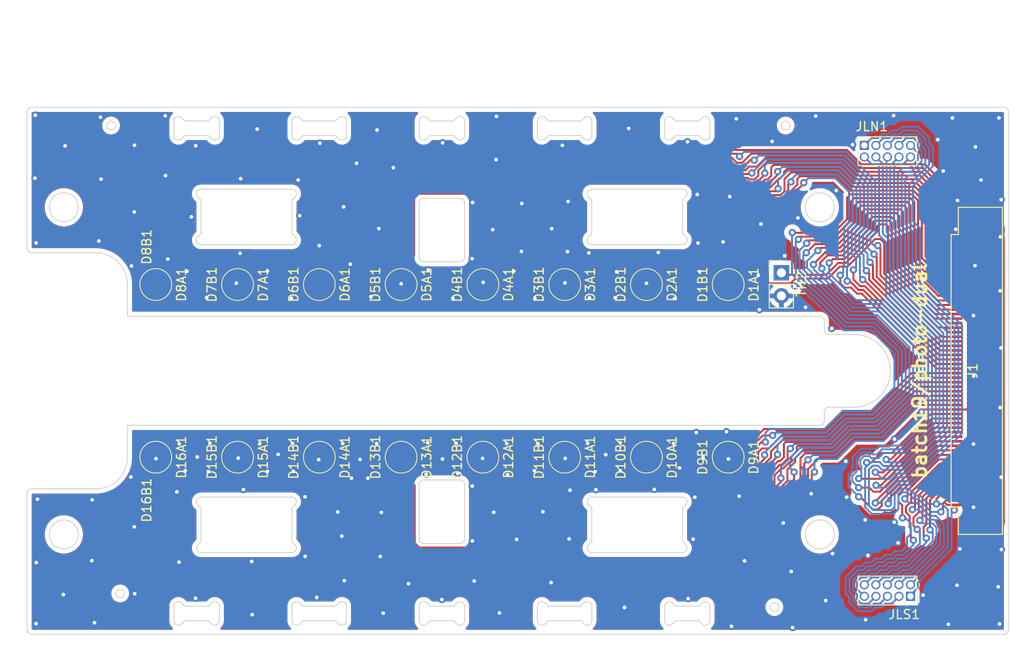
<source format=kicad_pcb>
(kicad_pcb (version 20221018) (generator pcbnew)
  (layers (0 "F.Cu" signal) (31 "B.Cu" signal) (34 "B.Paste" user) (35 "F.Paste" user) (36 "B.SilkS" user "B.Silkscreen") (37 "F.SilkS" user "F.Silkscreen") (38 "B.Mask" user) (39 "F.Mask" user) (44 "Edge.Cuts" user))
  (net 0 "")
  (net 1 "GNDA")
  (net 2 "/S_PD_OUT1")
  (net 3 "/S_PD_OUT3")
  (net 4 "/S_PD_OUT5")
  (net 5 "/S_PD_OUT7")
  (net 6 "/S_PD_OUT9")
  (net 7 "/S_PD_OUT11")
  (net 8 "/S_PD_OUT13")
  (net 9 "/S_PD_OUT15")
  (net 10 "/N_PD_OUT1")
  (net 11 "/N_PD_OUT3")
  (net 12 "/N_PD_OUT5")
  (net 13 "/N_PD_OUT7")
  (net 14 "/N_PD_OUT9")
  (net 15 "/N_PD_OUT11")
  (net 16 "/N_PD_OUT13")
  (net 17 "/N_PD_OUT15")
  (net 18 "GNDL")
  (net 19 "VCCL")
  (net 20 "/N_LED_OUT1")
  (net 21 "/N_LED_OUT2")
  (net 22 "/N_LED_OUT3")
  (net 23 "/N_LED_OUT4")
  (net 24 "/N_LED_OUT5")
  (net 25 "/N_LED_OUT6")
  (net 26 "/N_LED_OUT7")
  (net 27 "/S_LED_OUT2")
  (net 28 "/S_LED_OUT1")
  (net 29 "/S_LED_OUT4")
  (net 30 "/S_LED_OUT3")
  (net 31 "/S_LED_OUT7")
  (net 32 "/S_LED_OUT8")
  (net 33 "/S_LED_OUT6")
  (net 34 "/S_LED_OUT5")
  (net 35 "/N_LED_OUT8")
  (net 36 "/S_PD_OUT4")
  (net 37 "/S_PD_OUT6")
  (net 38 "/S_PD_OUT8")
  (net 39 "/S_PD_OUT10")
  (net 40 "/S_PD_OUT12")
  (net 41 "/S_PD_OUT14")
  (net 42 "/S_PD_OUT16")
  (net 43 "/N_PD_OUT2")
  (net 44 "/N_PD_OUT4")
  (net 45 "/N_PD_OUT6")
  (net 46 "/N_PD_OUT8")
  (net 47 "/N_PD_OUT10")
  (net 48 "/N_PD_OUT12")
  (net 49 "/S_PD_OUT2")
  (net 50 "VCCA")
  (net 51 "/TH2")
  (net 52 "/N_PD_OUT14")
  (net 53 "/N_PD_OUT16")
  (footprint "Ninja-qPCR:D_1206_nosilk" (layer "F.Cu") (at 143.157211 92.502066 -90)
    (fp_text reference "D1B1")
    (fp_text value "D_Photo")
  )
  (footprint "Ninja-qPCR:D_1206_nosilk" (layer "F.Cu") (at 136.157211 92.502066 -90)
    (fp_text reference "D2A1")
    (fp_text value "D_Photo")
  )
  (footprint "Ninja-qPCR:D_1206_nosilk" (layer "F.Cu") (at 134.15721 92.502054 -90)
    (fp_text reference "D2B1")
    (fp_text value "D_Photo")
  )
  (footprint "Ninja-qPCR:D_1206_nosilk" (layer "F.Cu") (at 127.157211 92.502066 -90)
    (fp_text reference "D3A1")
    (fp_text value "D_Photo")
  )
  (footprint "Ninja-qPCR:D_1206_nosilk" (layer "F.Cu") (at 125.157211 92.502066 -90)
    (fp_text reference "D3B1")
    (fp_text value "D_Photo")
  )
  (footprint "Ninja-qPCR:D_1206_nosilk" (layer "F.Cu") (at 118.157211 92.502066 -90)
    (fp_text reference "D4A1")
    (fp_text value "D_Photo")
  )
  (footprint "Ninja-qPCR:D_1206_nosilk" (layer "F.Cu") (at 116.157211 92.502066 -90)
    (fp_text reference "D4B1")
    (fp_text value "D_Photo")
  )
  (footprint "Ninja-qPCR:D_1206_nosilk" (layer "F.Cu") (at 109.157211 92.502066 -90)
    (fp_text reference "D5A1")
    (fp_text value "D_Photo")
  )
  (footprint "Ninja-qPCR:D_1206_nosilk" (layer "F.Cu") (at 107.157211 92.502066 -90)
    (fp_text reference "D5B1")
    (fp_text value "D_Photo")
  )
  (footprint "Ninja-qPCR:D_1206_nosilk" (layer "F.Cu") (at 100.157211 92.502066 -90)
    (fp_text reference "D6A1")
    (fp_text value "D_Photo")
  )
  (footprint "Ninja-qPCR:D_1206_nosilk" (layer "F.Cu") (at 98.157211 92.502066 -90)
    (fp_text reference "D6B1")
    (fp_text value "D_Photo")
  )
  (footprint "Ninja-qPCR:D_1206_nosilk" (layer "F.Cu") (at 91.157211 92.502066 -90)
    (fp_text reference "D7A1")
    (fp_text value "D_Photo")
  )
  (footprint "Ninja-qPCR:D_1206_nosilk" (layer "F.Cu") (at 89.157211 92.502066 -90)
    (fp_text reference "D7B1")
    (fp_text value "D_Photo")
  )
  (footprint "Ninja-qPCR:D_1206_nosilk" (layer "F.Cu") (at 82.157211 92.502066 -90)
    (fp_text reference "D8A1")
    (fp_text value "D_Photo")
  )
  (footprint "Ninja-qPCR:D_1206_nosilk" (layer "F.Cu") (at 80.157211 92.502066 -90)
    (fp_text reference "D8B1")
    (fp_text value "D_Photo")
  )
  (footprint "Ninja-qPCR:D_1206_nosilk" (layer "F.Cu") (at 98.157211 111.501633 90)
    (fp_text reference "D14B1")
    (fp_text value "D_Photo")
  )
  (footprint "Ninja-qPCR:D_1206_nosilk" (layer "F.Cu") (at 107.157211 111.501633 90)
    (fp_text reference "D13B1")
    (fp_text value "D_Photo")
  )
  (footprint "Ninja-qPCR:D_1206_nosilk" (layer "F.Cu") (at 100.157211 111.501633 90)
    (fp_text reference "D14A1")
    (fp_text value "D_Photo")
  )
  (footprint "Ninja-qPCR:D_1206_nosilk" (layer "F.Cu") (at 91.157211 111.501633 90)
    (fp_text reference "D15A1")
    (fp_text value "D_Photo")
  )
  (footprint "Ninja-qPCR:D_1206_nosilk" (layer "F.Cu") (at 80.157211 111.501633 90)
    (fp_text reference "D16B1")
    (fp_text value "D_Photo")
  )
  (footprint "Ninja-qPCR:D_1206_nosilk" (layer "F.Cu") (at 82.157211 111.501633 90)
    (fp_text reference "D16A1")
    (fp_text value "D_Photo")
  )
  (footprint "Ninja-qPCR:D_1206_nosilk" (layer "F.Cu") (at 89.157211 111.501633 90)
    (fp_text reference "D15B1")
    (fp_text value "D_Photo")
  )
  (footprint "Ninja-qPCR:D_1206_nosilk" (layer "F.Cu") (at 143.157211 111.501633 90)
    (fp_text reference "D9B1")
    (fp_text value "D_Photo")
  )
  (footprint "Ninja-qPCR:D_1206_nosilk" (layer "F.Cu") (at 109.157211 111.501633 90)
    (fp_text reference "D13A1")
    (fp_text value "D_Photo")
  )
  (footprint "Ninja-qPCR:D_1206_nosilk" (layer "F.Cu") (at 116.157211 111.501633 90)
    (fp_text reference "D12B1")
    (fp_text value "D_Photo")
  )
  (footprint "Ninja-qPCR:D_1206_nosilk" (layer "F.Cu") (at 118.157211 111.501633 90)
    (fp_text reference "D12A1")
    (fp_text value "D_Photo")
  )
  (footprint "Ninja-qPCR:D_1206_nosilk" (layer "F.Cu") (at 125.157211 111.501633 90)
    (fp_text reference "D11B1")
    (fp_text value "D_Photo")
  )
  (footprint "Ninja-qPCR:D_1206_nosilk" (layer "F.Cu") (at 127.157211 111.501633 90)
    (fp_text reference "D11A1")
    (fp_text value "D_Photo")
  )
  (footprint "Ninja-qPCR:D_1206_nosilk" (layer "F.Cu") (at 134.157211 111.501633 90)
    (fp_text reference "D10B1")
    (fp_text value "D_Photo")
  )
  (footprint "Ninja-qPCR:D_1206_nosilk" (layer "F.Cu") (at 136.157211 111.501633 90)
    (fp_text reference "D10A1")
    (fp_text value "D_Photo")
  )
  (footprint "Ninja-qPCR:D_1206_nosilk" (layer "F.Cu") (at 145.157211 92.502066 -90)
    (fp_text reference "D1A1")
    (fp_text value "D_Photo")
  )
  (footprint "Connector_PinHeader_2.54mm:PinHeader_1x02_P2.54mm_Vertical" (layer "F.Cu") (at 150.01 91.205)
    (fp_text reference "TH2")
    (fp_text value "Thermistor")
  )
  (footprint "Connector_PinSocket_1.27mm:PinSocket_2x05_P1.27mm_Vertical" (layer "F.Cu") (at 159.141 77.187 90)
    (fp_text reference "JLN1")
    (fp_text value "Conn_01x10_Male")
  )
  (footprint "Connector_PinSocket_1.27mm:PinSocket_2x05_P1.27mm_Vertical" (layer "F.Cu") (at 164.221 126.813 -90)
    (fp_text reference "JLS1")
    (fp_text value "Conn_01x10_Male")
  )
  (footprint "Ninja-qPCR:D_1206_nosilk" (layer "F.Cu") (at 145.157211 111.501633 90)
    (fp_text reference "D9A1")
    (fp_text value "D_Photo")
  )
  (footprint "Ninja-qPCR:FFC_60_Ali_HUISHUNFA" (layer "F.Cu") (at 169.31 116.75 90)
    (fp_text reference "J1")
    (fp_text value "Conn_01x60_Male")
  )
  (gr_circle (center 144.157211 92.502066) (end 142.407211 92.502066) (stroke (width 0.1)) (fill none) (layer "F.SilkS"))
  (gr_circle (center 99.157211 92.502066) (end 97.407211 92.502066) (stroke (width 0.1)) (fill none) (layer "F.SilkS"))
  (gr_circle (center 117.157211 92.502066) (end 115.407211 92.502066) (stroke (width 0.1)) (fill none) (layer "F.SilkS"))
  (gr_circle (center 126.157211 92.502066) (end 124.407211 92.502066) (stroke (width 0.1)) (fill none) (layer "F.SilkS"))
  (gr_circle (center 135.157211 92.502066) (end 133.407211 92.502066) (stroke (width 0.1)) (fill none) (layer "F.SilkS"))
  (gr_circle (center 108.157211 92.502066) (end 106.407211 92.502066) (stroke (width 0.1)) (fill none) (layer "F.SilkS"))
  (gr_circle (center 81.157211 92.502066) (end 79.407211 92.502066) (stroke (width 0.1)) (fill none) (layer "F.SilkS"))
  (gr_circle (center 90.157211 92.502066) (end 88.407211 92.502066) (stroke (width 0.1)) (fill none) (layer "F.SilkS"))
  (gr_circle (center 144.157211 111.501633) (end 142.407211 111.501633) (stroke (width 0.1)) (fill none) (layer "F.SilkS"))
  (gr_circle (center 90.157211 111.501633) (end 88.407211 111.501633) (stroke (width 0.1)) (fill none) (layer "F.SilkS"))
  (gr_circle (center 117.157211 111.501633) (end 115.407211 111.501633) (stroke (width 0.1)) (fill none) (layer "F.SilkS"))
  (gr_circle (center 99.157211 111.501633) (end 97.407211 111.501633) (stroke (width 0.1)) (fill none) (layer "F.SilkS"))
  (gr_circle (center 81.157211 111.501633) (end 79.407211 111.501633) (stroke (width 0.1)) (fill none) (layer "F.SilkS"))
  (gr_circle (center 108.157211 111.501633) (end 106.407211 111.501633) (stroke (width 0.1)) (fill none) (layer "F.SilkS"))
  (gr_circle (center 135.157211 111.501633) (end 133.407211 111.501633) (stroke (width 0.1)) (fill none) (layer "F.SilkS"))
  (gr_circle (center 126.157211 111.501633) (end 124.407211 111.501633) (stroke (width 0.1)) (fill none) (layer "F.SilkS"))
  (gr_circle (center 154.236 84) (end 152.636 84) (stroke (width 0.1)) (fill none) (layer "Edge.Cuts"))
  (gr_circle (center 71.036 84) (end 69.436 84) (stroke (width 0.1)) (fill none) (layer "Edge.Cuts"))
  (gr_line (start 101.296497 76.455302) (end 100.942944 76.101749) (stroke (width 0.1)) (layer "Edge.Cuts"))
  (gr_line (start 139.13505 86.894642) (end 139.488604 87.248195) (stroke (width 0.1)) (layer "Edge.Cuts"))
  (gr_line (start 86.942944 76.101749) (end 84.357157 76.101749) (stroke (width 0.1)) (layer "Edge.Cuts"))
  (gr_line (start 86.13505 82.001749) (end 96.13505 82.001749) (stroke (width 0.1)) (layer "Edge.Cuts"))
  (gr_line (start 97.357157 76.101749) (end 97.003604 76.455302) (stroke (width 0.1)) (layer "Edge.Cuts"))
  (gr_line (start 139.13505 83.208855) (end 139.13505 86.894642) (stroke (width 0.1)) (layer "Edge.Cuts"))
  (gr_arc (start 139.488604 87.248195) (mid 139.596966 87.793038) (end 139.13505 88.10175) (stroke (width 0.1)) (layer "Edge.Cuts"))
  (gr_line (start 87.296497 76.455302) (end 86.942944 76.101749) (stroke (width 0.1)) (layer "Edge.Cuts"))
  (gr_arc (start 96.13505 82.001749) (mid 96.596998 82.310386) (end 96.488603 82.855302) (stroke (width 0.1)) (layer "Edge.Cuts"))
  (gr_arc (start 123.15005 74.501749) (mid 123.458687 74.039802) (end 124.003603 74.148196) (stroke (width 0.1)) (layer "Edge.Cuts"))
  (gr_line (start 102.15005 74.501749) (end 102.15005 76.101749) (stroke (width 0.1)) (layer "Edge.Cuts"))
  (gr_line (start 84.357157 76.101749) (end 84.003604 76.455302) (stroke (width 0.1)) (layer "Edge.Cuts"))
  (gr_line (start 111.357157 74.501749) (end 113.942944 74.501749) (stroke (width 0.1)) (layer "Edge.Cuts"))
  (gr_line (start 111.003604 74.148195) (end 111.357157 74.501749) (stroke (width 0.1)) (layer "Edge.Cuts"))
  (gr_line (start 84.003604 74.148195) (end 84.357157 74.501749) (stroke (width 0.1)) (layer "Edge.Cuts"))
  (gr_line (start 97.357157 74.501749) (end 100.942944 74.501749) (stroke (width 0.1)) (layer "Edge.Cuts"))
  (gr_line (start 96.13505 88.101749) (end 86.13505 88.101749) (stroke (width 0.1)) (layer "Edge.Cuts"))
  (gr_line (start 138.357157 76.101749) (end 138.003604 76.455302) (stroke (width 0.1)) (layer "Edge.Cuts"))
  (gr_line (start 86.942944 74.501749) (end 87.296497 74.148195) (stroke (width 0.1)) (layer "Edge.Cuts"))
  (gr_arc (start 137.15005 74.501749) (mid 137.458687 74.039802) (end 138.003603 74.148196) (stroke (width 0.1)) (layer "Edge.Cuts"))
  (gr_line (start 100.942944 76.101749) (end 97.357157 76.101749) (stroke (width 0.1)) (layer "Edge.Cuts"))
  (gr_arc (start 85.781497 82.855302) (mid 85.673058 82.310368) (end 86.13505 82.00175) (stroke (width 0.1)) (layer "Edge.Cuts"))
  (gr_line (start 129.15005 74.501749) (end 129.15005 76.101749) (stroke (width 0.1)) (layer "Edge.Cuts"))
  (gr_arc (start 141.296497 74.148195) (mid 141.841433 74.039756) (end 142.15005 74.50175) (stroke (width 0.1)) (layer "Edge.Cuts"))
  (gr_line (start 174.5 73) (end 67.5 73) (stroke (width 0.1)) (layer "Edge.Cuts"))
  (gr_line (start 138.357157 74.501749) (end 140.942944 74.501749) (stroke (width 0.1)) (layer "Edge.Cuts"))
  (gr_line (start 96.13505 83.208855) (end 96.13505 86.894642) (stroke (width 0.1)) (layer "Edge.Cuts"))
  (gr_line (start 123.15005 76.101749) (end 123.15005 74.501749) (stroke (width 0.1)) (layer "Edge.Cuts"))
  (gr_line (start 128.296497 76.455302) (end 127.942944 76.101749) (stroke (width 0.1)) (layer "Edge.Cuts"))
  (gr_arc (start 102.15005 76.101749) (mid 101.8414 76.563603) (end 101.296497 76.455302) (stroke (width 0.1)) (layer "Edge.Cuts"))
  (gr_line (start 124.357157 74.501749) (end 127.942944 74.501749) (stroke (width 0.1)) (layer "Edge.Cuts"))
  (gr_line (start 141.296497 76.455302) (end 140.942944 76.101749) (stroke (width 0.1)) (layer "Edge.Cuts"))
  (gr_arc (start 84.003604 76.455302) (mid 83.45875 76.563636) (end 83.15005 76.10175) (stroke (width 0.1)) (layer "Edge.Cuts"))
  (gr_arc (start 83.15005 74.501749) (mid 83.458687 74.039802) (end 84.003603 74.148196) (stroke (width 0.1)) (layer "Edge.Cuts"))
  (gr_line (start 84.357157 74.501749) (end 86.942944 74.501749) (stroke (width 0.1)) (layer "Edge.Cuts"))
  (gr_line (start 124.003604 74.148195) (end 124.357157 74.501749) (stroke (width 0.1)) (layer "Edge.Cuts"))
  (gr_line (start 86.13505 86.894642) (end 86.13505 83.208855) (stroke (width 0.1)) (layer "Edge.Cuts"))
  (gr_arc (start 114.296497 74.148195) (mid 114.841433 74.039756) (end 115.15005 74.50175) (stroke (width 0.1)) (layer "Edge.Cuts"))
  (gr_line (start 140.942944 74.501749) (end 141.296497 74.148195) (stroke (width 0.1)) (layer "Edge.Cuts"))
  (gr_line (start 128.781497 87.248195) (end 129.13505 86.894642) (stroke (width 0.1)) (layer "Edge.Cuts"))
  (gr_line (start 138.003604 74.148195) (end 138.357157 74.501749) (stroke (width 0.1)) (layer "Edge.Cuts"))
  (gr_arc (start 87.296497 74.148195) (mid 87.841433 74.039756) (end 88.15005 74.50175) (stroke (width 0.1)) (layer "Edge.Cuts"))
  (gr_arc (start 124.003604 76.455302) (mid 123.45875 76.563636) (end 123.15005 76.10175) (stroke (width 0.1)) (layer "Edge.Cuts"))
  (gr_line (start 83.15005 76.101749) (end 83.15005 74.501749) (stroke (width 0.1)) (layer "Edge.Cuts"))
  (gr_line (start 96.488604 82.855302) (end 96.13505 83.208855) (stroke (width 0.1)) (layer "Edge.Cuts"))
  (gr_arc (start 138.003604 76.455302) (mid 137.45875 76.563636) (end 137.15005 76.10175) (stroke (width 0.1)) (layer "Edge.Cuts"))
  (gr_line (start 140.942944 76.101749) (end 138.357157 76.101749) (stroke (width 0.1)) (layer "Edge.Cuts"))
  (gr_arc (start 86.13505 88.101749) (mid 85.673024 87.793083) (end 85.781497 87.248196) (stroke (width 0.1)) (layer "Edge.Cuts"))
  (gr_line (start 124.357157 76.101749) (end 124.003604 76.455302) (stroke (width 0.1)) (layer "Edge.Cuts"))
  (gr_arc (start 129.13505 88.101749) (mid 128.673024 87.793083) (end 128.781497 87.248196) (stroke (width 0.1)) (layer "Edge.Cuts"))
  (gr_arc (start 96.488604 87.248195) (mid 96.596966 87.793038) (end 96.13505 88.10175) (stroke (width 0.1)) (layer "Edge.Cuts"))
  (gr_line (start 137.15005 76.101749) (end 137.15005 74.501749) (stroke (width 0.1)) (layer "Edge.Cuts"))
  (gr_line (start 86.13505 83.208855) (end 85.781497 82.855302) (stroke (width 0.1)) (layer "Edge.Cuts"))
  (gr_line (start 85.781497 87.248195) (end 86.13505 86.894642) (stroke (width 0.1)) (layer "Edge.Cuts"))
  (gr_line (start 96.13505 86.894642) (end 96.488604 87.248195) (stroke (width 0.1)) (layer "Edge.Cuts"))
  (gr_arc (start 128.296497 74.148195) (mid 128.841433 74.039756) (end 129.15005 74.50175) (stroke (width 0.1)) (layer "Edge.Cuts"))
  (gr_line (start 127.942944 76.101749) (end 124.357157 76.101749) (stroke (width 0.1)) (layer "Edge.Cuts"))
  (gr_line (start 139.13505 88.101749) (end 129.13505 88.101749) (stroke (width 0.1)) (layer "Edge.Cuts"))
  (gr_line (start 113.942944 74.501749) (end 114.296497 74.148195) (stroke (width 0.1)) (layer "Edge.Cuts"))
  (gr_line (start 78.036 96) (end 154.236 96) (stroke (width 0.1)) (layer "Edge.Cuts"))
  (gr_line (start 96.15005 76.101749) (end 96.15005 74.501749) (stroke (width 0.1)) (layer "Edge.Cuts"))
  (gr_line (start 127.942944 74.501749) (end 128.296497 74.148195) (stroke (width 0.1)) (layer "Edge.Cuts"))
  (gr_line (start 129.13505 83.208855) (end 128.781497 82.855302) (stroke (width 0.1)) (layer "Edge.Cuts"))
  (gr_line (start 142.15005 74.501749) (end 142.15005 76.101749) (stroke (width 0.1)) (layer "Edge.Cuts"))
  (gr_line (start 129.13505 86.894642) (end 129.13505 83.208855) (stroke (width 0.1)) (layer "Edge.Cuts"))
  (gr_arc (start 96.15005 74.501749) (mid 96.458687 74.039802) (end 97.003603 74.148196) (stroke (width 0.1)) (layer "Edge.Cuts"))
  (gr_arc (start 115.15005 76.101749) (mid 114.8414 76.563603) (end 114.296497 76.455302) (stroke (width 0.1)) (layer "Edge.Cuts"))
  (gr_arc (start 88.15005 76.101749) (mid 87.8414 76.563603) (end 87.296497 76.455302) (stroke (width 0.1)) (layer "Edge.Cuts"))
  (gr_line (start 78.036 92.5) (end 78.036 96) (stroke (width 0.1)) (layer "Edge.Cuts"))
  (gr_arc (start 142.15005 76.101749) (mid 141.8414 76.563603) (end 141.296497 76.455302) (stroke (width 0.1)) (layer "Edge.Cuts"))
  (gr_line (start 88.15005 74.501749) (end 88.15005 76.101749) (stroke (width 0.1)) (layer "Edge.Cuts"))
  (gr_arc (start 128.781497 82.855302) (mid 128.673058 82.310368) (end 129.13505 82.00175) (stroke (width 0.1)) (layer "Edge.Cuts"))
  (gr_arc (start 97.003604 76.455302) (mid 96.45875 76.563636) (end 96.15005 76.10175) (stroke (width 0.1)) (layer "Edge.Cuts"))
  (gr_line (start 97.003604 74.148195) (end 97.357157 74.501749) (stroke (width 0.1)) (layer "Edge.Cuts"))
  (gr_line (start 115.15005 74.501749) (end 115.15005 76.101749) (stroke (width 0.1)) (layer "Edge.Cuts"))
  (gr_arc (start 111.003604 76.455302) (mid 110.45875 76.563636) (end 110.15005 76.10175) (stroke (width 0.1)) (layer "Edge.Cuts"))
  (gr_arc (start 129.15005 76.101749) (mid 128.8414 76.563603) (end 128.296497 76.455302) (stroke (width 0.1)) (layer "Edge.Cuts"))
  (gr_line (start 110.15005 76.101749) (end 110.15005 74.501749) (stroke (width 0.1)) (layer "Edge.Cuts"))
  (gr_arc (start 110.15005 74.501749) (mid 110.458687 74.039802) (end 111.003603 74.148196) (stroke (width 0.1)) (layer "Edge.Cuts"))
  (gr_arc (start 101.296497 74.148195) (mid 101.841433 74.039756) (end 102.15005 74.50175) (stroke (width 0.1)) (layer "Edge.Cuts"))
  (gr_line (start 111.357157 76.101749) (end 111.003604 76.455302) (stroke (width 0.1)) (layer "Edge.Cuts"))
  (gr_arc (start 139.13505 82.001749) (mid 139.596998 82.310386) (end 139.488603 82.855302) (stroke (width 0.1)) (layer "Edge.Cuts"))
  (gr_line (start 100.942944 74.501749) (end 101.296497 74.148195) (stroke (width 0.1)) (layer "Edge.Cuts"))
  (gr_line (start 113.942944 76.101749) (end 111.357157 76.101749) (stroke (width 0.1)) (layer "Edge.Cuts"))
  (gr_line (start 139.488604 82.855302) (end 139.13505 83.208855) (stroke (width 0.1)) (layer "Edge.Cuts"))
  (gr_line (start 114.296497 76.455302) (end 113.942944 76.101749) (stroke (width 0.1)) (layer "Edge.Cuts"))
  (gr_arc (start 74.536 89) (mid 77.010874 90.025126) (end 78.036 92.5) (stroke (width 0.1)) (layer "Edge.Cuts"))
  (gr_line (start 74.536 89) (end 67.5 89) (stroke (width 0.1)) (layer "Edge.Cuts"))
  (gr_circle (center 71.036 120) (end 69.436 120) (stroke (width 0.1)) (fill none) (layer "Edge.Cuts"))
  (gr_arc (start 115.136 120.5) (mid 114.989553 120.853553) (end 114.636 121) (stroke (width 0.1)) (layer "Edge.Cuts"))
  (gr_arc (start 110.636 121) (mid 110.282447 120.853553) (end 110.136 120.5) (stroke (width 0.1)) (layer "Edge.Cuts"))
  (gr_line (start 114.636 121) (end 110.636 121) (stroke (width 0.1)) (layer "Edge.Cuts"))
  (gr_line (start 110.136 120.5) (end 110.136 114.5) (stroke (width 0.1)) (layer "Edge.Cuts"))
  (gr_line (start 115.136 120.5) (end 115.136 114.5) (stroke (width 0.1)) (layer "Edge.Cuts"))
  (gr_arc (start 114.636 83) (mid 114.989553 83.146447) (end 115.136 83.5) (stroke (width 0.1)) (layer "Edge.Cuts"))
  (gr_line (start 110.636 83) (end 114.636 83) (stroke (width 0.1)) (layer "Edge.Cuts"))
  (gr_arc (start 115.136 89.5) (mid 114.989553 89.853553) (end 114.636 90) (stroke (width 0.1)) (layer "Edge.Cuts"))
  (gr_arc (start 110.636 90) (mid 110.282447 89.853553) (end 110.136 89.5) (stroke (width 0.1)) (layer "Edge.Cuts"))
  (gr_line (start 115.136 89.5) (end 115.136 83.5) (stroke (width 0.1)) (layer "Edge.Cuts"))
  (gr_line (start 114.636 90) (end 110.636 90) (stroke (width 0.1)) (layer "Edge.Cuts"))
  (gr_line (start 110.136 89.5) (end 110.136 83.5) (stroke (width 0.1)) (layer "Edge.Cuts"))
  (gr_arc (start 110.136 83.5) (mid 110.282447 83.146447) (end 110.636 83) (stroke (width 0.1)) (layer "Edge.Cuts"))
  (gr_circle (center 76.236 75) (end 75.761 75) (stroke (width 0.1)) (fill none) (layer "Edge.Cuts"))
  (gr_circle (center 150.475 75) (end 150 75) (stroke (width 0.1)) (fill none) (layer "Edge.Cuts"))
  (gr_circle (center 149.236 128) (end 148.761 128) (stroke (width 0.1)) (fill none) (layer "Edge.Cuts"))
  (gr_circle (center 77.236 126.5) (end 76.761 126.5) (stroke (width 0.1)) (fill none) (layer "Edge.Cuts"))
  (gr_arc (start 67.5 89) (mid 67.146447 88.853553) (end 67 88.5) (stroke (width 0.1)) (layer "Edge.Cuts"))
  (gr_arc (start 67 115.5) (mid 67.146447 115.146447) (end 67.5 115) (stroke (width 0.1)) (layer "Edge.Cuts"))
  (gr_arc (start 154.236 96) (mid 154.589553 96.146447) (end 154.736 96.5) (stroke (width 0.1)) (layer "Edge.Cuts"))
  (gr_arc (start 154.736 107.5) (mid 154.589553 107.853553) (end 154.236 108) (stroke (width 0.1)) (layer "Edge.Cuts"))
  (gr_line (start 139.13505 82.001749) (end 129.13505 82.001749) (stroke (width 0.1)) (layer "Edge.Cuts"))
  (gr_arc (start 155.236 98) (mid 154.882447 97.853553) (end 154.736 97.5) (stroke (width 0.1)) (layer "Edge.Cuts"))
  (gr_arc (start 154.736 106.5) (mid 154.882447 106.146447) (end 155.236 106) (stroke (width 0.1)) (layer "Edge.Cuts"))
  (gr_line (start 154.736 96.5) (end 154.736 97.5) (stroke (width 0.1)) (layer "Edge.Cuts"))
  (gr_line (start 154.736 106.5) (end 154.736 107.5) (stroke (width 0.1)) (layer "Edge.Cuts"))
  (gr_arc (start 142.15005 129.49825) (mid 141.841385 129.960276) (end 141.296497 129.851805) (stroke (width 0.1)) (layer "Edge.Cuts"))
  (gr_line (start 129.15005 129.498251) (end 129.15005 127.898251) (stroke (width 0.1)) (layer "Edge.Cuts"))
  (gr_arc (start 78.036 111.5) (mid 77.010874 113.974874) (end 74.536 115) (stroke (width 0.1)) (layer "Edge.Cuts"))
  (gr_line (start 155.236 98) (end 158 98) (stroke (width 0.1)) (layer "Edge.Cuts"))
  (gr_arc (start 114.636 114) (mid 114.989553 114.146447) (end 115.136 114.5) (stroke (width 0.1)) (layer "Edge.Cuts"))
  (gr_line (start 96.13505 115.898251) (end 86.13505 115.898251) (stroke (width 0.1)) (layer "Edge.Cuts"))
  (gr_line (start 111.357157 127.898251) (end 111.003604 127.544698) (stroke (width 0.1)) (layer "Edge.Cuts"))
  (gr_line (start 123.15005 127.898251) (end 123.15005 129.498251) (stroke (width 0.1)) (layer "Edge.Cuts"))
  (gr_line (start 96.15005 127.898251) (end 96.15005 129.498251) (stroke (width 0.1)) (layer "Edge.Cuts"))
  (gr_line (start 87.296497 127.544698) (end 86.942944 127.898251) (stroke (width 0.1)) (layer "Edge.Cuts"))
  (gr_line (start 174.5 131) (end 67.5 131) (stroke (width 0.1)) (layer "Edge.Cuts"))
  (gr_line (start 88.15005 129.498251) (end 88.15005 127.898251) (stroke (width 0.1)) (layer "Edge.Cuts"))
  (gr_line (start 128.781497 116.751805) (end 129.13505 117.105358) (stroke (width 0.1)) (layer "Edge.Cuts"))
  (gr_arc (start 124.003603 129.851804) (mid 123.458668 129.960244) (end 123.15005 129.498251) (stroke (width 0.1)) (layer "Edge.Cuts"))
  (gr_line (start 96.13505 120.791145) (end 96.13505 117.105358) (stroke (width 0.1)) (layer "Edge.Cuts"))
  (gr_arc (start 128.781497 116.751804) (mid 128.673164 116.206949) (end 129.13505 115.898251) (stroke (width 0.1)) (layer "Edge.Cuts"))
  (gr_arc (start 102.15005 129.49825) (mid 101.841385 129.960276) (end 101.296497 129.851805) (stroke (width 0.1)) (layer "Edge.Cuts"))
  (gr_line (start 139.13505 120.791145) (end 139.13505 117.105358) (stroke (width 0.1)) (layer "Edge.Cuts"))
  (gr_line (start 84.357157 129.498251) (end 86.942944 129.498251) (stroke (width 0.1)) (layer "Edge.Cuts"))
  (gr_line (start 175 130.5) (end 175 73.5) (stroke (width 0.1)) (layer "Edge.Cuts"))
  (gr_line (start 113.942944 129.498251) (end 114.296497 129.851805) (stroke (width 0.1)) (layer "Edge.Cuts"))
  (gr_arc (start 175 130.5) (mid 174.853553 130.853553) (end 174.5 131) (stroke (width 0.1)) (layer "Edge.Cuts"))
  (gr_line (start 140.942944 127.898251) (end 138.357157 127.898251) (stroke (width 0.1)) (layer "Edge.Cuts"))
  (gr_line (start 101.296497 127.544698) (end 100.942944 127.898251) (stroke (width 0.1)) (layer "Edge.Cuts"))
  (gr_line (start 142.15005 129.498251) (end 142.15005 127.898251) (stroke (width 0.1)) (layer "Edge.Cuts"))
  (gr_line (start 74.536 115) (end 67.5 115) (stroke (width 0.1)) (layer "Edge.Cuts"))
  (gr_line (start 111.357157 129.498251) (end 113.942944 129.498251) (stroke (width 0.1)) (layer "Edge.Cuts"))
  (gr_line (start 100.942944 127.898251) (end 97.357157 127.898251) (stroke (width 0.1)) (layer "Edge.Cuts"))
  (gr_line (start 100.942944 129.498251) (end 101.296497 129.851805) (stroke (width 0.1)) (layer "Edge.Cuts"))
  (gr_line (start 139.488604 121.144698) (end 139.13505 120.791145) (stroke (width 0.1)) (layer "Edge.Cuts"))
  (gr_line (start 85.781497 116.751805) (end 86.13505 117.105358) (stroke (width 0.1)) (layer "Edge.Cuts"))
  (gr_arc (start 96.15005 127.89825) (mid 96.45873 127.436318) (end 97.003604 127.544698) (stroke (width 0.1)) (layer "Edge.Cuts"))
  (gr_line (start 129.13505 120.791145) (end 128.781497 121.144698) (stroke (width 0.1)) (layer "Edge.Cuts"))
  (gr_line (start 139.13505 115.898251) (end 129.13505 115.898251) (stroke (width 0.1)) (layer "Edge.Cuts"))
  (gr_line (start 124.003604 129.851805) (end 124.357157 129.498251) (stroke (width 0.1)) (layer "Edge.Cuts"))
  (gr_line (start 97.003604 129.851805) (end 97.357157 129.498251) (stroke (width 0.1)) (layer "Edge.Cuts"))
  (gr_line (start 84.003604 129.851805) (end 84.357157 129.498251) (stroke (width 0.1)) (layer "Edge.Cuts"))
  (gr_line (start 86.13505 120.791145) (end 85.781497 121.144698) (stroke (width 0.1)) (layer "Edge.Cuts"))
  (gr_arc (start 111.003603 129.851804) (mid 110.458668 129.960244) (end 110.15005 129.498251) (stroke (width 0.1)) (layer "Edge.Cuts"))
  (gr_line (start 86.942944 127.898251) (end 84.357157 127.898251) (stroke (width 0.1)) (layer "Edge.Cuts"))
  (gr_line (start 78.036 108) (end 154.236 108) (stroke (width 0.1)) (layer "Edge.Cuts"))
  (gr_line (start 86.13505 121.998251) (end 96.13505 121.998251) (stroke (width 0.1)) (layer "Edge.Cuts"))
  (gr_line (start 96.488604 121.144698) (end 96.13505 120.791145) (stroke (width 0.1)) (layer "Edge.Cuts"))
  (gr_line (start 138.003604 129.851805) (end 138.357157 129.498251) (stroke (width 0.1)) (layer "Edge.Cuts"))
  (gr_line (start 78.036 111.5) (end 78.036 108) (stroke (width 0.1)) (layer "Edge.Cuts"))
  (gr_arc (start 158 98) (mid 162 102) (end 158 106) (stroke (width 0.1)) (layer "Edge.Cuts"))
  (gr_arc (start 129.15005 129.49825) (mid 128.841385 129.960276) (end 128.296497 129.851805) (stroke (width 0.1)) (layer "Edge.Cuts"))
  (gr_line (start 127.942944 127.898251) (end 124.357157 127.898251) (stroke (width 0.1)) (layer "Edge.Cuts"))
  (gr_line (start 84.357157 127.898251) (end 84.003604 127.544698) (stroke (width 0.1)) (layer "Edge.Cuts"))
  (gr_arc (start 67.5 131) (mid 67.146447 130.853553) (end 67 130.5) (stroke (width 0.1)) (layer "Edge.Cuts"))
  (gr_arc (start 96.488603 121.144698) (mid 96.597013 121.689646) (end 96.13505 121.998251) (stroke (width 0.1)) (layer "Edge.Cuts"))
  (gr_arc (start 101.296497 127.544698) (mid 101.841445 127.436287) (end 102.15005 127.898251) (stroke (width 0.1)) (layer "Edge.Cuts"))
  (gr_line (start 138.357157 129.498251) (end 140.942944 129.498251) (stroke (width 0.1)) (layer "Edge.Cuts"))
  (gr_line (start 129.13505 117.105358) (end 129.13505 120.791145) (stroke (width 0.1)) (layer "Edge.Cuts"))
  (gr_arc (start 97.003603 129.851804) (mid 96.458668 129.960244) (end 96.15005 129.498251) (stroke (width 0.1)) (layer "Edge.Cuts"))
  (gr_line (start 139.13505 117.105358) (end 139.488604 116.751805) (stroke (width 0.1)) (layer "Edge.Cuts"))
  (gr_line (start 110.15005 127.898251) (end 110.15005 129.498251) (stroke (width 0.1)) (layer "Edge.Cuts"))
  (gr_arc (start 141.296497 127.544698) (mid 141.841445 127.436287) (end 142.15005 127.898251) (stroke (width 0.1)) (layer "Edge.Cuts"))
  (gr_arc (start 114.296497 127.544698) (mid 114.841445 127.436287) (end 115.15005 127.898251) (stroke (width 0.1)) (layer "Edge.Cuts"))
  (gr_arc (start 86.13505 121.99825) (mid 85.673197 121.6896) (end 85.781497 121.144698) (stroke (width 0.1)) (layer "Edge.Cuts"))
  (gr_line (start 114.296497 127.544698) (end 113.942944 127.898251) (stroke (width 0.1)) (layer "Edge.Cuts"))
  (gr_arc (start 110.15005 127.89825) (mid 110.45873 127.436318) (end 111.003604 127.544698) (stroke (width 0.1)) (layer "Edge.Cuts"))
  (gr_line (start 137.15005 127.898251) (end 137.15005 129.498251) (stroke (width 0.1)) (layer "Edge.Cuts"))
  (gr_line (start 110.636 114) (end 114.636 114) (stroke (width 0.1)) (layer "Edge.Cuts"))
  (gr_line (start 140.942944 129.498251) (end 141.296497 129.851805) (stroke (width 0.1)) (layer "Edge.Cuts"))
  (gr_line (start 86.13505 117.105358) (end 86.13505 120.791145) (stroke (width 0.1)) (layer "Edge.Cuts"))
  (gr_line (start 124.357157 127.898251) (end 124.003604 127.544698) (stroke (width 0.1)) (layer "Edge.Cuts"))
  (gr_arc (start 96.13505 115.89825) (mid 96.597077 116.206916) (end 96.488604 116.751805) (stroke (width 0.1)) (layer "Edge.Cuts"))
  (gr_line (start 138.357157 127.898251) (end 138.003604 127.544698) (stroke (width 0.1)) (layer "Edge.Cuts"))
  (gr_line (start 83.15005 127.898251) (end 83.15005 129.498251) (stroke (width 0.1)) (layer "Edge.Cuts"))
  (gr_line (start 96.13505 117.105358) (end 96.488604 116.751805) (stroke (width 0.1)) (layer "Edge.Cuts"))
  (gr_line (start 124.357157 129.498251) (end 127.942944 129.498251) (stroke (width 0.1)) (layer "Edge.Cuts"))
  (gr_circle (center 154.236 120) (end 152.636 120) (stroke (width 0.1)) (fill none) (layer "Edge.Cuts"))
  (gr_line (start 67 73.5) (end 67 88.5) (stroke (width 0.1)) (layer "Edge.Cuts"))
  (gr_arc (start 115.15005 129.49825) (mid 114.841385 129.960276) (end 114.296497 129.851805) (stroke (width 0.1)) (layer "Edge.Cuts"))
  (gr_arc (start 139.488603 121.144698) (mid 139.597013 121.689646) (end 139.13505 121.998251) (stroke (width 0.1)) (layer "Edge.Cuts"))
  (gr_line (start 102.15005 129.498251) (end 102.15005 127.898251) (stroke (width 0.1)) (layer "Edge.Cuts"))
  (gr_arc (start 84.003603 129.851804) (mid 83.458668 129.960244) (end 83.15005 129.498251) (stroke (width 0.1)) (layer "Edge.Cuts"))
  (gr_line (start 128.296497 127.544698) (end 127.942944 127.898251) (stroke (width 0.1)) (layer "Edge.Cuts"))
  (gr_line (start 113.942944 127.898251) (end 111.357157 127.898251) (stroke (width 0.1)) (layer "Edge.Cuts"))
  (gr_arc (start 83.15005 127.89825) (mid 83.45873 127.436318) (end 84.003604 127.544698) (stroke (width 0.1)) (layer "Edge.Cuts"))
  (gr_arc (start 128.296497 127.544698) (mid 128.841445 127.436287) (end 129.15005 127.898251) (stroke (width 0.1)) (layer "Edge.Cuts"))
  (gr_arc (start 129.13505 121.99825) (mid 128.673197 121.6896) (end 128.781497 121.144698) (stroke (width 0.1)) (layer "Edge.Cuts"))
  (gr_line (start 97.357157 129.498251) (end 100.942944 129.498251) (stroke (width 0.1)) (layer "Edge.Cuts"))
  (gr_arc (start 138.003603 129.851804) (mid 137.458668 129.960244) (end 137.15005 129.498251) (stroke (width 0.1)) (layer "Edge.Cuts"))
  (gr_arc (start 88.15005 129.49825) (mid 87.841385 129.960276) (end 87.296497 129.851805) (stroke (width 0.1)) (layer "Edge.Cuts"))
  (gr_arc (start 174.5 73) (mid 174.853553 73.146447) (end 175 73.5) (stroke (width 0.1)) (layer "Edge.Cuts"))
  (gr_line (start 127.942944 129.498251) (end 128.296497 129.851805) (stroke (width 0.1)) (layer "Edge.Cuts"))
  (gr_arc (start 137.15005 127.89825) (mid 137.45873 127.436318) (end 138.003604 127.544698) (stroke (width 0.1)) (layer "Edge.Cuts"))
  (gr_line (start 141.296497 127.544698) (end 140.942944 127.898251) (stroke (width 0.1)) (layer "Edge.Cuts"))
  (gr_line (start 67 130.5) (end 67 115.5) (stroke (width 0.1)) (layer "Edge.Cuts"))
  (gr_line (start 97.357157 127.898251) (end 97.003604 127.544698) (stroke (width 0.1)) (layer "Edge.Cuts"))
  (gr_arc (start 87.296497 127.544698) (mid 87.841445 127.436287) (end 88.15005 127.898251) (stroke (width 0.1)) (layer "Edge.Cuts"))
  (gr_line (start 129.13505 121.998251) (end 139.13505 121.998251) (stroke (width 0.1)) (layer "Edge.Cuts"))
  (gr_line (start 86.942944 129.498251) (end 87.296497 129.851805) (stroke (width 0.1)) (layer "Edge.Cuts"))
  (gr_arc (start 85.781497 116.751804) (mid 85.673164 116.206949) (end 86.13505 115.898251) (stroke (width 0.1)) (layer "Edge.Cuts"))
  (gr_line (start 111.003604 129.851805) (end 111.357157 129.498251) (stroke (width 0.1)) (layer "Edge.Cuts"))
  (gr_arc (start 123.15005 127.89825) (mid 123.45873 127.436318) (end 124.003604 127.544698) (stroke (width 0.1)) (layer "Edge.Cuts"))
  (gr_arc (start 67 73.5) (mid 67.146447 73.146447) (end 67.5 73) (stroke (width 0.1)) (layer "Edge.Cuts"))
  (gr_line (start 115.15005 129.498251) (end 115.15005 127.898251) (stroke (width 0.1)) (layer "Edge.Cuts"))
  (gr_arc (start 139.13505 115.89825) (mid 139.597077 116.206916) (end 139.488604 116.751805) (stroke (width 0.1)) (layer "Edge.Cuts"))
  (gr_arc (start 110.136 114.5) (mid 110.282447 114.146447) (end 110.636 114) (stroke (width 0.1)) (layer "Edge.Cuts"))
  (gr_line (start 155.236 106) (end 158 106) (stroke (width 0.1)) (layer "Edge.Cuts"))
  (gr_text "batch19/photo-dual" (at 165.23601 102.000003 90) (layer "F.SilkS") (effects (font (size 1.5 1.5) (thickness 0.3))))
  (segment (start 172.686 105.78) (end 172.686 118.519) (width 3.81) (layer "F.Cu") (net 1))
  (segment (start 169.31 106.250001) (end 165.720083 106.250001) (width 0.21082) (layer "F.Cu") (net 1))
  (segment (start 170.245992 87.250008) (end 171.840494 85.655506) (width 0.21082) (layer "F.Cu") (net 1))
  (segment (start 171.635 85.450012) (end 171.840494 85.655506) (width 3.81) (layer "F.Cu") (net 1))
  (segment (start 169.31 106.250001) (end 171.195999 106.250001) (width 0.21082) (layer "F.Cu") (net 1))
  (segment (start 169.31 87.250008) (end 170.245992 87.250008) (width 0.21082) (layer "F.Cu") (net 1))
  (segment (start 171.457007 88.750005) (end 172.686 87.521012) (width 0.21082) (layer "F.Cu") (net 1))
  (segment (start 171.957006 88.250006) (end 172.686 87.521012) (width 0.21082) (layer "F.Cu") (net 1))
  (segment (start 171.195999 107.270001) (end 172.686 105.78) (width 0.21082) (layer "F.Cu") (net 1))
  (segment (start 171.437005 88.770007) (end 172.686 87.521012) (width 0.21082) (layer "F.Cu") (net 1))
  (segment (start 169.31 87.750007) (end 171.437005 87.750007) (width 0.21082) (layer "F.Cu") (net 1))
  (segment (start 165.720083 106.250001) (end 165.445042 106.525042) (width 0.21082) (layer "F.Cu") (net 1))
  (segment (start 171.840494 85.655506) (end 172.686 86.501012) (width 3.81) (layer "F.Cu") (net 1))
  (segment (start 172.686 87.521012) (end 172.686 105.78) (width 3.81) (layer "F.Cu") (net 1))
  (segment (start 172.686 118.519) (end 171.635 119.57) (width 3.81) (layer "F.Cu") (net 1))
  (via (at 71.174571 77.237721) (size 0.8) (drill 0.4) (layers "F.Cu" "B.Cu") (net 1))
  (via (at 138.146 110) (size 0.8) (drill 0.4) (layers "F.Cu" "B.Cu") (net 1))
  (via (at 139.746 127.07) (size 0.8) (drill 0.4) (layers "F.Cu" "B.Cu") (net 1))
  (via (at 96.196 109.98) (size 0.8) (drill 0.4) (layers "F.Cu" "B.Cu") (net 1))
  (via (at 159.54 122.31) (size 0.8) (drill 0.4) (layers "F.Cu" "B.Cu") (net 1))
  (via (at 162.460044 109.510044) (size 0.8) (drill 0.4) (layers "F.Cu" "B.Cu") (net 1))
  (via (at 174.08 106.04) (size 0.8) (drill 0.4) (layers "F.Cu" "B.Cu") (net 1))
  (via (at 138.806 112.68) (size 0.8) (drill 0.4) (layers "F.Cu" "B.Cu") (net 1))
  (via (at 70.986 126.62) (size 0.8) (drill 0.4) (layers "F.Cu" "B.Cu") (net 1))
  (via (at 132.746 128.04) (size 0.8) (drill 0.4) (layers "F.Cu" "B.Cu") (net 1))
  (via (at 78.786 84.51) (size 0.8) (drill 0.4) (layers "F.Cu" "B.Cu") (net 1))
  (via (at 140.83 87.93) (size 0.8) (drill 0.4) (layers "F.Cu" "B.Cu") (net 1))
  (via (at 85.556 77.23) (size 0.8) (drill 0.4) (layers "F.Cu" "B.Cu") (net 1))
  (via (at 90.226 111.61) (size 0.8) (drill 0.4) (layers "F.Cu" "B.Cu") (net 1))
  (via (at 171.32 90.42) (size 0.8) (drill 0.4) (layers "F.Cu" "B.Cu") (net 1))
  (via (at 173.87 125.77) (size 0.8) (drill 0.4) (layers "F.Cu" "B.Cu") (net 1))
  (via (at 133.206 75.32) (size 0.8) (drill 0.4) (layers "F.Cu" "B.Cu") (net 1))
  (via (at 118.246 86.46) (size 0.8) (drill 0.4) (layers "F.Cu" "B.Cu") (net 1))
  (via (at 90.016 92.35) (size 0.8) (drill 0.4) (layers "F.Cu" "B.Cu") (net 1))
  (via (at 119.786 110.01) (size 0.8) (drill 0.4) (layers "F.Cu" "B.Cu") (net 1))
  (via (at 114.206 109.97) (size 0.8) (drill 0.4) (layers "F.Cu" "B.Cu") (net 1))
  (via (at 169.34 125.6) (size 0.8) (drill 0.4) (layers "F.Cu" "B.Cu") (net 1))
  (via (at 105.506 75.49) (size 0.8) (drill 0.4) (layers "F.Cu" "B.Cu") (net 1))
  (via (at 123.216 110.01) (size 0.8) (drill 0.4) (layers "F.Cu" "B.Cu") (net 1))
  (via (at 116.026 83.47) (size 0.8) (drill 0.4) (layers "F.Cu" "B.Cu") (net 1))
  (via (at 151.246 130.25) (size 0.8) (drill 0.4) (layers "F.Cu" "B.Cu") (net 1))
  (via (at 98.876 126.94) (size 0.8) (drill 0.4) (layers "F.Cu" "B.Cu") (net 1))
  (via (at 126.216 111.64) (size 0.8) (drill 0.4) (layers "F.Cu" "B.Cu") (net 1))
  (via (at 67.986 129.82) (size 0.8) (drill 0.4) (layers "F.Cu" "B.Cu") (net 1))
  (via (at 171.15 95.92) (size 0.8) (drill 0.4) (layers "F.Cu" "B.Cu") (net 1))
  (via (at 144.33 82.82) (size 0.8) (drill 0.4) (layers "F.Cu" "B.Cu") (net 1))
  (via (at 68.136 116.12) (size 0.8) (drill 0.4) (layers "F.Cu" "B.Cu") (net 1))
  (via (at 168.39 129.89) (size 0.8) (drill 0.4) (layers "F.Cu" "B.Cu") (net 1))
  (via (at 87.116 109.98) (size 0.8) (drill 0.4) (layers "F.Cu" "B.Cu") (net 1))
  (via (at 171.15 117.01) (size 0.8) (drill 0.4) (layers "F.Cu" "B.Cu") (net 1))
  (via (at 140.3 120.53) (size 0.8) (drill 0.4) (layers "F.Cu" "B.Cu") (net 1))
  (via (at 102.566 90.26) (size 0.8) (drill 0.4) (layers "F.Cu" "B.Cu") (net 1))
  (via (at 138.256 94.04) (size 0.8) (drill 0.4) (layers "F.Cu" "B.Cu") (net 1))
  (via (at 165.61 126.69) (size 0.8) (drill 0.4) (layers "F.Cu" "B.Cu") (net 1))
  (via (at 159.28 129.39) (size 0.8) (drill 0.4) (layers "F.Cu" "B.Cu") (net 1))
  (via (at 106.186 128.67) (size 0.8) (drill 0.4) (layers "F.Cu" "B.Cu") (net 1))
  (via (at 129.506 113.09) (size 0.8) (drill 0.4) (layers "F.Cu" "B.Cu") (net 1))
  (via (at 81.176 111.66) (size 0.8) (drill 0.4) (layers "F.Cu" "B.Cu") (net 1))
  (via (at 174.2 113.71) (size 0.8) (drill 0.4) (layers "F.Cu" "B.Cu") (net 1))
  (via (at 169.65 121.59) (size 0.8) (drill 0.4) (layers "F.Cu" "B.Cu") (net 1))
  (via (at 93.446 113.07) (size 0.8) (drill 0.4) (layers "F.Cu" "B.Cu") (net 1))
  (via (at 105.706 86.34) (size 0.8) (drill 0.4) (layers "F.Cu" "B.Cu") (net 1))
  (via (at 153.786 73.96) (size 0.8) (drill 0.4) (layers "F.Cu" "B.Cu") (net 1))
  (via (at 90.806 115.07) (size 0.8) (drill 0.4) (layers "F.Cu" "B.Cu") (net 1))
  (via (at 140.646 108.78) (size 0.8) (drill 0.4) (layers "F.Cu" "B.Cu") (net 1))
  (via (at 130.676 111.23) (size 0.8) (drill 0.4) (layers "F.Cu" "B.Cu") (net 1))
  (via (at 151.83 85.17) (size 0.8) (drill 0.4) (layers "F.Cu" "B.Cu") (net 1))
  (via (at 141.02 91.08) (size 0.8) (drill 0.4) (layers "F.Cu" "B.Cu") (net 1))
  (via (at 101.906 125.09) (size 0.8) (drill 0.4) (layers "F.Cu" "B.Cu") (net 1))
  (via (at 147.76 85.84) (size 0.8) (drill 0.4) (layers "F.Cu" "B.Cu") (net 1))
  (via (at 145.36 115.8) (size 0.8) (drill 0.4) (layers "F.Cu" "B.Cu") (net 1))
  (via (at 171.17 102.58) (size 0.8) (drill 0.4) (layers "F.Cu" "B.Cu") (net 1))
  (via (at 144.186 111.7) (size 0.8) (drill 0.4) (layers "F.Cu" "B.Cu") (net 1))
  (via (at 140.48 115.91) (size 0.8) (drill 0.4) (layers "F.Cu" "B.Cu") (net 1))
  (via (at 126.746 115.14) (size 0.8) (drill 0.4) (layers "F.Cu" "B.Cu") (net 1))
  (via (at 86.946 113.09) (size 0.8) (drill 0.4) (layers "F.Cu" "B.Cu") (net 1))
  (via (at 107.296 79.64) (size 0.8) (drill 0.4) (layers "F.Cu" "B.Cu") (net 1))
  (via (at 120.876 120.55) (size 0.8) (drill 0.4) (layers "F.Cu" "B.Cu") (net 1))
  (via (at 78.836 126.53) (size 0.8) (drill 0.4) (layers "F.Cu" "B.Cu") (net 1))
  (via (at 152.67 95) (size 0.8) (drill 0.4) (layers "F.Cu" "B.Cu") (net 1))
  (via (at 85.716 111.48) (size 0.8) (drill 0.4) (layers "F.Cu" "B.Cu") (net 1))
  (via (at 116.206 125.13) (size 0.8) (drill 0.4) (layers "F.Cu" "B.Cu") (net 1))
  (via (at 92.596 110.04) (size 0.8) (drill 0.4) (layers "F.Cu" "B.Cu") (net 1))
  (via (at 118.346 117.57) (size 0.8) (drill 0.4) (layers "F.Cu" "B.Cu") (net 1))
  (via (at 171.98 81) (size 0.8) (drill 0.4) (layers "F.Cu" "B.Cu") (net 1))
  (via (at 167.23 76.55) (size 0.8) (drill 0.4) (layers "F.Cu" "B.Cu") (net 1))
  (via (at 174.09 93.19) (size 0.8) (drill 0.4) (layers "F.Cu" "B.Cu") (net 1))
  (via (at 143.966 108.69) (size 0.8) (drill 0.4) (layers "F.Cu" "B.Cu") (net 1))
  (via (at 93.446 91.01) (size 0.8) (drill 0.4) (layers "F.Cu" "B.Cu") (net 1))
  (via (at 174.18 99.47) (size 0.8) (drill 0.4) (layers "F.Cu" "B.Cu") (net 1))
  (via (at 84.596 91.04) (size 0.8) (drill 0.4) (layers "F.Cu" "B.Cu") (net 1))
  (via (at 101.626 120.19) (size 0.8) (drill 0.4) (layers "F.Cu" "B.Cu") (net 1))
  (via (at 110.916 113.36) (size 0.8) (drill 0.4) (layers "F.Cu" "B.Cu") (net 1))
  (via (at 144.516 130.11) (size 0.8) (drill 0.4) (layers "F.Cu" "B.Cu") (net 1))
  (via (at 115.986 114.68) (size 0.8) (drill 0.4) (layers "F.Cu" "B.Cu") (net 1))
  (via (at 99.216 76.94) (size 0.8) (drill 0.4) (layers "F.Cu" "B.Cu") (net 1))
  (via (at 129.596 115.08) (size 0.8) (drill 0.4) (layers "F.Cu" "B.Cu") (net 1))
  (via (at 90.436 89.06) (size 0.8) (drill 0.4) (layers "F.Cu" "B.Cu") (net 1))
  (via (at 126.466 88.88) (size 0.8) (drill 0.4) (layers "F.Cu" "B.Cu") (net 1))
  (via (at 96.086 94.01) (size 0.8) (drill 0.4) (layers "F.Cu" "B.Cu") (net 1))
  (via (at 150.37 89.34) (size 0.8) (drill 0.4) (layers "F.Cu" "B.Cu") (net 1))
  (via (at 114.406 113.3) (size 0.8) (drill 0.4) (layers "F.Cu" "B.Cu") (net 1))
  (via (at 86.756 93.93) (size 0.8) (drill 0.4) (layers "F.Cu" "B.Cu") (net 1))
  (via (at 78.416 113.68) (size 0.8) (drill 0.4) (layers "F.Cu" "B.Cu") (net 1))
  (via (at 156.04 82.15) (size 0.8) (drill 0.4) (layers "F.Cu" "B.Cu") (net 1))
  (via (at 78.786 119.16) (size 0.8) (drill 0.4) (layers "F.Cu" "B.Cu") (net 1))
  (via (at 174.22 121.66) (size 0.8) (drill 0.4) (layers "F.Cu" "B.Cu") (net 1))
  (via (at 96.996 84.92) (size 0.8) (drill 0.4) (layers "F.Cu" "B.Cu") (net 1))
  (via (at 83.746 110.04) (size 0.8) (drill 0.4) (layers "F.Cu" "B.Cu") (net 1))
  (via (at 104.496 113.81) (size 0.8) (drill 0.4) (layers "F.Cu" "B.Cu") (net 1))
  (via (at 97.596 122.41) (size 0.8) (drill 0.4) (layers "F.Cu" "B.Cu") (net 1))
  (via (at 94.626 111.2) (size 0.8) (drill 0.4) (layers "F.Cu" "B.Cu") (net 1))
  (via (at 82.196 73.93) (size 0.8) (drill 0.4) (layers "F.Cu" "B.Cu") (net 1))
  (via (at 174.01 129.85) (size 0.8) (drill 0.4) (layers "F.Cu" "B.Cu") (net 1))
  (via (at 157.85 77.11) (size 0.8) (drill 0.4) (layers "F.Cu" "B.Cu") (net 1))
  (via (at 115.996 120.72) (size 0.8) (drill 0.4) (layers "F.Cu" "B.Cu") (net 1))
  (via (at 102.696 113.81) (size 0.8) (drill 0.4) (layers "F.Cu" "B.Cu") (net 1))
  (via (at 143.59 87.81) (size 0.8) (drill 0.4) (layers "F.Cu" "B.Cu") (net 1))
  (via (at 67.856 80.8) (size 0.8) (drill 0.4) (layers "F.Cu" "B.Cu") (net 1))
  (via (at 119.876 113.42) (size 0.8) (drill 0.4) (layers "F.Cu" "B.Cu") (net 1))
  (via (at 153.29 115.52) (size 0.8) (drill 0.4) (layers "F.Cu" "B.Cu") (net 1))
  (via (at 105.866 122.43) (size 0.8) (drill 0.4) (layers "F.Cu" "B.Cu") (net 1))
  (via (at 92.316 75.39) (size 0.8) (drill 0.4) (layers "F.Cu" "B.Cu") (net 1))
  (via (at 168.83 74.16) (size 0.8) (drill 0.4) (layers "F.Cu" "B.Cu") (net 1))
  (via (at 112.716 111.7) (size 0.8) (drill 0.4) (layers "F.Cu" "B.Cu") (net 1))
  (via (at 112.646 127.17) (size 0.8) (drill 0.4) (layers "F.Cu" "B.Cu") (net 1))
  (via (at 67.986 87.92) (size 0.8) (drill 0.4) (layers "F.Cu" "B.Cu") (net 1))
  (via (at 167.82 80.01) (size 0.8) (drill 0.4) (layers "F.Cu" "B.Cu") (net 1))
  (via (at 118.606 78.75) (size 0.8) (drill 0.4) (layers "F.Cu" "B.Cu") (net 1))
  (via (at 171.36 77.36) (size 0.8) (drill 0.4) (layers "F.Cu" "B.Cu") (net 1))
  (via (at 140.75 82.59) (size 0.8) (drill 0.4) (layers "F.Cu" "B.Cu") (net 1))
  (via (at 78.476 90.46) (size 0.8) (drill 0.4) (layers "F.Cu" "B.Cu") (net 1))
  (via (at 157.19 115.9) (size 0.8) (drill 0.4) (layers "F.Cu" "B.Cu") (net 1))
  (via (at 136.026 115.05) (size 0.8) (drill 0.4) (layers "F.Cu" "B.Cu") (net 1))
  (via (at 82.476 89.7) (size 0.8) (drill 0.4) (layers "F.Cu" "B.Cu") (net 1))
  (via (at 74.116 122.89) (size 0.8) (drill 0.4) (layers "F.Cu" "B.Cu") (net 1))
  (via (at 111.096 109.92) (size 0.8) (drill 0.4) (layers "F.Cu" "B.Cu") (net 1))
  (via (at 128.686 109.98) (size 0.8) (drill 0.4) (layers "F.Cu" "B.Cu") (net 1))
  (via (at 123.766 117.51) (size 0.8) (drill 0.4) (layers "F.Cu" "B.Cu") (net 1))
  (via (at 157.1 111.96) (size 0.8) (drill 0.4) (layers "F.Cu" "B.Cu") (net 1))
  (via (at 90.506 80.85) (size 0.8) (drill 0.4) (layers "F.Cu" "B.Cu") (net 1))
  (via (at 139.676 76.78) (size 0.8) (drill 0.4) (layers "F.Cu" "B.Cu") (net 1))
  (via (at 99.146 88.22) (size 0.8) (drill 0.4) (layers "F.Cu" "B.Cu") (net 1))
  (via (at 85.076 85.06) (size 0.8) (drill 0.4) (layers "F.Cu" "B.Cu") (net 1))
  (via (at 84.396 113) (size 0.8) (drill 0.4) (layers "F.Cu" "B.Cu") (net 1))
  (via (at 148.99 76.75) (size 0.8) (drill 0.4) (layers "F.Cu" "B.Cu") (net 1))
  (via (at 155.54 97.34) (size 0.8) (drill 0.4) (layers "F.Cu" "B.Cu") (net 1))
  (via (at 147.47 91.47) (size 0.8) (drill 0.4) (layers "F.Cu" "B.Cu") (net 1))
  (via (at 83.716 123.06) (size 0.8) (drill 0.4) (layers "F.Cu" "B.Cu") (net 1))
  (via (at 171.15 110.06) (size 0.8) (drill 0.4) (layers "F.Cu" "B.Cu") (net 1))
  (via (at 112.726 76.9) (size 0.8) (drill 0.4) (layers "F.Cu" "B.Cu") (net 1))
  (via (at 128.886 93.97) (size 0.8) (drill 0.4) (layers "F.Cu" "B.Cu") (net 1))
  (via (at 115.976 89.65) (size 0.8) (drill 0.4) (layers "F.Cu" "B.Cu") (net 1))
  (via (at 136.466 88.97) (size 0.8) (drill 0.4) (layers "F.Cu" "B.Cu") (net 1))
  (via (at 83.476 115.31) (size 0.8) (drill 0.4) (layers "F.Cu" "B.Cu") (net 1))
  (via (at 105.986 117.58) (size 0.8) (drill 0.4) (layers "F.Cu" "B.Cu") (net 1))
  (via (at 96.826 81) (size 0.8) (drill 0.4) (layers "F.Cu" "B.Cu") (net 1))
  (via (at 131.716 93.95) (size 0.8) (drill 0.4) (layers "F.Cu" "B.Cu") (net 1))
  (via (at 122.826 112.99) (size 0.8) (drill 0.4) (layers "F.Cu" "B.Cu") (net 1))
  (via (at 131.886 91.1) (size 0.8) (drill 0.4) (layers "F.Cu" "B.Cu") (net 1))
  (via (at 162.43 118.66) (size 0.8) (drill 0.4) (layers "F.Cu" "B.Cu") (net 1))
  (via (at 124.666 125.3) (size 0.8) (drill 0.4) (layers "F.Cu" "B.Cu") (net 1))
  (via (at 113.856 94) (size 0.8) (drill 0.4) (layers "F.Cu" "B.Cu") (net 1))
  (via (at 74.156 116.2) (size 0.8) (drill 0.4) (layers "F.Cu" "B.Cu") (net 1))
  (via (at 108.166 92.41) (size 0.8) (drill 0.4) (layers "F.Cu" "B.Cu") (net 1))
  (via (at 145.046 74.26) (size 0.8) (drill 0.4) (layers "F.Cu" "B.Cu") (net 1))
  (via (at 74.416 129.72) (size 0.8) (drill 0.4) (layers "F.Cu" "B.Cu") (net 1))
  (via (at 105.466 110.01) (size 0.8) (drill 0.4) (layers "F.Cu" "B.Cu") (net 1))
  (via (at 126.646 120.49) (size 0.8) (drill 0.4) (layers "F.Cu" "B.Cu") (net 1))
  (via (at 120.566 91.03) (size 0.8) (drill 0.4) (layers "F.Cu" "B.Cu") (net 1))
  (via (at 154.89 127.28) (size 0.8) (drill 0.4) (layers "F.Cu" "B.Cu") (net 1))
  (via (at 162.86 120.93) (size 0.8) (drill 0.4) (layers "F.Cu" "B.Cu") (net 1))
  (via (at 135.166 92.36) (size 0.8) (drill 0.4) (layers "F.Cu" "B.Cu") (net 1))
  (via (at 165.445042 106.525042) (size 0.8) (drill 0.4) (layers "F.Cu" "B.Cu") (net 1))
  (via (at 108.976 125.42) (size 0.8) (drill 0.4) (layers "F.Cu" "B.Cu") (net 1))
  (via (at 104.836 93.84) (size 0.8) (drill 0.4) (layers "F.Cu" "B.Cu") (net 1))
  (via (at 78.816 77.17) (size 0.8) (drill 0.4) (layers "F.Cu" "B.Cu") (net 1))
  (via (at 162.36 73.91) (size 0.8) (drill 0.4) (layers "F.Cu" "B.Cu") (net 1))
  (via (at 74.896 87.71) (size 0.8) (drill 0.4) (layers "F.Cu" "B.Cu") (net 1))
  (via (at 173.95 74.16) (size 0.8) (drill 0.4) (layers "F.Cu" "B.Cu") (net 1))
  (via (at 121.396 88.85) (size 0.8) (drill 0.4) (layers "F.Cu" "B.Cu") (net 1))
  (via (at 67.896 73.86) (size 0.8) (drill 0.4) (layers "F.Cu" "B.Cu") (net 1))
  (via (at 103.636 111.75) (size 0.8) (drill 0.4) (layers "F.Cu" "B.Cu") (net 1))
  (via (at 91.716 122.98) (size 0.8) (drill 0.4) (layers "F.Cu" "B.Cu") (net 1))
  (via (at 85.536 127.02) (size 0.8) (drill 0.4) (layers "F.Cu" "B.Cu") (net 1))
  (via (at 174.2 83.16) (size 0.8) (drill 0.4) (layers "F.Cu" "B.Cu") (net 1))
  (via (at 121.436 83.58) (size 0.8) (drill 0.4) (layers "F.Cu" "B.Cu") (net 1))
  (via (at 128.816 89.02) (size 0.8) (drill 0.4) (layers "F.Cu" "B.Cu") (net 1))
  (via (at 99.086 111.77) (size 0.8) (drill 0.4) (layers "F.Cu" "B.Cu") (net 1))
  (via (at 75.136 80.9) (size 0.8) (drill 0.4) (layers "F.Cu" "B.Cu") (net 1))
  (via (at 125.906 77.18) (size 0.8) (drill 0.4) (layers "F.Cu" "B.Cu") (net 1))
  (via (at 122.876 94.01) (size 0.8) (drill 0.4) (layers "F.Cu" "B.Cu") (net 1))
  (via (at 82.226 80.51) (size 0.8) (drill 0.4) (layers "F.Cu" "B.Cu") (net 1))
  (via (at 118.646 73.99) (size 0.8) (drill 0.4) (layers "F.Cu" "B.Cu") (net 1))
  (via (at 96.296 113.06) (size 0.8) (drill 0.4) (layers "F.Cu" "B.Cu") (net 1))
  (via (at 132.276 112.98) (size 0.8) (drill 0.4) (layers "F.Cu" "B.Cu") (net 1))
  (via (at 126.536 83.35) (size 0.8) (drill 0.4) (layers "F.Cu" "B.Cu") (net 1))
  (via (at 169.39 83.25) (size 0.8) (drill 0.4) (layers "F.Cu" "B.Cu") (net 1))
  (via (at 117.126 111.64) (size 0.8) (drill 0.4) (layers "F.Cu" "B.Cu") (net 1))
  (via (at 124.736 86.35) (size 0.8) (drill 0.4) (layers "F.Cu" "B.Cu") (net 1))
  (via (at 103.256 79.15) (size 0.8) (drill 0.4) (layers "F.Cu" "B.Cu") (net 1))
  (via (at 155.64 122.11) (size 0.8) (drill 0.4) (layers "F.Cu" "B.Cu") (net 1))
  (via (at 169.19 86.42) (size 0.8) (drill 0.4) (layers "F.Cu" "B.Cu") (net 1))
  (via (at 132.276 109.92) (size 0.8) (drill 0.4) (layers "F.Cu" "B.Cu") (net 1))
  (via (at 75.066 74.09) (size 0.8) (drill 0.4) (layers "F.Cu" "B.Cu") (net 1))
  (via (at 91.766 128.83) (size 0.8) (drill 0.4) (layers "F.Cu" "B.Cu") (net 1))
  (via (at 118.976 128.64) (size 0.8) (drill 0.4) (layers "F.Cu" "B.Cu") (net 1))
  (via (at 101.836 83.95) (size 0.8) (drill 0.4) (layers "F.Cu" "B.Cu") (net 1))
  (via (at 126.186 92.32) (size 0.8) (drill 0.4) (layers "F.Cu" "B.Cu") (net 1))
  (via (at 147.58 95.27) (size 0.8) (drill 0.4) (layers "F.Cu" "B.Cu") (net 1))
  (via (at 159.23 118.41) (size 0.8) (drill 0.4) (layers "F.Cu" "B.Cu") (net 1))
  (via (at 150.21 118.74) (size 0.8) (drill 0.4) (layers "F.Cu" "B.Cu") (net 1))
  (via (at 141.386 111.51) (size 0.8) (drill 0.4) (layers "F.Cu" "B.Cu") (net 1))
  (via (at 111.146 90.89) (size 0.8) (drill 0.4) (layers "F.Cu" "B.Cu") (net 1))
  (via (at 101.736 109.99) (size 0.8) (drill 0.4) (layers "F.Cu" "B.Cu") (net 1))
  (via (at 145.96 122.92) (size 0.8) (drill 0.4) (layers "F.Cu" "B.Cu") (net 1))
  (via (at 97.576 115.86) (size 0.8) (drill 0.4) (layers "F.Cu" "B.Cu") (net 1))
  (via (at 68.006 123.1) (size 0.8) (drill 0.4) (layers "F.Cu" "B.Cu") (net 1))
  (via (at 101.176 117.53) (size 0.8) (drill 0.4) (layers "F.Cu" "B.Cu") (net 1))
  (via (at 151.09 124.08) (size 0.8) (drill 0.4) (layers "F.Cu" "B.Cu") (net 1))
  (via (at 117.186 92.26) (size 0.8) (drill 0.4) (layers "F.Cu" "B.Cu") (net 1))
  (via (at 174.12 87.25) (size 0.8) (drill 0.4) (layers "F.Cu" "B.Cu") (net 1))
  (segment (start 165.445042 106.525042) (end 165.445042 106.525046) (width 0.21082) (layer "B.Cu") (net 1))
  (segment (start 165.445042 106.525046) (end 162.460044 109.510044) (width 0.21082) (layer "B.Cu") (net 1))
  (segment (start 149.336921 108.399989) (end 148.080011 108.399989) (width 0.21082) (layer "F.Cu") (net 2))
  (segment (start 148.080011 108.399989) (end 148.08 108.4) (width 0.21082) (layer "F.Cu") (net 2))
  (segment (start 148.08 108.4) (end 148.08 108.410252) (width 0.21082) (layer "F.Cu") (net 2))
  (segment (start 164.329999 102.250001) (end 159.97 106.61) (width 0.21082) (layer "F.Cu") (net 2))
  (segment (start 149.536932 108.6) (end 149.336921 108.399989) (width 0.21082) (layer "F.Cu") (net 2))
  (segment (start 159.97 106.61) (end 156.84 106.61) (width 0.21082) (layer "F.Cu") (net 2))
  (segment (start 156.84 106.61) (end 154.85 108.6) (width 0.21082) (layer "F.Cu") (net 2))
  (segment (start 169.31 102.250001) (end 164.329999 102.250001) (width 0.21082) (layer "F.Cu") (net 2))
  (segment (start 146.488619 110.001633) (end 145.157211 110.001633) (width 0.21082) (layer "F.Cu") (net 2))
  (segment (start 154.85 108.6) (end 149.536932 108.6) (width 0.21082) (layer "F.Cu") (net 2))
  (segment (start 148.08 108.410252) (end 146.488619 110.001633) (width 0.21082) (layer "F.Cu") (net 2))
  (segment (start 137.678872 113.522872) (end 137.678872 111.192873) (width 0.21082) (layer "F.Cu") (net 3))
  (segment (start 137.678872 111.192873) (end 136.487632 110.001633) (width 0.21082) (layer "F.Cu") (net 3))
  (segment (start 147.452776 111.787459) (end 146.772379 112.467856) (width 0.21082) (layer "F.Cu") (net 3))
  (segment (start 148.613691 110.539461) (end 148.61368 110.53945) (width 0.21082) (layer "F.Cu") (net 3))
  (segment (start 157.011294 107.02354) (end 155.021295 109.013539) (width 0.21082) (layer "F.Cu") (net 3))
  (segment (start 136.487632 110.001633) (end 136.157211 110.001633) (width 0.21082) (layer "F.Cu") (net 3))
  (segment (start 155.021295 109.013539) (end 150.139612 109.01354) (width 0.21082) (layer "F.Cu") (net 3))
  (segment (start 137.966 113.81) (end 137.678872 113.522872) (width 0.21082) (layer "F.Cu") (net 3))
  (segment (start 164.414834 102.75) (end 160.141295 107.023539) (width 0.21082) (layer "F.Cu") (net 3))
  (segment (start 146.265086 113.81) (end 137.966 113.81) (width 0.21082) (layer "F.Cu") (net 3))
  (segment (start 150.139612 109.01354) (end 148.613691 110.539461) (width 0.21082) (layer "F.Cu") (net 3))
  (segment (start 148.61368 110.53945) (end 147.867583 110.53945) (width 0.21082) (layer "F.Cu") (net 3))
  (segment (start 146.772379 113.302707) (end 146.265086 113.81) (width 0.21082) (layer "F.Cu") (net 3))
  (segment (start 169.31 102.75) (end 164.414834 102.75) (width 0.21082) (layer "F.Cu") (net 3))
  (segment (start 160.141295 107.023539) (end 157.011294 107.02354) (width 0.21082) (layer "F.Cu") (net 3))
  (segment (start 146.772379 112.467856) (end 146.772379 113.302707) (width 0.21082) (layer "F.Cu") (net 3))
  (segment (start 147.867583 110.53945) (end 147.452776 110.954257) (width 0.21082) (layer "F.Cu") (net 3))
  (segment (start 147.452776 110.954257) (end 147.452776 111.787459) (width 0.21082) (layer "F.Cu") (net 3))
  (segment (start 150.310906 109.42708) (end 148.869018 110.868968) (width 0.21082) (layer "F.Cu") (net 4))
  (segment (start 148.869018 111.540885) (end 147.599457 112.810446) (width 0.21082) (layer "F.Cu") (net 4))
  (segment (start 128.925754 113.809754) (end 128.678872 113.562872) (width 0.21082) (layer "F.Cu") (net 4))
  (segment (start 137.498244 114.637078) (end 136.67092 113.809754) (width 0.21082) (layer "F.Cu") (net 4))
  (segment (start 146.607672 114.63708) (end 137.498244 114.637078) (width 0.21082) (layer "F.Cu") (net 4))
  (segment (start 164.499668 103.249999) (end 160.312587 107.43708) (width 0.21082) (layer "F.Cu") (net 4))
  (segment (start 146.633916 114.63708) (end 146.607672 114.63708) (width 0.21082) (layer "F.Cu") (net 4))
  (segment (start 147.599456 113.67154) (end 146.633916 114.63708) (width 0.21082) (layer "F.Cu") (net 4))
  (segment (start 136.67092 113.809754) (end 128.925754 113.809754) (width 0.21082) (layer "F.Cu") (net 4))
  (segment (start 128.678872 113.562872) (end 128.678872 111.222872) (width 0.21082) (layer "F.Cu") (net 4))
  (segment (start 128.678872 111.222872) (end 127.457633 110.001633) (width 0.21082) (layer "F.Cu") (net 4))
  (segment (start 127.457633 110.001633) (end 127.157211 110.001633) (width 0.21082) (layer "F.Cu") (net 4))
  (segment (start 169.31 103.249999) (end 164.499668 103.249999) (width 0.21082) (layer "F.Cu") (net 4))
  (segment (start 155.19259 109.427078) (end 150.310906 109.42708) (width 0.21082) (layer "F.Cu") (net 4))
  (segment (start 148.869018 110.868968) (end 148.869018 111.540885) (width 0.21082) (layer "F.Cu") (net 4))
  (segment (start 147.599457 112.810446) (end 147.599456 113.67154) (width 0.21082) (layer "F.Cu") (net 4))
  (segment (start 160.312587 107.43708) (end 157.182588 107.43708) (width 0.21082) (layer "F.Cu") (net 4))
  (segment (start 157.182588 107.43708) (end 155.19259 109.427078) (width 0.21082) (layer "F.Cu") (net 4))
  (segment (start 157.353882 107.85062) (end 155.363885 109.840617) (width 0.21082) (layer "F.Cu") (net 5))
  (segment (start 169.31 103.750001) (end 164.5845 103.750001) (width 0.21082) (layer "F.Cu") (net 5))
  (segment (start 118.457633 110.001633) (end 118.157211 110.001633) (width 0.21082) (layer "F.Cu") (net 5))
  (segment (start 148.426536 113.153034) (end 148.426536 114.014128) (width 0.21082) (layer "F.Cu") (net 5))
  (segment (start 160.483882 107.850619) (end 157.353882 107.85062) (width 0.21082) (layer "F.Cu") (net 5))
  (segment (start 128.636 122.59) (end 128.016 121.97) (width 0.21082) (layer "F.Cu") (net 5))
  (segment (start 148.426536 114.014128) (end 139.850664 122.59) (width 0.21082) (layer "F.Cu") (net 5))
  (segment (start 164.5845 103.750001) (end 160.483882 107.850619) (width 0.21082) (layer "F.Cu") (net 5))
  (segment (start 128.016 121.97) (end 128.016 114.12) (width 0.21082) (layer "F.Cu") (net 5))
  (segment (start 127.705754 113.809754) (end 122.265754 113.809754) (width 0.21082) (layer "F.Cu") (net 5))
  (segment (start 150.4822 109.84062) (end 150.285249 110.037571) (width 0.21082) (layer "F.Cu") (net 5))
  (segment (start 155.363885 109.840617) (end 150.4822 109.84062) (width 0.21082) (layer "F.Cu") (net 5))
  (segment (start 139.850664 122.59) (end 128.636 122.59) (width 0.21082) (layer "F.Cu") (net 5))
  (segment (start 149.659785 111.919785) (end 148.426536 113.153034) (width 0.21082) (layer "F.Cu") (net 5))
  (segment (start 128.016 114.12) (end 127.705754 113.809754) (width 0.21082) (layer "F.Cu") (net 5))
  (segment (start 150.285249 110.037571) (end 150.285249 111.503869) (width 0.21082) (layer "F.Cu") (net 5))
  (segment (start 122.265754 113.809754) (end 118.457633 110.001633) (width 0.21082) (layer "F.Cu") (net 5))
  (segment (start 150.285249 111.503869) (end 149.869333 111.919785) (width 0.21082) (layer "F.Cu") (net 5))
  (segment (start 149.869333 111.919785) (end 149.659785 111.919785) (width 0.21082) (layer "F.Cu") (net 5))
  (segment (start 109.157211 110.608789) (end 109.157211 110.001633) (width 0.21082) (layer "F.Cu") (net 6))
  (segment (start 151.70148 110.38852) (end 151.70148 110.842044) (width 0.21082) (layer "F.Cu") (net 6))
  (segment (start 157.525176 108.26416) (end 155.535177 110.254159) (width 0.21082) (layer "F.Cu") (net 6))
  (segment (start 105.936 111.524834) (end 106.65108 110.809754) (width 0.21082) (layer "F.Cu") (net 6))
  (segment (start 108.835754 113.809754) (end 106.165754 113.809754) (width 0.21082) (layer "F.Cu") (net 6))
  (segment (start 151.112328 111.431196) (end 151.112328 111.846457) (width 0.21082) (layer "F.Cu") (net 6))
  (segment (start 164.669334 104.25) (end 160.655177 108.264158) (width 0.21082) (layer "F.Cu") (net 6))
  (segment (start 140.193252 123.41708) (end 128.293412 123.417079) (width 0.21082) (layer "F.Cu") (net 6))
  (segment (start 149.999238 112.75) (end 149.253615 113.495623) (width 0.21082) (layer "F.Cu") (net 6))
  (segment (start 150.208784 112.75) (end 149.999238 112.75) (width 0.21082) (layer "F.Cu") (net 6))
  (segment (start 109.656 114.63) (end 108.835754 113.809754) (width 0.21082) (layer "F.Cu") (net 6))
  (segment (start 126.326333 121.45) (end 110.156 121.45) (width 0.21082) (layer "F.Cu") (net 6))
  (segment (start 149.253615 113.495623) (end 149.253615 114.356717) (width 0.21082) (layer "F.Cu") (net 6))
  (segment (start 151.70148 110.842044) (end 151.112328 111.431196) (width 0.21082) (layer "F.Cu") (net 6))
  (segment (start 160.655177 108.264158) (end 157.525176 108.26416) (width 0.21082) (layer "F.Cu") (net 6))
  (segment (start 105.936 113.58) (end 105.936 111.524834) (width 0.21082) (layer "F.Cu") (net 6))
  (segment (start 151.835841 110.254159) (end 151.70148 110.38852) (width 0.21082) (layer "F.Cu") (net 6))
  (segment (start 151.112328 111.846457) (end 150.208784 112.75) (width 0.21082) (layer "F.Cu") (net 6))
  (segment (start 108.956246 110.809754) (end 109.157211 110.608789) (width 0.21082) (layer "F.Cu") (net 6))
  (segment (start 110.156 121.45) (end 109.656 120.95) (width 0.21082) (layer "F.Cu") (net 6))
  (segment (start 128.293412 123.417079) (end 126.326333 121.45) (width 0.21082) (layer "F.Cu") (net 6))
  (segment (start 109.656 120.95) (end 109.656 114.63) (width 0.21082) (layer "F.Cu") (net 6))
  (segment (start 106.165754 113.809754) (end 105.936 113.58) (width 0.21082) (layer "F.Cu") (net 6))
  (segment (start 149.253615 114.356717) (end 140.193252 123.41708) (width 0.21082) (layer "F.Cu") (net 6))
  (segment (start 106.65108 110.809754) (end 108.956246 110.809754) (width 0.21082) (layer "F.Cu") (net 6))
  (segment (start 155.535177 110.254159) (end 151.835841 110.254159) (width 0.21082) (layer "F.Cu") (net 6))
  (segment (start 169.31 104.25) (end 164.669334 104.25) (width 0.21082) (layer "F.Cu") (net 6))
  (segment (start 152.460659 110.667699) (end 151.525868 111.60249) (width 0.21082) (layer "F.Cu") (net 7))
  (segment (start 108.812461 114.956129) (end 108.493166 114.636834) (width 0.21082) (layer "F.Cu") (net 7))
  (segment (start 151.525868 112.017752) (end 150.669846 112.873772) (width 0.21082) (layer "F.Cu") (net 7))
  (segment (start 109.81341 122.277078) (end 108.812461 121.276129) (width 0.21082) (layer "F.Cu") (net 7))
  (segment (start 150.669846 112.873772) (end 150.669846 114.110154) (width 0.21082) (layer "F.Cu") (net 7))
  (segment (start 164.754167 104.750001) (end 160.826469 108.677699) (width 0.21082) (layer "F.Cu") (net 7))
  (segment (start 108.493166 114.636834) (end 101.877668 114.636834) (width 0.21082) (layer "F.Cu") (net 7))
  (segment (start 101.678872 111.232872) (end 100.447633 110.001633) (width 0.21082) (layer "F.Cu") (net 7))
  (segment (start 100.447633 110.001633) (end 100.157211 110.001633) (width 0.21082) (layer "F.Cu") (net 7))
  (segment (start 151.525868 111.60249) (end 151.525868 112.017752) (width 0.21082) (layer "F.Cu") (net 7))
  (segment (start 101.678872 114.438038) (end 101.678872 111.232872) (width 0.21082) (layer "F.Cu") (net 7))
  (segment (start 101.877668 114.636834) (end 101.678872 114.438038) (width 0.21082) (layer "F.Cu") (net 7))
  (segment (start 150.669846 114.110154) (end 140.535841 124.244159) (width 0.21082) (layer "F.Cu") (net 7))
  (segment (start 140.535841 124.244159) (end 128.986 124.24416) (width 0.21082) (layer "F.Cu") (net 7))
  (segment (start 160.826469 108.677699) (end 157.69647 108.6777) (width 0.21082) (layer "F.Cu") (net 7))
  (segment (start 108.812461 121.276129) (end 108.812461 114.956129) (width 0.21082) (layer "F.Cu") (net 7))
  (segment (start 128.986 124.24416) (end 127.935324 124.244158) (width 0.21082) (layer "F.Cu") (net 7))
  (segment (start 169.31 104.750001) (end 164.754167 104.750001) (width 0.21082) (layer "F.Cu") (net 7))
  (segment (start 155.706472 110.667698) (end 152.460659 110.667699) (width 0.21082) (layer "F.Cu") (net 7))
  (segment (start 127.935324 124.244158) (end 125.968246 122.27708) (width 0.21082) (layer "F.Cu") (net 7))
  (segment (start 157.69647 108.6777) (end 155.706472 110.667698) (width 0.21082) (layer "F.Cu") (net 7))
  (segment (start 125.968246 122.27708) (end 109.81341 122.277078) (width 0.21082) (layer "F.Cu") (net 7))
  (segment (start 155.877767 111.081237) (end 152.631953 111.081239) (width 0.21082) (layer "F.Cu") (net 8))
  (segment (start 92.965754 113.809754) (end 92.678872 113.522872) (width 0.21082) (layer "F.Cu") (net 8))
  (segment (start 92.678872 113.522872) (end 92.678872 111.232872) (width 0.21082) (layer "F.Cu") (net 8))
  (segment (start 157.867764 109.09124) (end 155.877767 111.081237) (width 0.21082) (layer "F.Cu") (net 8))
  (segment (start 109.47082 123.104156) (end 107.985381 121.618715) (width 0.21082) (layer "F.Cu") (net 8))
  (segment (start 91.447633 110.001633) (end 91.157211 110.001633) (width 0.21082) (layer "F.Cu") (net 8))
  (segment (start 169.31 105.25) (end 164.839001 105.25) (width 0.21082) (layer "F.Cu") (net 8))
  (segment (start 107.985381 115.749381) (end 107.699914 115.463914) (width 0.21082) (layer "F.Cu") (net 8))
  (segment (start 99.880921 113.809754) (end 92.965754 113.809754) (width 0.21082) (layer "F.Cu") (net 8))
  (segment (start 152.109618 111.603574) (end 152.109618 113.84005) (width 0.21082) (layer "F.Cu") (net 8))
  (segment (start 92.678872 111.232872) (end 91.447633 110.001633) (width 0.21082) (layer "F.Cu") (net 8))
  (segment (start 101.535081 115.463914) (end 99.880921 113.809754) (width 0.21082) (layer "F.Cu") (net 8))
  (segment (start 160.997761 109.09124) (end 157.867764 109.09124) (width 0.21082) (layer "F.Cu") (net 8))
  (segment (start 125.625658 123.10416) (end 109.47082 123.104156) (width 0.21082) (layer "F.Cu") (net 8))
  (segment (start 152.109618 113.84005) (end 140.878429 125.071239) (width 0.21082) (layer "F.Cu") (net 8))
  (segment (start 164.839001 105.25) (end 160.997761 109.09124) (width 0.21082) (layer "F.Cu") (net 8))
  (segment (start 107.699914 115.463914) (end 101.535081 115.463914) (width 0.21082) (layer "F.Cu") (net 8))
  (segment (start 152.631953 111.081239) (end 152.109618 111.603574) (width 0.21082) (layer "F.Cu") (net 8))
  (segment (start 107.985381 121.618715) (end 107.985381 115.749381) (width 0.21082) (layer "F.Cu") (net 8))
  (segment (start 140.878429 125.071239) (end 127.592737 125.071239) (width 0.21082) (layer "F.Cu") (net 8))
  (segment (start 127.592737 125.071239) (end 125.625658 123.10416) (width 0.21082) (layer "F.Cu") (net 8))
  (segment (start 99.538 114.636834) (end 92.477999 114.636833) (width 0.21082) (layer "F.Cu") (net 9))
  (segment (start 82.437633 110.001633) (end 82.157211 110.001633) (width 0.21082) (layer "F.Cu") (net 9))
  (segment (start 109.12823 123.931235) (end 107.158301 121.961306) (width 0.21082) (layer "F.Cu") (net 9))
  (segment (start 152.936698 114.182636) (end 141.205794 125.913539) (width 0.21082) (layer "F.Cu") (net 9))
  (segment (start 92.477999 114.636833) (end 91.65092 113.809754) (width 0.21082) (layer "F.Cu") (net 9))
  (segment (start 106.879295 116.290994) (end 101.19216 116.290994) (width 0.21082) (layer "F.Cu") (net 9))
  (segment (start 125.283071 123.93124) (end 109.12823 123.931235) (width 0.21082) (layer "F.Cu") (net 9))
  (segment (start 158.039058 109.50478) (end 156.049062 111.494776) (width 0.21082) (layer "F.Cu") (net 9))
  (segment (start 101.19216 116.290994) (end 99.538 114.636834) (width 0.21082) (layer "F.Cu") (net 9))
  (segment (start 141.205794 125.913539) (end 127.26537 125.913539) (width 0.21082) (layer "F.Cu") (net 9))
  (segment (start 107.158301 121.961306) (end 107.158301 116.57) (width 0.21082) (layer "F.Cu") (net 9))
  (segment (start 107.158301 116.57) (end 106.879295 116.290994) (width 0.21082) (layer "F.Cu") (net 9))
  (segment (start 152.936698 112.813302) (end 152.936698 114.182636) (width 0.21082) (layer "F.Cu") (net 9))
  (segment (start 156.049062 111.494776) (end 154.255222 111.494778) (width 0.21082) (layer "F.Cu") (net 9))
  (segment (start 169.31 105.749999) (end 164.923836 105.749999) (width 0.21082) (layer "F.Cu") (net 9))
  (segment (start 164.923836 105.749999) (end 161.169056 109.504779) (width 0.21082) (layer "F.Cu") (net 9))
  (segment (start 154.255222 111.494778) (end 152.936698 112.813302) (width 0.21082) (layer "F.Cu") (net 9))
  (segment (start 83.678872 111.242872) (end 82.437633 110.001633) (width 0.21082) (layer "F.Cu") (net 9))
  (segment (start 91.65092 113.809754) (end 83.970588 113.809754) (width 0.21082) (layer "F.Cu") (net 9))
  (segment (start 127.26537 125.913539) (end 125.283071 123.93124) (width 0.21082) (layer "F.Cu") (net 9))
  (segment (start 83.678872 113.518038) (end 83.678872 111.242872) (width 0.21082) (layer "F.Cu") (net 9))
  (segment (start 161.169056 109.504779) (end 158.039058 109.50478) (width 0.21082) (layer "F.Cu") (net 9))
  (segment (start 83.970588 113.809754) (end 83.678872 113.518038) (width 0.21082) (layer "F.Cu") (net 9))
  (segment (start 148.591051 84.656002) (end 148.591053 84.656001) (width 0.21082) (layer "F.Cu") (net 10))
  (segment (start 158.329971 93.5038) (end 157.660454 92.834283) (width 0.21082) (layer "F.Cu") (net 10))
  (segment (start 150.448656 83.90354) (end 151.591869 82.760327) (width 0.21082) (layer "F.Cu") (net 10))
  (segment (start 146.678881 85.021119) (end 146.678881 92.605952) (width 0.21082) (layer "F.Cu") (net 10))
  (segment (start 167.098826 101.75) (end 158.852627 93.503801) (width 0.21082) (layer "F.Cu") (net 10))
  (segment (start 158.852627 93.503801) (end 158.329971 93.5038) (width 0.21082) (layer "F.Cu") (net 10))
  (segment (start 169.31 101.75) (end 167.098826 101.75) (width 0.21082) (layer "F.Cu") (net 10))
  (segment (start 147.043999 84.656001) (end 146.678881 85.021119) (width 0.21082) (layer "F.Cu") (net 10))
  (segment (start 146.678881 92.605952) (end 145.282767 94.002066) (width 0.21082) (layer "F.Cu") (net 10))
  (segment (start 152.475593 81.375329) (end 152.475593 81.291031) (width 0.21082) (layer "F.Cu") (net 10))
  (segment (start 151.591869 82.259053) (end 152.080461 81.770461) (width 0.21082) (layer "F.Cu") (net 10))
  (segment (start 148.591053 84.656001) (end 149.343514 83.90354) (width 0.21082) (layer "F.Cu") (net 10))
  (segment (start 157.660454 92.834283) (end 156.962124 92.834283) (width 0.21082) (layer "F.Cu") (net 10))
  (segment (start 156.485385 92.357544) (end 156.485385 91.483957) (width 0.21082) (layer "F.Cu") (net 10))
  (segment (start 145.282767 94.002066) (end 145.157211 94.002066) (width 0.21082) (layer "F.Cu") (net 10))
  (segment (start 152.080461 81.770461) (end 152.475593 81.375329) (width 0.21082) (layer "F.Cu") (net 10))
  (segment (start 156.962124 92.834283) (end 156.485385 92.357544) (width 0.21082) (layer "F.Cu") (net 10))
  (segment (start 151.591869 82.760327) (end 151.591869 82.259053) (width 0.21082) (layer "F.Cu") (net 10))
  (segment (start 147.043999 84.656001) (end 148.591051 84.656002) (width 0.21082) (layer "F.Cu") (net 10))
  (segment (start 149.343514 83.90354) (end 150.448656 83.90354) (width 0.21082) (layer "F.Cu") (net 10))
  (via (at 152.475593 81.291031) (size 0.8) (drill 0.4) (layers "F.Cu" "B.Cu") (net 10))
  (via (at 156.485385 91.483957) (size 0.8) (drill 0.4) (layers "F.Cu" "B.Cu") (net 10))
  (segment (start 156.925222 86.134778) (end 156.93 86.13) (width 0.21082) (layer "B.Cu") (net 10))
  (segment (start 157.45 82.303836) (end 155.940944 80.79478) (width 0.21082) (layer "B.Cu") (net 10))
  (segment (start 156.925221 90.3) (end 156.818011 90.40721) (width 0.21082) (layer "B.Cu") (net 10))
  (segment (start 156.925221 86.13478) (end 156.925221 90.03) (width 0.21082) (layer "B.Cu") (net 10))
  (segment (start 156.93 86.13) (end 156.925221 86.13478) (width 0.21082) (layer "B.Cu") (net 10))
  (segment (start 156.93 86.13) (end 157.45 85.61) (width 0.21082) (layer "B.Cu") (net 10))
  (segment (start 155.940944 80.79478) (end 152.971844 80.79478) (width 0.21082) (layer "B.Cu") (net 10))
  (segment (start 156.818011 90.40721) (end 156.818011 91.151331) (width 0.21082) (layer "B.Cu") (net 10))
  (segment (start 152.971844 80.79478) (end 152.475593 81.291031) (width 0.21082) (layer "B.Cu") (net 10))
  (segment (start 157.45 85.61) (end 157.45 82.303836) (width 0.21082) (layer "B.Cu") (net 10))
  (segment (start 156.925221 90.03) (end 156.925221 90.3) (width 0.21082) (layer "B.Cu") (net 10))
  (segment (start 156.818011 91.151331) (end 156.485385 91.483957) (width 0.21082) (layer "B.Cu") (net 10))
  (segment (start 150.349985 82.832545) (end 150.10774 83.074791) (width 0.21082) (layer "F.Cu") (net 11))
  (segment (start 136.453933 94.002066) (end 136.157211 94.002066) (width 0.21082) (layer "F.Cu") (net 11))
  (segment (start 145.426055 90.193945) (end 138.286889 90.193945) (width 0.21082) (layer "F.Cu") (net 11))
  (segment (start 138.286889 90.193945) (end 137.678872 90.801962) (width 0.21082) (layer "F.Cu") (net 11))
  (segment (start 145.851801 84.461003) (end 145.851801 89.768199) (width 0.21082) (layer "F.Cu") (net 11))
  (segment (start 137.678872 92.777127) (end 136.453933 94.002066) (width 0.21082) (layer "F.Cu") (net 11))
  (segment (start 157.537168 92.126162) (end 157.255438 92.126162) (width 0.21082) (layer "F.Cu") (net 11))
  (segment (start 137.678872 90.801962) (end 137.678872 92.777127) (width 0.21082) (layer "F.Cu") (net 11))
  (segment (start 150.764792 81.499861) (end 150.764791 82.41774) (width 0.21082) (layer "F.Cu") (net 11))
  (segment (start 158.25902 92.848014) (end 157.537168 92.126162) (width 0.21082) (layer "F.Cu") (net 11))
  (segment (start 149.002596 83.074792) (end 148.248466 83.828922) (width 0.21082) (layer "F.Cu") (net 11))
  (segment (start 150.764791 82.41774) (end 150.349985 82.832545) (width 0.21082) (layer "F.Cu") (net 11))
  (segment (start 151.059362 81.205291) (end 150.764792 81.499861) (width 0.21082) (layer "F.Cu") (net 11))
  (segment (start 158.501265 93.09026) (end 158.25902 92.848014) (width 0.21082) (layer "F.Cu") (net 11))
  (segment (start 169.31 101.250001) (end 167.183661 101.250001) (width 0.21082) (layer "F.Cu") (net 11))
  (segment (start 146.483881 83.828923) (end 145.851801 84.461003) (width 0.21082) (layer "F.Cu") (net 11))
  (segment (start 148.248466 83.828922) (end 146.483881 83.828923) (width 0.21082) (layer "F.Cu") (net 11))
  (segment (start 150.10774 83.074791) (end 149.002596 83.074792) (width 0.21082) (layer "F.Cu") (net 11))
  (segment (start 167.183661 101.250001) (end 159.023921 93.090261) (width 0.21082) (layer "F.Cu") (net 11))
  (segment (start 159.023921 93.090261) (end 158.501265 93.09026) (width 0.21082) (layer "F.Cu") (net 11))
  (segment (start 145.851801 89.768199) (end 145.426055 90.193945) (width 0.21082) (layer "F.Cu") (net 11))
  (via (at 151.059362 81.205291) (size 0.8) (drill 0.4) (layers "F.Cu" "B.Cu") (net 11))
  (via (at 157.255438 92.126162) (size 0.8) (drill 0.4) (layers "F.Cu" "B.Cu") (net 11))
  (segment (start 157.338761 90.476933) (end 157.338762 86.306072) (width 0.21082) (layer "B.Cu") (net 11))
  (segment (start 157.231551 92.102275) (end 157.255438 92.126162) (width 0.21082) (layer "B.Cu") (net 11))
  (segment (start 151.65876 80.38124) (end 156.112237 80.38124) (width 0.21082) (layer "B.Cu") (net 11))
  (segment (start 151.65876 80.38124) (end 151.059362 80.980638) (width 0.21082) (layer "B.Cu") (net 11))
  (segment (start 151.059362 80.980638) (end 151.059362 81.205291) (width 0.21082) (layer "B.Cu") (net 11))
  (segment (start 157.231551 90.584143) (end 157.231551 92.102275) (width 0.21082) (layer "B.Cu") (net 11))
  (segment (start 157.231551 90.584143) (end 157.338761 90.476933) (width 0.21082) (layer "B.Cu") (net 11))
  (segment (start 157.338762 86.306072) (end 157.863539 85.781295) (width 0.21082) (layer "B.Cu") (net 11))
  (segment (start 157.86354 82.132543) (end 157.863539 85.781295) (width 0.21082) (layer "B.Cu") (net 11))
  (segment (start 156.112237 80.38124) (end 157.86354 82.132543) (width 0.21082) (layer "B.Cu") (net 11))
  (segment (start 137.944302 89.366865) (end 137.117222 90.193945) (width 0.21082) (layer "F.Cu") (net 12))
  (segment (start 128.678872 90.571962) (end 128.678872 92.867128) (width 0.21082) (layer "F.Cu") (net 12))
  (segment (start 149.365158 82.231104) (end 148.676616 82.231104) (width 0.21082) (layer "F.Cu") (net 12))
  (segment (start 165.210753 98.692259) (end 159.195215 92.676721) (width 0.21082) (layer "F.Cu") (net 12))
  (segment (start 169.31 100.749999) (end 167.268492 100.749999) (width 0.21082) (layer "F.Cu") (net 12))
  (segment (start 157.939672 91.943833) (end 157.939672 90.877457) (width 0.21082) (layer "F.Cu") (net 12))
  (segment (start 149.643131 81.953131) (end 149.365158 82.231104) (width 0.21082) (layer "F.Cu") (net 12))
  (segment (start 127.543934 94.002066) (end 127.157211 94.002066) (width 0.21082) (layer "F.Cu") (net 12))
  (segment (start 145.024721 89.115279) (end 144.773135 89.366865) (width 0.21082) (layer "F.Cu") (net 12))
  (segment (start 144.773135 89.366865) (end 137.944302 89.366865) (width 0.21082) (layer "F.Cu") (net 12))
  (segment (start 147.905877 83.001843) (end 146.141293 83.001843) (width 0.21082) (layer "F.Cu") (net 12))
  (segment (start 148.676616 82.231104) (end 147.905877 83.001843) (width 0.21082) (layer "F.Cu") (net 12))
  (segment (start 158.67256 92.676721) (end 157.939672 91.943833) (width 0.21082) (layer "F.Cu") (net 12))
  (segment (start 145.024721 84.118415) (end 145.024721 89.115279) (width 0.21082) (layer "F.Cu") (net 12))
  (segment (start 146.141293 83.001843) (end 145.024721 84.118415) (width 0.21082) (layer "F.Cu") (net 12))
  (segment (start 128.678872 92.867128) (end 127.543934 94.002066) (width 0.21082) (layer "F.Cu") (net 12))
  (segment (start 129.056901 90.193933) (end 128.678872 90.571962) (width 0.21082) (layer "F.Cu") (net 12))
  (segment (start 167.268492 100.749999) (end 165.239247 98.720753) (width 0.21082) (layer "F.Cu") (net 12))
  (segment (start 137.11721 90.193933) (end 129.056901 90.193933) (width 0.21082) (layer "F.Cu") (net 12))
  (segment (start 159.195215 92.676721) (end 158.67256 92.676721) (width 0.21082) (layer "F.Cu") (net 12))
  (segment (start 137.117222 90.193945) (end 137.11721 90.193933) (width 0.21082) (layer "F.Cu") (net 12))
  (via (at 149.643131 81.953131) (size 0.8) (drill 0.4) (layers "F.Cu" "B.Cu") (net 12))
  (via (at 157.939672 90.877457) (size 0.8) (drill 0.4) (layers "F.Cu" "B.Cu") (net 12))
  (segment (start 149.643131 81.021197) (end 150.696628 79.9677) (width 0.21082) (layer "B.Cu") (net 12))
  (segment (start 158.234242 90.582887) (end 158.234242 89.620371) (width 0.21082) (layer "B.Cu") (net 12))
  (segment (start 157.752301 89.138428) (end 157.752301 86.477367) (width 0.21082) (layer "B.Cu") (net 12))
  (segment (start 158.234242 89.620371) (end 157.752301 89.138428) (width 0.21082) (layer "B.Cu") (net 12))
  (segment (start 157.939672 90.877457) (end 158.234242 90.582887) (width 0.21082) (layer "B.Cu") (net 12))
  (segment (start 157.752301 86.477367) (end 158.277078 85.95259) (width 0.21082) (layer "B.Cu") (net 12))
  (segment (start 149.643131 81.953131) (end 149.643131 81.021197) (width 0.21082) (layer "B.Cu") (net 12))
  (segment (start 156.283531 79.9677) (end 158.27708 81.96125) (width 0.21082) (layer "B.Cu") (net 12))
  (segment (start 158.27708 81.96125) (end 158.277078 85.95259) (width 0.21082) (layer "B.Cu") (net 12))
  (segment (start 150.696628 79.9677) (end 156.283531 79.9677) (width 0.21082) (layer "B.Cu") (net 12))
  (segment (start 145.767412 81.99915) (end 143.907631 81.99915) (width 0.21082) (layer "F.Cu") (net 13))
  (segment (start 127.826 89.46) (end 127.092055 90.193945) (width 0.21082) (layer "F.Cu") (net 13))
  (segment (start 119.678872 90.491962) (end 119.678872 92.807128) (width 0.21082) (layer "F.Cu") (net 13))
  (segment (start 148.334026 81.404026) (end 147.563288 82.174763) (width 0.21082) (layer "F.Cu") (net 13))
  (segment (start 118.483934 94.002066) (end 118.157211 94.002066) (width 0.21082) (layer "F.Cu") (net 13))
  (segment (start 127.092055 90.193945) (end 119.976889 90.193945) (width 0.21082) (layer "F.Cu") (net 13))
  (segment (start 143.318481 81.41) (end 128.456 81.41) (width 0.21082) (layer "F.Cu") (net 13))
  (segment (start 149.601978 80.060915) (end 149.601978 80.40803) (width 0.21082) (layer "F.Cu") (net 13))
  (segment (start 145.943023 82.174761) (end 145.767412 81.99915) (width 0.21082) (layer "F.Cu") (net 13))
  (segment (start 149.601978 80.40803) (end 148.605982 81.404026) (width 0.21082) (layer "F.Cu") (net 13))
  (segment (start 158.965874 91.9686) (end 159.071928 91.9686) (width 0.21082) (layer "F.Cu") (net 13))
  (segment (start 148.605982 81.404026) (end 148.334026 81.404026) (width 0.21082) (layer "F.Cu") (net 13))
  (segment (start 143.907631 81.99915) (end 143.318481 81.41) (width 0.21082) (layer "F.Cu") (net 13))
  (segment (start 147.563288 82.174763) (end 145.943023 82.174761) (width 0.21082) (layer "F.Cu") (net 13))
  (segment (start 128.456 81.41) (end 127.826 82.04) (width 0.21082) (layer "F.Cu") (net 13))
  (segment (start 167.353327 100.25) (end 169.31 100.25) (width 0.21082) (layer "F.Cu") (net 13))
  (segment (start 119.678872 92.807128) (end 118.483934 94.002066) (width 0.21082) (layer "F.Cu") (net 13))
  (segment (start 127.826 82.04) (end 127.826 89.46) (width 0.21082) (layer "F.Cu") (net 13))
  (segment (start 159.071928 91.9686) (end 167.353327 100.25) (width 0.21082) (layer "F.Cu") (net 13))
  (segment (start 119.976889 90.193945) (end 119.678872 90.491962) (width 0.21082) (layer "F.Cu") (net 13))
  (via (at 158.965874 91.9686) (size 0.8) (drill 0.4) (layers "F.Cu" "B.Cu") (net 13))
  (via (at 149.601978 80.060915) (size 0.8) (drill 0.4) (layers "F.Cu" "B.Cu") (net 13))
  (segment (start 158.69062 81.789957) (end 156.454824 79.55416) (width 0.21082) (layer "B.Cu") (net 13))
  (segment (start 156.454824 79.55416) (end 150.108733 79.55416) (width 0.21082) (layer "B.Cu") (net 13))
  (segment (start 158.647782 89.449077) (end 158.165841 88.967135) (width 0.21082) (layer "B.Cu") (net 13))
  (segment (start 158.965874 91.9686) (end 158.656287 91.659013) (width 0.21082) (layer "B.Cu") (net 13))
  (segment (start 158.656287 91.659013) (end 158.656287 91.13) (width 0.21082) (layer "B.Cu") (net 13))
  (segment (start 158.690617 86.123885) (end 158.69062 81.789957) (width 0.21082) (layer "B.Cu") (net 13))
  (segment (start 158.165841 88.967135) (end 158.165841 86.648661) (width 0.21082) (layer "B.Cu") (net 13))
  (segment (start 158.165841 86.648661) (end 158.690617 86.123885) (width 0.21082) (layer "B.Cu") (net 13))
  (segment (start 158.656287 91.13) (end 158.647782 91.121495) (width 0.21082) (layer "B.Cu") (net 13))
  (segment (start 158.647782 91.121495) (end 158.647782 89.449077) (width 0.21082) (layer "B.Cu") (net 13))
  (segment (start 150.108733 79.55416) (end 149.601978 80.060915) (width 0.21082) (layer "B.Cu") (net 13))
  (segment (start 146.11 81.172071) (end 146.285611 81.347682) (width 0.21082) (layer "F.Cu") (net 14))
  (segment (start 106.016 90.39) (end 106.212055 90.193945) (width 0.21082) (layer "F.Cu") (net 14))
  (segment (start 147.220702 81.347682) (end 148.185747 80.382637) (width 0.21082) (layer "F.Cu") (net 14))
  (segment (start 126.186334 82.51) (end 126.99892 81.697414) (width 0.21082) (layer "F.Cu") (net 14))
  (segment (start 147.2207 81.347683) (end 147.220702 81.347682) (width 0.21082) (layer "F.Cu") (net 14))
  (segment (start 126.99892 81.697414) (end 128.11341 80.582921) (width 0.21082) (layer "F.Cu") (net 14))
  (segment (start 109.157211 93.289101) (end 109.062055 93.193945) (width 0.21082) (layer "F.Cu") (net 14))
  (segment (start 159.673984 91.285378) (end 159.364408 90.975802) (width 0.21082) (layer "F.Cu") (net 14))
  (segment (start 144.250219 81.172071) (end 145.88 81.172071) (width 0.21082) (layer "F.Cu") (net 14))
  (segment (start 108.712055 90.193945) (end 109.596 89.31) (width 0.21082) (layer "F.Cu") (net 14))
  (segment (start 106.299945 93.193945) (end 106.016 92.91) (width 0.21082) (layer "F.Cu") (net 14))
  (segment (start 106.212055 90.193945) (end 108.712055 90.193945) (width 0.21082) (layer "F.Cu") (net 14))
  (segment (start 146.285611 81.347682) (end 147.2207 81.347683) (width 0.21082) (layer "F.Cu") (net 14))
  (segment (start 167.438162 99.750001) (end 159.673984 91.985823) (width 0.21082) (layer "F.Cu") (net 14))
  (segment (start 148.185747 80.382637) (end 148.185747 80.237993) (width 0.21082) (layer "F.Cu") (net 14))
  (segment (start 128.11341 80.582921) (end 143.661068 80.582921) (width 0.21082) (layer "F.Cu") (net 14))
  (segment (start 109.596 83.01) (end 110.096 82.51) (width 0.21082) (layer "F.Cu") (net 14))
  (segment (start 110.096 82.51) (end 126.186334 82.51) (width 0.21082) (layer "F.Cu") (net 14))
  (segment (start 159.673984 91.985823) (end 159.673984 91.285378) (width 0.21082) (layer "F.Cu") (net 14))
  (segment (start 109.062055 93.193945) (end 106.299945 93.193945) (width 0.21082) (layer "F.Cu") (net 14))
  (segment (start 109.596 89.31) (end 109.596 83.01) (width 0.21082) (layer "F.Cu") (net 14))
  (segment (start 169.31 99.750001) (end 167.438162 99.750001) (width 0.21082) (layer "F.Cu") (net 14))
  (segment (start 106.016 92.91) (end 106.016 90.39) (width 0.21082) (layer "F.Cu") (net 14))
  (segment (start 144.250217 81.17207) (end 144.250219 81.172071) (width 0.21082) (layer "F.Cu") (net 14))
  (segment (start 109.157211 94.002066) (end 109.157211 93.289101) (width 0.21082) (layer "F.Cu") (net 14))
  (segment (start 145.88 81.172071) (end 146.11 81.172071) (width 0.21082) (layer "F.Cu") (net 14))
  (segment (start 143.661068 80.582921) (end 144.250217 81.17207) (width 0.21082) (layer "F.Cu") (net 14))
  (via (at 159.364408 90.975802) (size 0.8) (drill 0.4) (layers "F.Cu" "B.Cu") (net 14))
  (via (at 148.185747 80.237993) (size 0.8) (drill 0.4) (layers "F.Cu" "B.Cu") (net 14))
  (segment (start 158.579381 88.795842) (end 158.579381 86.819954) (width 0.21082) (layer "B.Cu") (net 14))
  (segment (start 159.104158 81.618666) (end 159.104158 86.295177) (width 0.21082) (layer "B.Cu") (net 14))
  (segment (start 159.061321 89.277783) (end 158.579381 88.795842) (width 0.21082) (layer "B.Cu") (net 14))
  (segment (start 148.185747 79.381202) (end 148.426329 79.14062) (width 0.21082) (layer "B.Cu") (net 14))
  (segment (start 159.364408 90.975802) (end 159.364408 90.878387) (width 0.21082) (layer "B.Cu") (net 14))
  (segment (start 148.185747 80.237993) (end 148.185747 79.381202) (width 0.21082) (layer "B.Cu") (net 14))
  (segment (start 156.626118 79.14062) (end 159.10416 81.618664) (width 0.21082) (layer "B.Cu") (net 14))
  (segment (start 158.579381 86.819954) (end 159.104158 86.295177) (width 0.21082) (layer "B.Cu") (net 14))
  (segment (start 159.10416 81.618664) (end 159.104158 81.618666) (width 0.21082) (layer "B.Cu") (net 14))
  (segment (start 148.426329 79.14062) (end 156.626118 79.14062) (width 0.21082) (layer "B.Cu") (net 14))
  (segment (start 159.061321 90.5753) (end 159.061321 89.277783) (width 0.21082) (layer "B.Cu") (net 14))
  (segment (start 159.364408 90.878387) (end 159.061321 90.5753) (width 0.21082) (layer "B.Cu") (net 14))
  (segment (start 169.31 99.249999) (end 167.522993 99.249999) (width 0.21082) (layer "F.Cu") (net 15))
  (segment (start 160.087524 91.81453) (end 160.087523 90.376627) (width 0.21082) (layer "F.Cu") (net 15))
  (segment (start 160.087523 90.376627) (end 159.769442 90.058546) (width 0.21082) (layer "F.Cu") (net 15))
  (segment (start 127.770823 79.75584) (end 144.003653 79.75584) (width 0.21082) (layer "F.Cu") (net 15))
  (segment (start 144.592805 80.344991) (end 146.207195 80.344991) (width 0.21082) (layer "F.Cu") (net 15))
  (segment (start 101.678872 89.857128) (end 102.169135 89.366865) (width 0.21082) (layer "F.Cu") (net 15))
  (segment (start 125.843743 81.68292) (end 127.770823 79.75584) (width 0.21082) (layer "F.Cu") (net 15))
  (segment (start 167.522993 99.249999) (end 160.087524 91.81453) (width 0.21082) (layer "F.Cu") (net 15))
  (segment (start 146.637124 80.344991) (end 146.756093 80.226022) (width 0.21082) (layer "F.Cu") (net 15))
  (segment (start 100.493934 94.002066) (end 101.678872 92.817128) (width 0.21082) (layer "F.Cu") (net 15))
  (segment (start 108.369467 89.366865) (end 108.768921 88.967411) (width 0.21082) (layer "F.Cu") (net 15))
  (segment (start 100.157211 94.002066) (end 100.493934 94.002066) (width 0.21082) (layer "F.Cu") (net 15))
  (segment (start 108.768921 82.667413) (end 109.753412 81.682921) (width 0.21082) (layer "F.Cu") (net 15))
  (segment (start 146.207195 80.344991) (end 146.637124 80.344991) (width 0.21082) (layer "F.Cu") (net 15))
  (segment (start 101.678872 92.817128) (end 101.678872 89.857128) (width 0.21082) (layer "F.Cu") (net 15))
  (segment (start 144.003653 79.75584) (end 144.592805 80.344991) (width 0.21082) (layer "F.Cu") (net 15))
  (segment (start 108.768921 88.967411) (end 108.768921 82.667413) (width 0.21082) (layer "F.Cu") (net 15))
  (segment (start 102.169135 89.366865) (end 108.369467 89.366865) (width 0.21082) (layer "F.Cu") (net 15))
  (segment (start 109.753412 81.682921) (end 125.843743 81.68292) (width 0.21082) (layer "F.Cu") (net 15))
  (via (at 146.756093 80.226022) (size 0.8) (drill 0.4) (layers "F.Cu" "B.Cu") (net 15))
  (via (at 159.769442 90.058546) (size 0.8) (drill 0.4) (layers "F.Cu" "B.Cu") (net 15))
  (segment (start 159.769442 90.058546) (end 159.498372 89.787476) (width 0.21082) (layer "B.Cu") (net 15))
  (segment (start 146.756093 80.226022) (end 148.255035 78.72708) (width 0.21082) (layer "B.Cu") (net 15))
  (segment (start 159.498372 89.13) (end 158.992921 88.624549) (width 0.21082) (layer "B.Cu") (net 15))
  (segment (start 159.498372 89.787476) (end 159.498372 89.13) (width 0.21082) (layer "B.Cu") (net 15))
  (segment (start 156.797412 78.72708) (end 159.5177 81.447371) (width 0.21082) (layer "B.Cu") (net 15))
  (segment (start 159.517698 81.447373) (end 159.517698 86.46647) (width 0.21082) (layer "B.Cu") (net 15))
  (segment (start 158.992921 88.624549) (end 158.992921 86.991247) (width 0.21082) (layer "B.Cu") (net 15))
  (segment (start 159.5177 81.447371) (end 159.517698 81.447373) (width 0.21082) (layer "B.Cu") (net 15))
  (segment (start 158.992921 86.991247) (end 159.517698 86.46647) (width 0.21082) (layer "B.Cu") (net 15))
  (segment (start 148.255035 78.72708) (end 156.797412 78.72708) (width 0.21082) (layer "B.Cu") (net 15))
  (segment (start 136.786 78.92876) (end 127.428233 78.928762) (width 0.21082) (layer "F.Cu") (net 16))
  (segment (start 107.922461 84.30062) (end 107.941841 84.32) (width 0.21082) (layer "F.Cu") (net 16))
  (segment (start 146.572729 78.809791) (end 147.02626 78.809791) (width 0.21082) (layer "F.Cu") (net 16))
  (segment (start 160.501063 89.450675) (end 160.206493 89.156105) (width 0.21082) (layer "F.Cu") (net 16))
  (segment (start 125.501155 80.85584) (end 109.410822 80.855842) (width 0.21082) (layer "F.Cu") (net 16))
  (segment (start 127.428233 78.928762) (end 125.501155 80.85584) (width 0.21082) (layer "F.Cu") (net 16))
  (segment (start 145.864609 79.517911) (end 146.572729 78.809791) (width 0.21082) (layer "F.Cu") (net 16))
  (segment (start 92.678872 92.847128) (end 91.523934 94.002066) (width 0.21082) (layer "F.Cu") (net 16))
  (segment (start 160.501064 91.643237) (end 160.501063 91.03) (width 0.21082) (layer "F.Cu") (net 16))
  (segment (start 140.883761 78.928761) (end 144.346241 78.928761) (width 0.21082) (layer "F.Cu") (net 16))
  (segment (start 169.31 98.75) (end 167.607827 98.75) (width 0.21082) (layer "F.Cu") (net 16))
  (segment (start 144.935391 79.517911) (end 145.864609 79.517911) (width 0.21082) (layer "F.Cu") (net 16))
  (segment (start 91.523934 94.002066) (end 91.157211 94.002066) (width 0.21082) (layer "F.Cu") (net 16))
  (segment (start 93.102055 90.193945) (end 92.678872 90.617128) (width 0.21082) (layer "F.Cu") (net 16))
  (segment (start 107.941841 84.32) (end 107.941841 88.144159) (width 0.21082) (layer "F.Cu") (net 16))
  (segment (start 100.087222 90.193945) (end 93.102055 90.193945) (width 0.21082) (layer "F.Cu") (net 16))
  (segment (start 101.741382 88.539785) (end 100.087222 90.193945) (width 0.21082) (layer "F.Cu") (net 16))
  (segment (start 107.941841 88.144159) (end 107.546215 88.539785) (width 0.21082) (layer "F.Cu") (net 16))
  (segment (start 140.883761 78.928761) (end 136.786 78.92876) (width 0.21082) (layer "F.Cu") (net 16))
  (segment (start 144.346241 78.928761) (end 144.935391 79.517911) (width 0.21082) (layer "F.Cu") (net 16))
  (segment (start 92.678872 90.617128) (end 92.678872 92.847128) (width 0.21082) (layer "F.Cu") (net 16))
  (segment (start 167.607827 98.75) (end 160.501064 91.643237) (width 0.21082) (layer "F.Cu") (net 16))
  (segment (start 107.546215 88.539785) (end 101.741382 88.539785) (width 0.21082) (layer "F.Cu") (net 16))
  (segment (start 107.922461 82.344203) (end 107.922461 84.30062) (width 0.21082) (layer "F.Cu") (net 16))
  (segment (start 109.410822 80.855842) (end 107.922461 82.344203) (width 0.21082) (layer "F.Cu") (net 16))
  (segment (start 160.501063 91.03) (end 160.501063 89.450675) (width 0.21082) (layer "F.Cu") (net 16))
  (via (at 147.02626 78.809791) (size 0.8) (drill 0.4) (layers "F.Cu" "B.Cu") (net 16))
  (via (at 160.206493 89.156105) (size 0.8) (drill 0.4) (layers "F.Cu" "B.Cu") (net 16))
  (segment (start 147.522511 78.31354) (end 156.968707 78.31354) (width 0.21082) (layer "B.Cu") (net 16))
  (segment (start 159.40646 87.162541) (end 159.40646 88.356072) (width 0.21082) (layer "B.Cu") (net 16))
  (segment (start 156.968707 78.31354) (end 159.93124 81.276073) (width 0.21082) (layer "B.Cu") (net 16))
  (segment (start 159.93124 81.276073) (end 159.931238 81.276075) (width 0.21082) (layer "B.Cu") (net 16))
  (segment (start 159.40646 88.356072) (end 160.206493 89.156105) (width 0.21082) (layer "B.Cu") (net 16))
  (segment (start 159.931238 86.637763) (end 159.40646 87.162541) (width 0.21082) (layer "B.Cu") (net 16))
  (segment (start 147.02626 78.809791) (end 147.522511 78.31354) (width 0.21082) (layer "B.Cu") (net 16))
  (segment (start 159.931238 81.276075) (end 159.931238 86.637763) (width 0.21082) (layer "B.Cu") (net 16))
  (segment (start 92.739134 89.366866) (end 91.912055 90.193945) (width 0.21082) (layer "F.Cu") (net 17))
  (segment (start 109.068237 80.02876) (end 107.095381 82.001617) (width 0.21082) (layer "F.Cu") (net 17))
  (segment (start 169.31 98.249999) (end 167.692659 98.249999) (width 0.21082) (layer "F.Cu") (net 17))
  (segment (start 107.095381 82.001617) (end 107.095381 87.400619) (width 0.21082) (layer "F.Cu") (net 17))
  (segment (start 160.914603 88.504571) (end 160.620032 88.21) (width 0.21082) (layer "F.Cu") (net 17))
  (segment (start 145.4 78.396251) (end 145.10543 78.101681) (width 0.21082) (layer "F.Cu") (net 17))
  (segment (start 160.914603 91.471943) (end 160.914603 88.504571) (width 0.21082) (layer "F.Cu") (net 17))
  (segment (start 83.678872 90.707128) (end 83.678872 92.827128) (width 0.21082) (layer "F.Cu") (net 17))
  (segment (start 145.10543 78.101681) (end 127.07432 78.10168) (width 0.21082) (layer "F.Cu") (net 17))
  (segment (start 101.398792 87.712707) (end 99.744634 89.366865) (width 0.21082) (layer "F.Cu") (net 17))
  (segment (start 167.692659 98.249999) (end 160.914603 91.471943) (width 0.21082) (layer "F.Cu") (net 17))
  (segment (start 91.912055 90.193945) (end 84.192055 90.193945) (width 0.21082) (layer "F.Cu") (net 17))
  (segment (start 127.07432 78.10168) (end 127.07432 78.113008) (width 0.21082) (layer "F.Cu") (net 17))
  (segment (start 82.503934 94.002066) (end 82.157211 94.002066) (width 0.21082) (layer "F.Cu") (net 17))
  (segment (start 106.783295 87.712705) (end 101.398792 87.712707) (width 0.21082) (layer "F.Cu") (net 17))
  (segment (start 125.158568 80.02876) (end 109.068237 80.02876) (width 0.21082) (layer "F.Cu") (net 17))
  (segment (start 83.678872 92.827128) (end 82.503934 94.002066) (width 0.21082) (layer "F.Cu") (net 17))
  (segment (start 84.192055 90.193945) (end 83.678872 90.707128) (width 0.21082) (layer "F.Cu") (net 17))
  (segment (start 127.07432 78.113008) (end 125.158568 80.02876) (width 0.21082) (layer "F.Cu") (net 17))
  (segment (start 99.744634 89.366865) (end 92.739134 89.366866) (width 0.21082) (layer "F.Cu") (net 17))
  (segment (start 107.095381 87.400619) (end 106.783295 87.712705) (width 0.21082) (layer "F.Cu") (net 17))
  (via (at 160.620032 88.21) (size 0.8) (drill 0.4) (layers "F.Cu" "B.Cu") (net 17))
  (via (at 145.4 78.396251) (size 0.8) (drill 0.4) (layers "F.Cu" "B.Cu") (net 17))
  (segment (start 157.14 77.9) (end 145.896251 77.9) (width 0.21082) (layer "B.Cu") (net 17))
  (segment (start 160.34478 86.809054) (end 159.82 87.333834) (width 0.21082) (layer "B.Cu") (net 17))
  (segment (start 160.34478 81.10478) (end 160.34478 86.809054) (width 0.21082) (layer "B.Cu") (net 17))
  (segment (start 160.21 88.21) (end 160.620032 88.21) (width 0.21082) (layer "B.Cu") (net 17))
  (segment (start 159.82 87.333834) (end 159.82 87.82) (width 0.21082) (layer "B.Cu") (net 17))
  (segment (start 145.896251 77.9) (end 145.4 78.396251) (width 0.21082) (layer "B.Cu") (net 17))
  (segment (start 159.82 87.82) (end 160.21 88.21) (width 0.21082) (layer "B.Cu") (net 17))
  (segment (start 160.34478 81.10478) (end 157.14 77.9) (width 0.21082) (layer "B.Cu") (net 17))
  (segment (start 169.31 106.75) (end 166.465501 106.75) (width 0.21082) (layer "F.Cu") (net 18))
  (segment (start 162.16787 111.047631) (end 161.342369 111.047631) (width 0.21082) (layer "F.Cu") (net 18))
  (segment (start 167.787501 116.61) (end 167.943751 116.453751) (width 0.21082) (layer "F.Cu") (net 18))
  (segment (start 168.24 116.75) (end 167.943751 116.453751) (width 0.21082) (layer "F.Cu") (net 18))
  (segment (start 161.342369 111.047631) (end 160.952369 111.047631) (width 0.21082) (layer "F.Cu") (net 18))
  (segment (start 169.31 116.75) (end 169.31 117.038108) (width 0.21082) (layer "F.Cu") (net 18))
  (segment (start 169.31 117.038108) (end 169.028108 117.32) (width 0.21082) (layer "F.Cu") (net 18))
  (segment (start 160.952369 111.047631) (end 160.72 111.28) (width 0.21082) (layer "F.Cu") (net 18))
  (segment (start 167.568128 117.521874) (end 167.787501 117.302501) (width 0.21082) (layer "F.Cu") (net 18))
  (segment (start 162.64006 110.575441) (end 162.16787 111.047631) (width 0.21082) (layer "F.Cu") (net 18))
  (segment (start 167.787501 117.302501) (end 167.787501 116.61) (width 0.21082) (layer "F.Cu") (net 18))
  (segment (start 166.465501 106.75) (end 162.64006 110.575441) (width 0.21082) (layer "F.Cu") (net 18))
  (segment (start 159.901225 112.098775) (end 159.398775 112.098775) (width 0.21082) (layer "F.Cu") (net 18))
  (segment (start 160.72 111.28) (end 159.901225 112.098775) (width 0.21082) (layer "F.Cu") (net 18))
  (segment (start 168.147501 116.25) (end 169.31 116.25) (width 0.21082) (layer "F.Cu") (net 18))
  (segment (start 167.943751 116.453751) (end 168.147501 116.25) (width 0.21082) (layer "F.Cu") (net 18))
  (segment (start 169.31 116.75) (end 168.24 116.75) (width 0.21082) (layer "F.Cu") (net 18))
  (via (at 167.568128 117.521874) (size 0.8) (drill 0.4) (layers "F.Cu" "B.Cu") (net 18))
  (via (at 169.028108 117.32) (size 0.8) (drill 0.4) (layers "F.Cu" "B.Cu") (net 18))
  (via (at 159.398775 112.098775) (size 0.8) (drill 0.4) (layers "F.Cu" "B.Cu") (net 18))
  (segment (start 165.029121 125.319713) (end 165.029121 125.877736) (width 0.21082) (layer "B.Cu") (net 18))
  (segment (start 163.302149 115.374612) (end 162.887342 115.789419) (width 0.21082) (layer "B.Cu") (net 18))
  (segment (start 159.884841 112.029295) (end 160.814059 112.029295) (width 0.21082) (layer "B.Cu") (net 18))
  (segment (start 162.41248 86.373147) (end 162.41248 79.580354) (width 0.21082) (layer "B.Cu") (net 18))
  (segment (start 163.19416 87.154828) (end 162.41248 86.373147) (width 0.21082) (layer "B.Cu") (net 18))
  (segment (start 167.568128 117.521874) (end 166.490368 117.521874) (width 0.21082) (layer "B.Cu") (net 18))
  (segment (start 166.490368 117.521874) (end 165.112612 116.144119) (width 0.21082) (layer "B.Cu") (net 18))
  (segment (start 167.826017 97.853182) (end 163.19416 93.221322) (width 0.21082) (layer "B.Cu") (net 18))
  (segment (start 163.412879 79.265121) (end 164.221 78.457) (width 0.21082) (layer "B.Cu") (net 18))
  (segment (start 162.887342 115.789419) (end 162.887342 117.212658) (width 0.21082) (layer "B.Cu") (net 18))
  (segment (start 164.658284 116.144119) (end 163.888777 115.374612) (width 0.21082) (layer "B.Cu") (net 18))
  (segment (start 159.227801 112.686335) (end 159.884841 112.029295) (width 0.21082) (layer "B.Cu") (net 18))
  (segment (start 168.733538 121.615291) (end 168.73354 121.615293) (width 0.21082) (layer "B.Cu") (net 18))
  (segment (start 162.727713 79.265121) (end 163.412879 79.265121) (width 0.21082) (layer "B.Cu") (net 18))
  (segment (start 164.221 126.685857) (end 164.221 126.813) (width 0.21082) (layer "B.Cu") (net 18))
  (segment (start 159.227801 117.004609) (end 159.227801 112.686335) (width 0.21082) (layer "B.Cu") (net 18))
  (segment (start 162.887342 117.212658) (end 162.361059 117.738941) (width 0.21082) (layer "B.Cu") (net 18))
  (segment (start 167.826017 108.029813) (end 167.826017 97.853182) (width 0.21082) (layer "B.Cu") (net 18))
  (segment (start 161.264597 112.479833) (end 163.375997 112.479833) (width 0.21082) (layer "B.Cu") (net 18))
  (segment (start 168.733537 117.614571) (end 168.733538 121.615291) (width 0.21082) (layer "B.Cu") (net 18))
  (segment (start 159.962134 117.738942) (end 159.227801 117.004609) (width 0.21082) (layer "B.Cu") (net 18))
  (segment (start 169.028108 117.32) (end 168.733537 117.614571) (width 0.21082) (layer "B.Cu") (net 18))
  (segment (start 165.112612 116.144119) (end 164.658284 116.144119) (width 0.21082) (layer "B.Cu") (net 18))
  (segment (start 159.607068 112.307068) (end 159.398775 112.098775) (width 0.21082) (layer "B.Cu") (net 18))
  (segment (start 165.029121 125.877736) (end 164.221 126.685857) (width 0.21082) (layer "B.Cu") (net 18))
  (segment (start 162.41248 79.580354) (end 162.727713 79.265121) (width 0.21082) (layer "B.Cu") (net 18))
  (segment (start 160.814059 112.029295) (end 161.264597 112.479833) (width 0.21082) (layer "B.Cu") (net 18))
  (segment (start 163.375997 112.479833) (end 167.826017 108.029813) (width 0.21082) (layer "B.Cu") (net 18))
  (segment (start 168.73354 121.615293) (end 165.029121 125.319713) (width 0.21082) (layer "B.Cu") (net 18))
  (segment (start 163.19416 93.221322) (end 163.19416 87.154828) (width 0.21082) (layer "B.Cu") (net 18))
  (segment (start 162.361059 117.738941) (end 159.962134 117.738942) (width 0.21082) (layer "B.Cu") (net 18))
  (segment (start 163.888777 115.374612) (end 163.302149 115.374612) (width 0.21082) (layer "B.Cu") (net 18))
  (segment (start 169.31 115.25) (end 167.914834 115.25) (width 0.21082) (layer "F.Cu") (net 19))
  (segment (start 169.31 115.75) (end 168.02 115.75) (width 0.21082) (layer "F.Cu") (net 19))
  (segment (start 167.717417 115.447417) (end 167.292417 115.872417) (width 0.21082) (layer "F.Cu") (net 19))
  (segment (start 167.914834 115.25) (end 167.717417 115.447417) (width 0.21082) (layer "F.Cu") (net 19))
  (segment (start 167.292417 115.872417) (end 167.07938 116.085454) (width 0.21082) (layer "F.Cu") (net 19))
  (segment (start 168.02 115.75) (end 167.717417 115.447417) (width 0.21082) (layer "F.Cu") (net 19))
  (segment (start 167.07938 116.085454) (end 167.07938 116.646354) (width 0.21082) (layer "F.Cu") (net 19))
  (via (at 167.07938 116.646354) (size 0.8) (drill 0.4) (layers "F.Cu" "B.Cu") (net 19))
  (segment (start 159.64134 112.85763) (end 160.056136 112.442834) (width 0.21082) (layer "B.Cu") (net 19))
  (segment (start 166.213328 116.66) (end 167.065734 116.66) (width 0.21082) (layer "B.Cu") (net 19))
  (segment (start 163.6077 93.050028) (end 163.6077 86.983535) (width 0.21082) (layer "B.Cu") (net 19))
  (segment (start 164.06007 114.961072) (end 163.28 114.961072) (width 0.21082) (layer "B.Cu") (net 19))
  (segment (start 167.065734 116.66) (end 167.07938 116.646354) (width 0.21082) (layer "B.Cu") (net 19))
  (segment (start 168.32 119.158707) (end 168.319998 118.69033) (width 0.21082) (layer "B.Cu") (net 19))
  (segment (start 162.134598 117.325402) (end 160.133428 117.325402) (width 0.21082) (layer "B.Cu") (net 19))
  (segment (start 168.239556 108.201108) (end 168.239557 97.681889) (width 0.21082) (layer "B.Cu") (net 19))
  (segment (start 163.34134 79.67866) (end 164.142197 79.67866) (width 0.21082) (layer "B.Cu") (net 19))
  (segment (start 162.473802 116.986198) (end 162.134598 117.325402) (width 0.21082) (layer "B.Cu") (net 19))
  (segment (start 163.547291 112.893373) (end 168.239556 108.201108) (width 0.21082) (layer "B.Cu") (net 19))
  (segment (start 163.6077 86.983535) (end 162.82602 86.201853) (width 0.21082) (layer "B.Cu") (net 19))
  (segment (start 160.642764 112.442834) (end 161.093303 112.893373) (width 0.21082) (layer "B.Cu") (net 19))
  (segment (start 168.32 121.444) (end 168.32 119.158707) (width 0.21082) (layer "B.Cu") (net 19))
  (segment (start 165.029121 77.995121) (end 164.221 77.187) (width 0.21082) (layer "B.Cu") (net 19))
  (segment (start 167.694043 116.646354) (end 167.07938 116.646354) (width 0.21082) (layer "B.Cu") (net 19))
  (segment (start 163.130854 114.961073) (end 162.473802 115.618125) (width 0.21082) (layer "B.Cu") (net 19))
  (segment (start 164.060072 114.961073) (end 164.06007 114.961072) (width 0.21082) (layer "B.Cu") (net 19))
  (segment (start 168.319998 118.69033) (end 168.319998 117.272309) (width 0.21082) (layer "B.Cu") (net 19))
  (segment (start 164.060072 114.961073) (end 164.829578 115.730579) (width 0.21082) (layer "B.Cu") (net 19))
  (segment (start 160.133428 117.325402) (end 159.64134 116.833314) (width 0.21082) (layer "B.Cu") (net 19))
  (segment (start 162.82602 86.201853) (end 162.82602 80.19398) (width 0.21082) (layer "B.Cu") (net 19))
  (segment (start 161.093303 112.893373) (end 163.547291 112.893373) (width 0.21082) (layer "B.Cu") (net 19))
  (segment (start 162.82602 80.19398) (end 163.34134 79.67866) (width 0.21082) (layer "B.Cu") (net 19))
  (segment (start 164.829578 115.730579) (end 165.283907 115.730579) (width 0.21082) (layer "B.Cu") (net 19))
  (segment (start 164.221 125.543) (end 168.32 121.444) (width 0.21082) (layer "B.Cu") (net 19))
  (segment (start 168.239557 97.681889) (end 163.6077 93.050028) (width 0.21082) (layer "B.Cu") (net 19))
  (segment (start 164.142197 79.67866) (end 165.029121 78.791736) (width 0.21082) (layer "B.Cu") (net 19))
  (segment (start 159.64134 116.833314) (end 159.64134 112.85763) (width 0.21082) (layer "B.Cu") (net 19))
  (segment (start 162.473802 115.618125) (end 162.473802 116.986198) (width 0.21082) (layer "B.Cu") (net 19))
  (segment (start 168.319998 117.272309) (end 167.694043 116.646354) (width 0.21082) (layer "B.Cu") (net 19))
  (segment (start 163.281072 114.961072) (end 163.130854 114.961073) (width 0.21082) (layer "B.Cu") (net 19))
  (segment (start 160.056136 112.442834) (end 160.642764 112.442834) (width 0.21082) (layer "B.Cu") (net 19))
  (segment (start 165.283907 115.730579) (end 166.213328 116.66) (width 0.21082) (layer "B.Cu") (net 19))
  (segment (start 165.029121 78.791736) (end 165.029121 77.995121) (width 0.21082) (layer "B.Cu") (net 19))
  (segment (start 161.541935 111.755752) (end 162.044582 111.755752) (width 0.21082) (layer "F.Cu") (net 20))
  (segment (start 162.044582 111.755752) (end 166.550333 107.250001) (width 0.21082) (layer "F.Cu") (net 20))
  (segment (start 166.550333 107.250001) (end 169.31 107.250001) (width 0.21082) (layer "F.Cu") (net 20))
  (via (at 161.541935 111.755752) (size 0.8) (drill 0.4) (layers "F.Cu" "B.Cu") (net 20))
  (segment (start 162.78062 93.392616) (end 162.78062 87.326121) (width 0.21082) (layer "B.Cu") (net 20))
  (segment (start 161.541935 111.755752) (end 161.852476 112.066293) (width 0.21082) (layer "B.Cu") (net 20))
  (segment (start 167.412477 107.858519) (end 167.412477 98.024475) (width 0.21082) (layer "B.Cu") (net 20))
  (segment (start 161.852476 112.066293) (end 163.204703 112.066293) (width 0.21082) (layer "B.Cu") (net 20))
  (segment (start 163.204703 112.066293) (end 167.412477 107.858519) (width 0.21082) (layer "B.Cu") (net 20))
  (segment (start 161.99894 86.544441) (end 161.99894 79.40906) (width 0.21082) (layer "B.Cu") (net 20))
  (segment (start 167.412477 98.024475) (end 162.78062 93.392616) (width 0.21082) (layer "B.Cu") (net 20))
  (segment (start 162.78062 87.326121) (end 161.99894 86.544441) (width 0.21082) (layer "B.Cu") (net 20))
  (segment (start 161.99894 79.40906) (end 162.951 78.457) (width 0.21082) (layer "B.Cu") (net 20))
  (segment (start 161.219164 113.173163) (end 160.876837 113.173163) (width 0.21082) (layer "F.Cu") (net 21))
  (segment (start 162.908022 111.477145) (end 166.635167 107.75) (width 0.21082) (layer "F.Cu") (net 21))
  (segment (start 162.908022 111.477145) (end 162.908022 111.484305) (width 0.21082) (layer "F.Cu") (net 21))
  (segment (start 160.876837 113.173163) (end 160.371658 113.173163) (width 0.21082) (layer "F.Cu") (net 21))
  (segment (start 160.371658 113.173163) (end 160.34945 113.150955) (width 0.21082) (layer "F.Cu") (net 21))
  (segment (start 166.635167 107.75) (end 169.31 107.75) (width 0.21082) (layer "F.Cu") (net 21))
  (segment (start 161.941163 112.451164) (end 161.219164 113.173163) (width 0.21082) (layer "F.Cu") (net 21))
  (segment (start 162.908022 111.484305) (end 161.941163 112.451164) (width 0.21082) (layer "F.Cu") (net 21))
  (via (at 160.34945 113.150955) (size 0.8) (drill 0.4) (layers "F.Cu" "B.Cu") (net 21))
  (segment (start 165.44266 78.963031) (end 165.44266 77.823826) (width 0.21082) (layer "B.Cu") (net 21))
  (segment (start 168.653097 97.510596) (end 164.02124 92.878734) (width 0.21082) (layer "B.Cu") (net 21))
  (segment (start 163.718585 113.306913) (end 168.653095 108.372403) (width 0.21082) (layer "B.Cu") (net 21))
  (segment (start 164.02124 86.812242) (end 163.674499 86.465502) (width 0.21082) (layer "B.Cu") (net 21))
  (segment (start 163.5678 80.0922) (end 164.31349 80.0922) (width 0.21082) (layer "B.Cu") (net 21))
  (segment (start 164.31349 80.0922) (end 165.44266 78.963031) (width 0.21082) (layer "B.Cu") (net 21))
  (segment (start 164.02124 92.878734) (end 164.02124 86.812242) (width 0.21082) (layer "B.Cu") (net 21))
  (segment (start 165.029121 77.410287) (end 165.029121 76.852264) (width 0.21082) (layer "B.Cu") (net 21))
  (segment (start 161.079768 113.881273) (end 161.871321 113.881273) (width 0.21082) (layer "B.Cu") (net 21))
  (segment (start 160.34945 113.150955) (end 161.079768 113.881273) (width 0.21082) (layer "B.Cu") (net 21))
  (segment (start 165.029121 76.852264) (end 164.555736 76.378879) (width 0.21082) (layer "B.Cu") (net 21))
  (segment (start 163.23956 86.03056) (end 163.23956 80.42044) (width 0.21082) (layer "B.Cu") (net 21))
  (segment (start 165.44266 77.823826) (end 165.029121 77.410287) (width 0.21082) (layer "B.Cu") (net 21))
  (segment (start 164.555736 76.378879) (end 163.759121 76.378879) (width 0.21082) (layer "B.Cu") (net 21))
  (segment (start 163.674499 86.465502) (end 163.23956 86.03056) (width 0.21082) (layer "B.Cu") (net 21))
  (segment (start 163.23956 80.42044) (end 163.5678 80.0922) (width 0.21082) (layer "B.Cu") (net 21))
  (segment (start 168.653095 108.372403) (end 168.653095 107.792403) (width 0.21082) (layer "B.Cu") (net 21))
  (segment (start 168.653095 107.792403) (end 168.653097 97.510596) (width 0.21082) (layer "B.Cu") (net 21))
  (segment (start 161.871321 113.881273) (end 162.445681 113.306913) (width 0.21082) (layer "B.Cu") (net 21))
  (segment (start 163.759121 76.378879) (end 162.951 77.187) (width 0.21082) (layer "B.Cu") (net 21))
  (segment (start 162.445681 113.306913) (end 163.718585 113.306913) (width 0.21082) (layer "B.Cu") (net 21))
  (segment (start 166.720001 108.249999) (end 166.720001 108.25716) (width 0.21082) (layer "F.Cu") (net 22))
  (segment (start 161.43858 113.538581) (end 161.095888 113.881273) (width 0.21082) (layer "F.Cu") (net 22))
  (segment (start 161.095888 113.881273) (end 160.25 113.881273) (width 0.21082) (layer "F.Cu") (net 22))
  (segment (start 166.720001 108.25716) (end 163.1611 111.816061) (width 0.21082) (layer "F.Cu") (net 22))
  (segment (start 160.25 113.881273) (end 158.550964 113.881273) (width 0.21082) (layer "F.Cu") (net 22))
  (segment (start 163.1611 111.816061) (end 163.086478 111.890683) (width 0.21082) (layer "F.Cu") (net 22))
  (segment (start 169.31 108.249999) (end 166.720001 108.249999) (width 0.21082) (layer "F.Cu") (net 22))
  (segment (start 163.086478 111.890683) (end 161.43858 113.538581) (width 0.21082) (layer "F.Cu") (net 22))
  (segment (start 158.550964 113.881273) (end 158.519691 113.85) (width 0.21082) (layer "F.Cu") (net 22))
  (via (at 158.519691 113.85) (size 0.8) (drill 0.4) (layers "F.Cu" "B.Cu") (net 22))
  (segment (start 161.5854 86.715732) (end 161.5854 78.5526) (width 0.21082) (layer "B.Cu") (net 22))
  (segment (start 166.998937 98.195768) (end 162.36708 93.56391) (width 0.21082) (layer "B.Cu") (net 22))
  (segment (start 162.36708 87.497414) (end 161.5854 86.715732) (width 0.21082) (layer "B.Cu") (net 22))
  (segment (start 161.5854 78.5526) (end 161.681 78.457) (width 0.21082) (layer "B.Cu") (net 22))
  (segment (start 159.91719 111.615755) (end 160.680497 111.615755) (width 0.21082) (layer "B.Cu") (net 22))
  (segment (start 158.814261 112.515041) (end 158.690654 112.391434) (width 0.21082) (layer "B.Cu") (net 22))
  (segment (start 158.814261 113.55543) (end 158.814261 112.515041) (width 0.21082) (layer "B.Cu") (net 22))
  (segment (start 159.105461 111.390654) (end 159.692089 111.390654) (width 0.21082) (layer "B.Cu") (net 22))
  (segment (start 163.638531 111.047631) (end 166.998937 107.687225) (width 0.21082) (layer "B.Cu") (net 22))
  (segment (start 158.519691 113.85) (end 158.814261 113.55543) (width 0.21082) (layer "B.Cu") (net 22))
  (segment (start 159.692089 111.390654) (end 159.91719 111.615755) (width 0.21082) (layer "B.Cu") (net 22))
  (segment (start 158.690654 112.391434) (end 158.690654 111.805461) (width 0.21082) (layer "B.Cu") (net 22))
  (segment (start 161.248621 111.047631) (end 163.638531 111.047631) (width 0.21082) (layer "B.Cu") (net 22))
  (segment (start 166.998937 107.687225) (end 166.998937 98.195768) (width 0.21082) (layer "B.Cu") (net 22))
  (segment (start 162.36708 93.56391) (end 162.36708 87.497414) (width 0.21082) (layer "B.Cu") (net 22))
  (segment (start 158.690654 111.805461) (end 159.105461 111.390654) (width 0.21082) (layer "B.Cu") (net 22))
  (segment (start 160.680497 111.615755) (end 161.248621 111.047631) (width 0.21082) (layer "B.Cu") (net 22))
  (segment (start 166.811994 108.750001) (end 169.31 108.750001) (width 0.21082) (layer "F.Cu") (net 23))
  (segment (start 160.972601 114.589394) (end 166.811994 108.750001) (width 0.21082) (layer "F.Cu") (net 23))
  (segment (start 160.42441 114.589394) (end 160.972601 114.589394) (width 0.21082) (layer "F.Cu") (net 23))
  (via (at 160.42441 114.589394) (size 0.8) (drill 0.4) (layers "F.Cu" "B.Cu") (net 23))
  (segment (start 163.984261 80.505739) (end 164.484785 80.505739) (width 0.21082) (layer "B.Cu") (net 23))
  (segment (start 169.066637 97.339303) (end 164.43478 92.707439) (width 0.21082) (layer "B.Cu") (net 23))
  (segment (start 165.856199 79.134326) (end 165.856199 77.652531) (width 0.21082) (layer "B.Cu") (net 23))
  (segment (start 164.43478 92.707439) (end 164.43478 86.640949) (width 0.21082) (layer "B.Cu") (net 23))
  (segment (start 160.42441 114.589394) (end 160.68277 114.847754) (width 0.21082) (layer "B.Cu") (net 23))
  (segment (start 169.066637 108.543695) (end 169.066637 97.339303) (width 0.21082) (layer "B.Cu") (net 23))
  (segment (start 164.727031 75.96534) (end 163.587826 75.96534) (width 0.21082) (layer "B.Cu") (net 23))
  (segment (start 162.616971 113.720453) (end 163.88988 113.720452) (width 0.21082) (layer "B.Cu") (net 23))
  (segment (start 165.442661 77.238993) (end 165.442661 76.680971) (width 0.21082) (layer "B.Cu") (net 23))
  (segment (start 165.856199 77.652531) (end 165.442661 77.238993) (width 0.21082) (layer "B.Cu") (net 23))
  (segment (start 162.489121 76.378879) (end 161.681 77.187) (width 0.21082) (layer "B.Cu") (net 23))
  (segment (start 163.6531 85.85927) (end 163.6531 80.8369) (width 0.21082) (layer "B.Cu") (net 23))
  (segment (start 163.6531 80.8369) (end 163.984261 80.505739) (width 0.21082) (layer "B.Cu") (net 23))
  (segment (start 163.174287 76.378879) (end 162.489121 76.378879) (width 0.21082) (layer "B.Cu") (net 23))
  (segment (start 162.616971 113.720457) (end 162.616971 113.720453) (width 0.21082) (layer "B.Cu") (net 23))
  (segment (start 163.88988 113.720452) (end 169.066637 108.543695) (width 0.21082) (layer "B.Cu") (net 23))
  (segment (start 165.442661 76.680971) (end 164.727031 75.96534) (width 0.21082) (layer "B.Cu") (net 23))
  (segment (start 163.587826 75.96534) (end 163.174287 76.378879) (width 0.21082) (layer "B.Cu") (net 23))
  (segment (start 164.484785 80.505739) (end 165.856199 79.134326) (width 0.21082) (layer "B.Cu") (net 23))
  (segment (start 160.68277 114.847754) (end 161.489674 114.847754) (width 0.21082) (layer "B.Cu") (net 23))
  (segment (start 161.489674 114.847754) (end 162.616971 113.720457) (width 0.21082) (layer "B.Cu") (net 23))
  (segment (start 164.43478 86.640949) (end 163.6531 85.85927) (width 0.21082) (layer "B.Cu") (net 23))
  (segment (start 166.896829 109.25) (end 163.429067 112.717762) (width 0.21082) (layer "F.Cu") (net 24))
  (segment (start 160.849315 115.297515) (end 161.038415 115.108415) (width 0.21082) (layer "F.Cu") (net 24))
  (segment (start 163.429067 112.717762) (end 161.038415 115.108415) (width 0.21082) (layer "F.Cu") (net 24))
  (segment (start 159.686284 114.852703) (end 160.131096 115.297515) (width 0.21082) (layer "F.Cu") (net 24))
  (segment (start 169.31 109.25) (end 166.896829 109.25) (width 0.21082) (layer "F.Cu") (net 24))
  (segment (start 158.519691 114.852703) (end 159.686284 114.852703) (width 0.21082) (layer "F.Cu") (net 24))
  (segment (start 160.131096 115.297515) (end 160.849315 115.297515) (width 0.21082) (layer "F.Cu") (net 24))
  (via (at 158.519691 114.852703) (size 0.8) (drill 0.4) (layers "F.Cu" "B.Cu") (net 24))
  (segment (start 163.467237 110.634091) (end 166.585398 107.51593) (width 0.21082) (layer "B.Cu") (net 24))
  (segment (start 161.95354 93.735204) (end 161.95354 87.668707) (width 0.21082) (layer "B.Cu") (net 24))
  (segment (start 158.934168 110.977114) (end 159.8749 110.977115) (width 0.21082) (layer "B.Cu") (net 24))
  (segment (start 166.585398 107.51593) (end 166.585398 98.367063) (width 0.21082) (layer "B.Cu") (net 24))
  (segment (start 158.277114 111.634168) (end 158.934168 110.977114) (width 0.21082) (layer "B.Cu") (net 24))
  (segment (start 166.585398 98.367063) (end 161.95354 93.735204) (width 0.21082) (layer "B.Cu") (net 24))
  (segment (start 158.277114 113.091142) (end 158.277114 111.634168) (width 0.21082) (layer "B.Cu") (net 24))
  (segment (start 159.8749 110.977115) (end 160.1 111.202215) (width 0.21082) (layer "B.Cu") (net 24))
  (segment (start 157.81157 114.143314) (end 157.81157 113.556686) (width 0.21082) (layer "B.Cu") (net 24))
  (segment (start 160.509203 111.202215) (end 161.077326 110.634092) (width 0.21082) (layer "B.Cu") (net 24))
  (segment (start 161.95354 87.668707) (end 161.17186 86.887026) (width 0.21082) (layer "B.Cu") (net 24))
  (segment (start 157.81157 113.556686) (end 158.277114 113.091142) (width 0.21082) (layer "B.Cu") (net 24))
  (segment (start 161.077326 110.634092) (end 163.467237 110.634091) (width 0.21082) (layer "B.Cu") (net 24))
  (segment (start 158.519691 114.852703) (end 158.519691 114.851435) (width 0.21082) (layer "B.Cu") (net 24))
  (segment (start 160.1 111.202215) (end 160.509203 111.202215) (width 0.21082) (layer "B.Cu") (net 24))
  (segment (start 161.17186 86.887026) (end 161.17186 79.21786) (width 0.21082) (layer "B.Cu") (net 24))
  (segment (start 158.519691 114.851435) (end 157.81157 114.143314) (width 0.21082) (layer "B.Cu") (net 24))
  (segment (start 161.17186 79.21786) (end 160.411 78.457) (width 0.21082) (layer "B.Cu") (net 24))
  (segment (start 166.981664 109.749999) (end 160.349461 116.382202) (width 0.21082) (layer "F.Cu") (net 25))
  (segment (start 160.349461 116.382202) (end 160.349461 116.54) (width 0.21082) (layer "F.Cu") (net 25))
  (segment (start 169.31 109.749999) (end 166.981664 109.749999) (width 0.21082) (layer "F.Cu") (net 25))
  (via (at 160.349461 116.54) (size 0.8) (drill 0.4) (layers "F.Cu" "B.Cu") (net 25))
  (segment (start 161.904287 76.378879) (end 161.219121 76.378879) (width 0.21082) (layer "B.Cu") (net 25))
  (segment (start 167.846085 95.533915) (end 164.848319 92.536143) (width 0.21082) (layer "B.Cu") (net 25))
  (segment (start 164.06664 85.687976) (end 164.06664 81.508719) (width 0.21082) (layer "B.Cu") (net 25))
  (segment (start 161.646722 115.275539) (end 162.788266 114.133993) (width 0.21082) (layer "B.Cu") (net 25))
  (segment (start 160.841538 116.54) (end 161.646722 115.734816) (width 0.21082) (layer "B.Cu") (net 25))
  (segment (start 169.480177 97.168007) (end 167.846085 95.533915) (width 0.21082) (layer "B.Cu") (net 25))
  (segment (start 164.848319 92.536143) (end 164.848319 86.469653) (width 0.21082) (layer "B.Cu") (net 25))
  (segment (start 162.317828 75.965339) (end 161.904287 76.378879) (width 0.21082) (layer "B.Cu") (net 25))
  (segment (start 166.269739 77.481238) (end 165.856201 77.067699) (width 0.21082) (layer "B.Cu") (net 25))
  (segment (start 164.848319 86.469653) (end 164.06664 85.687976) (width 0.21082) (layer "B.Cu") (net 25))
  (segment (start 161.219121 76.378879) (end 160.411 77.187) (width 0.21082) (layer "B.Cu") (net 25))
  (segment (start 163.002993 75.965339) (end 162.317828 75.965339) (width 0.21082) (layer "B.Cu") (net 25))
  (segment (start 164.061174 114.133992) (end 169.480177 108.714989) (width 0.21082) (layer "B.Cu") (net 25))
  (segment (start 161.646722 115.734816) (end 161.646722 115.275539) (width 0.21082) (layer "B.Cu") (net 25))
  (segment (start 164.898326 75.5518) (end 163.416535 75.5518) (width 0.21082) (layer "B.Cu") (net 25))
  (segment (start 164.06664 81.508719) (end 166.269738 79.305621) (width 0.21082) (layer "B.Cu") (net 25))
  (segment (start 166.269738 79.305621) (end 166.269739 77.481238) (width 0.21082) (layer "B.Cu") (net 25))
  (segment (start 163.416535 75.5518) (end 163.002993 75.965339) (width 0.21082) (layer "B.Cu") (net 25))
  (segment (start 165.856201 77.067699) (end 165.856201 76.509678) (width 0.21082) (layer "B.Cu") (net 25))
  (segment (start 165.856201 76.509678) (end 164.898326 75.5518) (width 0.21082) (layer "B.Cu") (net 25))
  (segment (start 162.788266 114.133993) (end 164.061174 114.133992) (width 0.21082) (layer "B.Cu") (net 25))
  (segment (start 160.349461 116.54) (end 160.841538 116.54) (width 0.21082) (layer "B.Cu") (net 25))
  (segment (start 169.480177 108.714989) (end 169.480177 97.168007) (width 0.21082) (layer "B.Cu") (net 25))
  (segment (start 158.519691 115.855406) (end 158.663432 115.855406) (width 0.21082) (layer "F.Cu") (net 26))
  (segment (start 158.663432 115.855406) (end 160.056147 117.248121) (width 0.21082) (layer "F.Cu") (net 26))
  (segment (start 160.642775 117.248121) (end 161.057571 116.833325) (width 0.21082) (layer "F.Cu") (net 26))
  (segment (start 161.057571 116.833325) (end 161.057571 116.258926) (width 0.21082) (layer "F.Cu") (net 26))
  (segment (start 160.056147 117.248121) (end 160.642775 117.248121) (width 0.21082) (layer "F.Cu") (net 26))
  (segment (start 167.066497 110.25) (end 169.31 110.25) (width 0.21082) (layer "F.Cu") (net 26))
  (segment (start 161.057571 116.258926) (end 167.066497 110.25) (width 0.21082) (layer "F.Cu") (net 26))
  (via (at 158.519691 115.855406) (size 0.8) (drill 0.4) (layers "F.Cu" "B.Cu") (net 26))
  (segment (start 160.615121 79.265121) (end 159.949121 79.265121) (width 0.21082) (layer "B.Cu") (net 26))
  (segment (start 160.75832 87.05832) (end 160.75832 79.40832) (width 0.21082) (layer "B.Cu") (net 26))
  (segment (start 157.863574 112.919848) (end 157.863574 111.462875) (width 0.21082) (layer "B.Cu") (net 26))
  (segment (start 159.949121 79.265121) (end 159.141 78.457) (width 0.21082) (layer "B.Cu") (net 26))
  (segment (start 160.75832 79.40832) (end 160.615121 79.265121) (width 0.21082) (layer "B.Cu") (net 26))
  (segment (start 166.171858 107.344636) (end 166.171857 98.538355) (width 0.21082) (layer "B.Cu") (net 26))
  (segment (start 166.171857 98.538355) (end 161.54 93.906498) (width 0.21082) (layer "B.Cu") (net 26))
  (segment (start 158.519691 115.854138) (end 157.39803 114.732477) (width 0.21082) (layer "B.Cu") (net 26))
  (segment (start 161.54 87.84) (end 160.75832 87.05832) (width 0.21082) (layer "B.Cu") (net 26))
  (segment (start 157.863574 111.462875) (end 158.762873 110.563575) (width 0.21082) (layer "B.Cu") (net 26))
  (segment (start 161.54 93.906498) (end 161.54 87.84) (width 0.21082) (layer "B.Cu") (net 26))
  (segment (start 158.762873 110.563575) (end 160.563009 110.563575) (width 0.21082) (layer "B.Cu") (net 26))
  (segment (start 157.39803 114.732477) (end 157.39803 113.385393) (width 0.21082) (layer "B.Cu") (net 26))
  (segment (start 158.519691 115.855406) (end 158.519691 115.854138) (width 0.21082) (layer "B.Cu") (net 26))
  (segment (start 160.906031 110.220553) (end 163.295943 110.220551) (width 0.21082) (layer "B.Cu") (net 26))
  (segment (start 160.563009 110.563575) (end 160.906031 110.220553) (width 0.21082) (layer "B.Cu") (net 26))
  (segment (start 163.295943 110.220551) (end 166.171858 107.344636) (width 0.21082) (layer "B.Cu") (net 26))
  (segment (start 157.39803 113.385393) (end 157.863574 112.919848) (width 0.21082) (layer "B.Cu") (net 26))
  (segment (start 167.320996 111.75) (end 169.31 111.75) (width 0.21082) (layer "F.Cu") (net 27))
  (segment (start 163.890034 115.829966) (end 163.890036 115.18096) (width 0.21082) (layer "F.Cu") (net 27))
  (segment (start 163.595463 116.082733) (end 163.637267 116.082733) (width 0.21082) (layer "F.Cu") (net 27))
  (segment (start 163.637267 116.082733) (end 163.890034 115.829966) (width 0.21082) (layer "F.Cu") (net 27))
  (segment (start 163.890036 115.18096) (end 167.320996 111.75) (width 0.21082) (layer "F.Cu") (net 27))
  (via (at 163.595463 116.082733) (size 0.8) (drill 0.4) (layers "F.Cu" "B.Cu") (net 27))
  (segment (start 167.90646 119.33) (end 167.906459 118.861625) (width 0.21082) (layer "B.Cu") (net 27))
  (segment (start 167.906459 118.861625) (end 167.007806 117.962972) (width 0.21082) (layer "B.Cu") (net 27))
  (segment (start 164.941319 116.557659) (end 164.36 116.557659) (width 0.21082) (layer "B.Cu") (net 27))
  (segment (start 164.444287 124.734879) (end 167.884583 121.294583) (width 0.21082) (layer "B.Cu") (net 27))
  (segment (start 167.007806 117.962972) (end 166.346632 117.962972) (width 0.21082) (layer "B.Cu") (net 27))
  (segment (start 162.951 125.543) (end 163.759121 124.734879) (width 0.21082) (layer "B.Cu") (net 27))
  (segment (start 167.90646 121.272706) (end 167.90646 119.33) (width 0.21082) (layer "B.Cu") (net 27))
  (segment (start 163.759121 124.734879) (end 164.444287 124.734879) (width 0.21082) (layer "B.Cu") (net 27))
  (segment (start 165.43183 117.04817) (end 164.941319 116.557659) (width 0.21082) (layer "B.Cu") (net 27))
  (segment (start 166.346632 117.962972) (end 165.43183 117.04817) (width 0.21082) (layer "B.Cu") (net 27))
  (segment (start 164.070389 116.557659) (end 163.595463 116.082733) (width 0.21082) (layer "B.Cu") (net 27))
  (segment (start 164.36 116.557659) (end 164.070389 116.557659) (width 0.21082) (layer "B.Cu") (net 27))
  (segment (start 167.884583 121.294583) (end 167.90646 121.272706) (width 0.21082) (layer "B.Cu") (net 27))
  (segment (start 163.30088 116.789585) (end 163.30088 117.63) (width 0.21082) (layer "F.Cu") (net 28))
  (segment (start 163.30088 118.146974) (end 163.334834 118.180928) (width 0.21082) (layer "F.Cu") (net 28))
  (segment (start 163.30088 117.63) (end 163.30088 118.146974) (width 0.21082) (layer "F.Cu") (net 28))
  (segment (start 169.31 111.250001) (end 167.236162 111.250001) (width 0.21082) (layer "F.Cu") (net 28))
  (segment (start 162.887342 116.376047) (end 163.30088 116.789585) (width 0.21082) (layer "F.Cu") (net 28))
  (segment (start 162.887342 115.59882) (end 162.887342 116.376047) (width 0.21082) (layer "F.Cu") (net 28))
  (segment (start 164.323081 114.163081) (end 162.887342 115.59882) (width 0.21082) (layer "F.Cu") (net 28))
  (segment (start 165.418081 113.068081) (end 164.323081 114.163081) (width 0.21082) (layer "F.Cu") (net 28))
  (segment (start 167.236162 111.250001) (end 165.418081 113.068081) (width 0.21082) (layer "F.Cu") (net 28))
  (via (at 163.334834 118.180928) (size 0.8) (drill 0.4) (layers "F.Cu" "B.Cu") (net 28))
  (segment (start 162.11224 122.253639) (end 162.525777 121.840102) (width 0.21082) (layer "B.Cu") (net 28))
  (segment (start 161.457713 127.621121) (end 161.044172 128.034661) (width 0.21082) (layer "B.Cu") (net 28))
  (segment (start 163.660928 118.180928) (end 164.246918 118.766918) (width 0.21082) (layer "B.Cu") (net 28))
  (segment (start 157.092262 126.518764) (end 157.09226 124.694381) (width 0.21082) (layer "B.Cu") (net 28))
  (segment (start 163.833378 120.356188) (end 163.833378 121.25195) (width 0.21082) (layer "B.Cu") (net 28))
  (segment (start 164.246918 118.766918) (end 164.246918 119.942648) (width 0.21082) (layer "B.Cu") (net 28))
  (segment (start 164.246918 119.942648) (end 163.833378 120.356188) (width 0.21082) (layer "B.Cu") (net 28))
  (segment (start 157.505799 126.932301) (end 157.092262 126.518764) (width 0.21082) (layer "B.Cu") (net 28))
  (segment (start 160.342244 122.667181) (end 161.04782 122.667181) (width 0.21082) (layer "B.Cu") (net 28))
  (segment (start 157.09226 124.694381) (end 158.292383 123.49426) (width 0.21082) (layer "B.Cu") (net 28))
  (segment (start 161.04782 122.667181) (end 161.461363 122.253639) (width 0.21082) (layer "B.Cu") (net 28))
  (segment (start 158.848705 123.49426) (end 159.262247 123.080719) (width 0.21082) (layer "B.Cu") (net 28))
  (segment (start 159.928706 123.080719) (end 160.342244 122.667181) (width 0.21082) (layer "B.Cu") (net 28))
  (segment (start 160.359007 128.034661) (end 159.945465 128.448201) (width 0.21082) (layer "B.Cu") (net 28))
  (segment (start 161.044172 128.034661) (end 160.359007 128.034661) (width 0.21082) (layer "B.Cu") (net 28))
  (segment (start 159.262247 123.080719) (end 159.928706 123.080719) (width 0.21082) (layer "B.Cu") (net 28))
  (segment (start 158.463674 128.4482) (end 157.505799 127.490325) (width 0.21082) (layer "B.Cu") (net 28))
  (segment (start 163.334834 118.180928) (end 163.660928 118.180928) (width 0.21082) (layer "B.Cu") (net 28))
  (segment (start 162.142879 127.621121) (end 161.457713 127.621121) (width 0.21082) (layer "B.Cu") (net 28))
  (segment (start 162.951 126.813) (end 162.142879 127.621121) (width 0.21082) (layer "B.Cu") (net 28))
  (segment (start 162.525777 121.840102) (end 163.245226 121.840102) (width 0.21082) (layer "B.Cu") (net 28))
  (segment (start 163.833378 121.25195) (end 163.245226 121.840102) (width 0.21082) (layer "B.Cu") (net 28))
  (segment (start 159.945465 128.448201) (end 158.463674 128.4482) (width 0.21082) (layer "B.Cu") (net 28))
  (segment (start 161.461363 122.253639) (end 162.11224 122.253639) (width 0.21082) (layer "B.Cu") (net 28))
  (segment (start 158.292383 123.49426) (end 158.848705 123.49426) (width 0.21082) (layer "B.Cu") (net 28))
  (segment (start 157.505799 127.490325) (end 157.505799 126.932301) (width 0.21082) (layer "B.Cu") (net 28))
  (segment (start 167.490664 112.75) (end 169.31 112.75) (width 0.21082) (layer "F.Cu") (net 29))
  (segment (start 164.422541 117.26578) (end 164.717111 116.97121) (width 0.21082) (layer "F.Cu") (net 29))
  (segment (start 164.717114 115.52355) (end 167.490664 112.75) (width 0.21082) (layer "F.Cu") (net 29))
  (segment (start 164.717111 116.97121) (end 164.717114 115.52355) (width 0.21082) (layer "F.Cu") (net 29))
  (via (at 164.422541 117.26578) (size 0.8) (drill 0.4) (layers "F.Cu" "B.Cu") (net 29))
  (segment (start 161.681 125.543) (end 162.489121 124.734879) (width 0.21082) (layer "B.Cu") (net 29))
  (segment (start 167.49292 119.03292) (end 166.836511 118.376511) (width 0.21082) (layer "B.Cu") (net 29))
  (segment (start 166.175337 118.376511) (end 165.659413 117.860587) (width 0.21082) (layer "B.Cu") (net 29))
  (segment (start 165.659413 117.860587) (end 165.064606 117.26578) (width 0.21082) (layer "B.Cu") (net 29))
  (segment (start 163.14 124.734879) (end 163.553539 124.32134) (width 0.21082) (layer "B.Cu") (net 29))
  (segment (start 165.064606 117.26578) (end 164.422541 117.26578) (width 0.21082) (layer "B.Cu") (net 29))
  (segment (start 162.489121 124.734879) (end 163.14 124.734879) (width 0.21082) (layer "B.Cu") (net 29))
  (segment (start 166.836511 118.376511) (end 166.175337 118.376511) (width 0.21082) (layer "B.Cu") (net 29))
  (segment (start 164.272992 124.32134) (end 167.49292 121.101412) (width 0.21082) (layer "B.Cu") (net 29))
  (segment (start 167.49292 121.101412) (end 167.49292 119.03292) (width 0.21082) (layer "B.Cu") (net 29))
  (segment (start 163.553539 124.32134) (end 164.272992 124.32134) (width 0.21082) (layer "B.Cu") (net 29))
  (segment (start 163.733167 116.953719) (end 164.303572 116.383314) (width 0.21082) (layer "F.Cu") (net 30))
  (segment (start 164.12796 119.241042) (end 164.12796 117.972634) (width 0.21082) (layer "F.Cu") (net 30))
  (segment (start 164.541499 120.649502) (end 164.246918 120.354921) (width 0.21082) (layer "F.Cu") (net 30))
  (segment (start 164.12796 117.972634) (end 163.71442 117.559094) (width 0.21082) (layer "F.Cu") (net 30))
  (segment (start 164.303572 116.383314) (end 164.303575 115.352255) (width 0.21082) (layer "F.Cu") (net 30))
  (segment (start 163.71442 116.953719) (end 163.733167 116.953719) (width 0.21082) (layer "F.Cu") (net 30))
  (segment (start 163.71442 117.559094) (end 163.71442 116.953719) (width 0.21082) (layer "F.Cu") (net 30))
  (segment (start 164.246918 119.36) (end 164.12796 119.241042) (width 0.21082) (layer "F.Cu") (net 30))
  (segment (start 164.303575 115.352255) (end 167.405831 112.249999) (width 0.21082) (layer "F.Cu") (net 30))
  (segment (start 167.405831 112.249999) (end 169.31 112.249999) (width 0.21082) (layer "F.Cu") (net 30))
  (segment (start 164.246918 120.354921) (end 164.246918 119.36) (width 0.21082) (layer "F.Cu") (net 30))
  (via (at 164.541499 120.649502) (size 0.8) (drill 0.4) (layers "F.Cu" "B.Cu") (net 30))
  (segment (start 161.219115 123.08072) (end 161.632656 122.667179) (width 0.21082) (layer "B.Cu") (net 30))
  (segment (start 160.513539 123.08072) (end 161.219115 123.08072) (width 0.21082) (layer "B.Cu") (net 30))
  (segment (start 157.919339 126.761007) (end 157.505801 126.347469) (width 0.21082) (layer "B.Cu") (net 30))
  (segment (start 158.634969 128.03466) (end 157.919339 127.319029) (width 0.21082) (layer "B.Cu") (net 30))
  (segment (start 159.774172 128.034661) (end 158.634969 128.03466) (width 0.21082) (layer "B.Cu") (net 30))
  (segment (start 157.5058 124.865674) (end 157.505803 124.865674) (width 0.21082) (layer "B.Cu") (net 30))
  (segment (start 160.187713 127.621121) (end 159.774172 128.034661) (width 0.21082) (layer "B.Cu") (net 30))
  (segment (start 162.697072 122.253641) (end 163.416521 122.253641) (width 0.21082) (layer "B.Cu") (net 30))
  (segment (start 164.541499 121.128663) (end 164.541499 120.649502) (width 0.21082) (layer "B.Cu") (net 30))
  (segment (start 159.02 123.907799) (end 159.43354 123.494259) (width 0.21082) (layer "B.Cu") (net 30))
  (segment (start 163.416521 122.253641) (end 164.541499 121.128663) (width 0.21082) (layer "B.Cu") (net 30))
  (segment (start 157.919339 127.319029) (end 157.919339 126.761007) (width 0.21082) (layer "B.Cu") (net 30))
  (segment (start 162.283534 122.667179) (end 162.697072 122.253641) (width 0.21082) (layer "B.Cu") (net 30))
  (segment (start 157.505803 124.865674) (end 158.463678 123.907799) (width 0.21082) (layer "B.Cu") (net 30))
  (segment (start 159.43354 123.494259) (end 160.1 123.494259) (width 0.21082) (layer "B.Cu") (net 30))
  (segment (start 158.463678 123.907799) (end 159.02 123.907799) (width 0.21082) (layer "B.Cu") (net 30))
  (segment (start 160.1 123.494259) (end 160.513539 123.08072) (width 0.21082) (layer "B.Cu") (net 30))
  (segment (start 161.681 126.813) (end 160.872879 127.621121) (width 0.21082) (layer "B.Cu") (net 30))
  (segment (start 161.632656 122.667179) (end 162.283534 122.667179) (width 0.21082) (layer "B.Cu") (net 30))
  (segment (start 157.505801 126.347469) (end 157.5058 124.865674) (width 0.21082) (layer "B.Cu") (net 30))
  (segment (start 160.872879 127.621121) (end 160.187713 127.621121) (width 0.21082) (layer "B.Cu") (net 30))
  (segment (start 165.663149 120.117041) (end 165.663149 119.204857) (width 0.21082) (layer "F.Cu") (net 31))
  (segment (start 165.95773 118.910276) (end 165.957731 116.037435) (width 0.21082) (layer "F.Cu") (net 31))
  (segment (start 167.745166 114.25) (end 169.31 114.25) (width 0.21082) (layer "F.Cu") (net 31))
  (segment (start 165.663149 119.204857) (end 165.95773 118.910276) (width 0.21082) (layer "F.Cu") (net 31))
  (segment (start 165.95773 120.411622) (end 165.663149 120.117041) (width 0.21082) (layer "F.Cu") (net 31))
  (segment (start 165.957731 116.037435) (end 167.745166 114.25) (width 0.21082) (layer "F.Cu") (net 31))
  (via (at 165.95773 120.411622) (size 0.8) (drill 0.4) (layers "F.Cu" "B.Cu") (net 31))
  (segment (start 160.462993 124.321339) (end 160.876534 123.9078) (width 0.21082) (layer "B.Cu") (net 31))
  (segment (start 159.141 126.813) (end 158.332879 126.004879) (width 0.21082) (layer "B.Cu") (net 31))
  (segment (start 163.75911 123.08072) (end 165.95773 120.8821) (width 0.21082) (layer "B.Cu") (net 31))
  (segment (start 165.95773 120.8821) (end 165.95773 120.411622) (width 0.21082) (layer "B.Cu") (net 31))
  (segment (start 159.364287 124.734879) (end 159.777828 124.321339) (width 0.21082) (layer "B.Cu") (net 31))
  (segment (start 161.975242 123.494259) (end 162.626118 123.494259) (width 0.21082) (layer "B.Cu") (net 31))
  (segment (start 158.332879 126.004879) (end 158.332879 125.208264) (width 0.21082) (layer "B.Cu") (net 31))
  (segment (start 162.626118 123.494259) (end 163.03966 123.08072) (width 0.21082) (layer "B.Cu") (net 31))
  (segment (start 158.806264 124.734879) (end 159.364287 124.734879) (width 0.21082) (layer "B.Cu") (net 31))
  (segment (start 158.332879 125.208264) (end 158.806264 124.734879) (width 0.21082) (layer "B.Cu") (net 31))
  (segment (start 159.777828 124.321339) (end 160.462993 124.321339) (width 0.21082) (layer "B.Cu") (net 31))
  (segment (start 161.561698 123.9078) (end 161.975242 123.494259) (width 0.21082) (layer "B.Cu") (net 31))
  (segment (start 163.03966 123.08072) (end 163.75911 123.08072) (width 0.21082) (layer "B.Cu") (net 31))
  (segment (start 160.876534 123.9078) (end 161.561698 123.9078) (width 0.21082) (layer "B.Cu") (net 31))
  (segment (start 166.37127 119.498171) (end 166.37127 116.20873) (width 0.21082) (layer "F.Cu") (net 32))
  (segment (start 167.83 114.75) (end 169.31 114.75) (width 0.21082) (layer "F.Cu") (net 32))
  (segment (start 166.37127 116.20873) (end 167.83 114.75) (width 0.21082) (layer "F.Cu") (net 32))
  (via (at 166.37127 119.498171) (size 0.8) (drill 0.4) (layers "F.Cu" "B.Cu") (net 32))
  (segment (start 166.66584 119.792741) (end 166.37127 119.498171) (width 0.21082) (layer "B.Cu") (net 32))
  (segment (start 162.146535 123.907799) (end 162.797412 123.907799) (width 0.21082) (layer "B.Cu") (net 32))
  (segment (start 161.047828 124.321339) (end 161.732993 124.321339) (width 0.21082) (layer "B.Cu") (net 32))
  (segment (start 163.930404 123.49426) (end 166.66584 120.758824) (width 0.21082) (layer "B.Cu") (net 32))
  (segment (start 160.634287 124.734879) (end 161.047828 124.321339) (width 0.21082) (layer "B.Cu") (net 32))
  (segment (start 159.949121 124.734879) (end 160.634287 124.734879) (width 0.21082) (layer "B.Cu") (net 32))
  (segment (start 162.797412 123.907799) (end 163.210953 123.49426) (width 0.21082) (layer "B.Cu") (net 32))
  (segment (start 161.732993 124.321339) (end 162.146535 123.907799) (width 0.21082) (layer "B.Cu") (net 32))
  (segment (start 159.141 125.543) (end 159.949121 124.734879) (width 0.21082) (layer "B.Cu") (net 32))
  (segment (start 166.66584 120.758824) (end 166.66584 119.792741) (width 0.21082) (layer "B.Cu") (net 32))
  (segment (start 163.210953 123.49426) (end 163.930404 123.49426) (width 0.21082) (layer "B.Cu") (net 32))
  (segment (start 167.660331 113.750001) (end 169.31 113.750001) (width 0.21082) (layer "F.Cu") (net 33))
  (segment (start 165.544192 115.86614) (end 167.660331 113.750001) (width 0.21082) (layer "F.Cu") (net 33))
  (segment (start 165.24962 118.452229) (end 165.54419 118.157659) (width 0.21082) (layer "F.Cu") (net 33))
  (segment (start 165.544191 117.174191) (end 165.544192 115.86614) (width 0.21082) (layer "F.Cu") (net 33))
  (segment (start 165.54419 118.157659) (end 165.544191 117.174191) (width 0.21082) (layer "F.Cu") (net 33))
  (via (at 165.24962 118.452229) (size 0.8) (drill 0.4) (layers "F.Cu" "B.Cu") (net 33))
  (segment (start 161.904287 124.734879) (end 162.317828 124.321339) (width 0.21082) (layer "B.Cu") (net 33))
  (segment (start 161.219121 124.734879) (end 161.904287 124.734879) (width 0.21082) (layer "B.Cu") (net 33))
  (segment (start 163.382246 123.9078) (end 164.101698 123.9078) (width 0.21082) (layer "B.Cu") (net 33))
  (segment (start 167.07938 120.930118) (end 167.079391 120.930107) (width 0.21082) (layer "B.Cu") (net 33))
  (segment (start 160.411 125.543) (end 161.219121 124.734879) (width 0.21082) (layer "B.Cu") (net 33))
  (segment (start 167.079391 120.930107) (end 167.079391 119.204857) (width 0.21082) (layer "B.Cu") (net 33))
  (segment (start 162.317828 124.321339) (end 162.968706 124.321339) (width 0.21082) (layer "B.Cu") (net 33))
  (segment (start 165.587441 118.79005) (end 165.24962 118.452229) (width 0.21082) (layer "B.Cu") (net 33))
  (segment (start 167.079391 119.204857) (end 166.664584 118.79005) (width 0.21082) (layer "B.Cu") (net 33))
  (segment (start 166.664584 118.79005) (end 166.29 118.79005) (width 0.21082) (layer "B.Cu") (net 33))
  (segment (start 164.101698 123.9078) (end 167.07938 120.930118) (width 0.21082) (layer "B.Cu") (net 33))
  (segment (start 162.968706 124.321339) (end 163.382246 123.9078) (width 0.21082) (layer "B.Cu") (net 33))
  (segment (start 166.29 118.79005) (end 165.587441 118.79005) (width 0.21082) (layer "B.Cu") (net 33))
  (segment (start 164.541499 118.158915) (end 164.541499 119.036236) (width 0.21082) (layer "F.Cu") (net 34))
  (segment (start 165.130653 117.569761) (end 164.541499 118.158915) (width 0.21082) (layer "F.Cu") (net 34))
  (segment (start 164.541499 119.036236) (end 164.955039 119.449776) (width 0.21082) (layer "F.Cu") (net 34))
  (segment (start 165.130653 115.694845) (end 165.130653 117.569761) (width 0.21082) (layer "F.Cu") (net 34))
  (segment (start 169.31 113.249999) (end 167.575499 113.249999) (width 0.21082) (layer "F.Cu") (net 34))
  (segment (start 167.575499 113.249999) (end 165.130653 115.694845) (width 0.21082) (layer "F.Cu") (net 34))
  (via (at 164.955039 119.449776) (size 0.8) (drill 0.4) (layers "F.Cu" "B.Cu") (net 34))
  (segment (start 160.291699 123.907799) (end 160.705241 123.49426) (width 0.21082) (layer "B.Cu") (net 34))
  (segment (start 165.249609 119.744346) (end 164.955039 119.449776) (width 0.21082) (layer "B.Cu") (net 34))
  (segment (start 161.390406 123.49426) (end 161.561702 123.322966) (width 0.21082) (layer "B.Cu") (net 34))
  (segment (start 159.606535 123.907799) (end 160.291699 123.907799) (width 0.21082) (layer "B.Cu") (net 34))
  (segment (start 162.868367 122.66718) (end 163.587816 122.66718) (width 0.21082) (layer "B.Cu") (net 34))
  (segment (start 157.91934 126.176174) (end 157.91934 125.036969) (width 0.21082) (layer "B.Cu") (net 34))
  (segment (start 163.587816 122.66718) (end 165.249609 121.005386) (width 0.21082) (layer "B.Cu") (net 34))
  (segment (start 158.332879 127.147736) (end 158.332879 126.589713) (width 0.21082) (layer "B.Cu") (net 34))
  (segment (start 161.803949 123.080719) (end 162.454828 123.080719) (width 0.21082) (layer "B.Cu") (net 34))
  (segment (start 158.806264 127.621121) (end 158.332879 127.147736) (width 0.21082) (layer "B.Cu") (net 34))
  (segment (start 161.561702 123.322966) (end 161.803949 123.080719) (width 0.21082) (layer "B.Cu") (net 34))
  (segment (start 158.332879 126.589713) (end 157.91934 126.176174) (width 0.21082) (layer "B.Cu") (net 34))
  (segment (start 165.249609 121.005386) (end 165.249609 120.118308) (width 0.21082) (layer "B.Cu") (net 34))
  (segment (start 159.192993 124.321339) (end 159.606535 123.907799) (width 0.21082) (layer "B.Cu") (net 34))
  (segment (start 158.634971 124.321339) (end 159.192993 124.321339) (width 0.21082) (layer "B.Cu") (net 34))
  (segment (start 162.454828 123.080719) (end 162.868367 122.66718) (width 0.21082) (layer "B.Cu") (net 34))
  (segment (start 159.602879 127.621121) (end 158.806264 127.621121) (width 0.21082) (layer "B.Cu") (net 34))
  (segment (start 160.705241 123.49426) (end 161.390406 123.49426) (width 0.21082) (layer "B.Cu") (net 34))
  (segment (start 165.249609 120.118308) (end 165.249609 119.744346) (width 0.21082) (layer "B.Cu") (net 34))
  (segment (start 160.411 126.813) (end 159.602879 127.621121) (width 0.21082) (layer "B.Cu") (net 34))
  (segment (start 157.91934 125.036969) (end 158.634971 124.321339) (width 0.21082) (layer "B.Cu") (net 34))
  (segment (start 167.151331 110.749999) (end 169.31 110.749999) (width 0.21082) (layer "F.Cu") (net 35))
  (segment (start 161.765692 116.135636) (end 164.05 113.85133) (width 0.21082) (layer "F.Cu") (net 35))
  (segment (start 164.05 113.85133) (end 167.151331 110.749999) (width 0.21082) (layer "F.Cu") (net 35))
  (segment (start 161.765692 116.617281) (end 161.765692 116.135636) (width 0.21082) (layer "F.Cu") (net 35))
  (via (at 161.765692 116.617281) (size 0.8) (drill 0.4) (layers "F.Cu" "B.Cu") (net 35))
  (segment (start 163.245239 75.13826) (end 162.8317 75.551799) (width 0.21082) (layer "B.Cu") (net 35))
  (segment (start 162.8317 75.551799) (end 162.146535 75.551799) (width 0.21082) (layer "B.Cu") (net 35))
  (segment (start 159.949121 76.378879) (end 159.141 77.187) (width 0.21082) (layer "B.Cu") (net 35))
  (segment (start 162.959561 114.547532) (end 164.232468 114.547532) (width 0.21082) (layer "B.Cu") (net 35))
  (segment (start 166.269741 76.896406) (end 166.269741 76.338381) (width 0.21082) (layer "B.Cu") (net 35))
  (segment (start 162.146535 75.551799) (end 161.732993 75.965339) (width 0.21082) (layer "B.Cu") (net 35))
  (segment (start 165.069621 75.138261) (end 164.6 75.138259) (width 0.21082) (layer "B.Cu") (net 35))
  (segment (start 169.893716 108.886284) (end 169.893717 96.996714) (width 0.21082) (layer "B.Cu") (net 35))
  (segment (start 160.634287 76.378879) (end 159.949121 76.378879) (width 0.21082) (layer "B.Cu") (net 35))
  (segment (start 161.047828 75.965339) (end 160.634287 76.378879) (width 0.21082) (layer "B.Cu") (net 35))
  (segment (start 164.232468 114.547532) (end 169.893716 108.886284) (width 0.21082) (layer "B.Cu") (net 35))
  (segment (start 165.261859 92.364855) (end 165.261859 86.29836) (width 0.21082) (layer "B.Cu") (net 35))
  (segment (start 169.893717 96.996714) (end 165.261859 92.364855) (width 0.21082) (layer "B.Cu") (net 35))
  (segment (start 164.48018 85.516682) (end 164.48018 81.680013) (width 0.21082) (layer "B.Cu") (net 35))
  (segment (start 166.269741 76.338381) (end 165.069621 75.138261) (width 0.21082) (layer "B.Cu") (net 35))
  (segment (start 162.060263 115.44683) (end 162.959561 114.547532) (width 0.21082) (layer "B.Cu") (net 35))
  (segment (start 165.261859 86.29836) (end 164.48018 85.516682) (width 0.21082) (layer "B.Cu") (net 35))
  (segment (start 166.683277 79.476916) (end 166.683279 77.309945) (width 0.21082) (layer "B.Cu") (net 35))
  (segment (start 162.060262 116.322711) (end 162.060263 115.44683) (width 0.21082) (layer "B.Cu") (net 35))
  (segment (start 164.48018 81.680013) (end 166.683277 79.476916) (width 0.21082) (layer "B.Cu") (net 35))
  (segment (start 166.683279 77.309945) (end 166.269741 76.896406) (width 0.21082) (layer "B.Cu") (net 35))
  (segment (start 161.765692 116.617281) (end 162.060262 116.322711) (width 0.21082) (layer "B.Cu") (net 35))
  (segment (start 161.732993 75.965339) (end 161.047828 75.965339) (width 0.21082) (layer "B.Cu") (net 35))
  (segment (start 164.6 75.138259) (end 163.245239 75.13826) (width 0.21082) (layer "B.Cu") (net 35))
  (segment (start 134.295754 110.809754) (end 136.71092 110.809754) (width 0.21082) (layer "F.Cu") (net 36))
  (segment (start 155.911295 87.223539) (end 152.185333 87.22354) (width 0.21082) (layer "F.Cu") (net 36))
  (segment (start 167.456164 92.75) (end 164.63646 89.930295) (width 0.21082) (layer "F.Cu") (net 36))
  (segment (start 152.185333 87.22354) (end 151.88811 87.520763) (width 0.21082) (layer "F.Cu") (net 36))
  (segment (start 137.669539 114.223539) (end 146.462622 114.22354) (width 0.21082) (layer "F.Cu") (net 36))
  (segment (start 147.185918 112.639151) (end 148.160897 111.664172) (width 0.21082) (layer "F.Cu") (net 36))
  (segment (start 137.265332 113.819332) (end 137.669539 114.223539) (width 0.21082) (layer "F.Cu") (net 36))
  (segment (start 158.043019 82.986981) (end 157.65354 83.37646) (width 0.21082) (layer "F.Cu") (net 36))
  (segment (start 146.462622 114.22354) (end 147.185916 113.500246) (width 0.21082) (layer "F.Cu") (net 36))
  (segment (start 137.265332 111.364166) (end 137.265332 113.819332) (width 0.21082) (layer "F.Cu") (net 36))
  (segment (start 164.63646 83.42646) (end 164.196981 82.986981) (width 0.21082) (layer "F.Cu") (net 36))
  (segment (start 134.157211 110.001633) (end 134.157211 110.671211) (width 0.21082) (layer "F.Cu") (net 36))
  (segment (start 169.31 92.75) (end 167.456164 92.75) (width 0.21082) (layer "F.Cu") (net 36))
  (segment (start 134.157211 110.671211) (end 134.295754 110.809754) (width 0.21082) (layer "F.Cu") (net 36))
  (segment (start 164.63646 89.930295) (end 164.63646 83.42646) (width 0.21082) (layer "F.Cu") (net 36))
  (segment (start 157.65354 83.37646) (end 157.65354 85.481293) (width 0.21082) (layer "F.Cu") (net 36))
  (segment (start 157.65354 85.481293) (end 155.911295 87.223539) (width 0.21082) (layer "F.Cu") (net 36))
  (segment (start 164.196981 82.986981) (end 158.043019 82.986981) (width 0.21082) (layer "F.Cu") (net 36))
  (segment (start 148.160897 111.664172) (end 148.160897 111.247571) (width 0.21082) (layer "F.Cu") (net 36))
  (segment (start 147.185916 113.500246) (end 147.185918 112.639151) (width 0.21082) (layer "F.Cu") (net 36))
  (segment (start 136.71092 110.809754) (end 137.265332 111.364166) (width 0.21082) (layer "F.Cu") (net 36))
  (via (at 148.160897 111.247571) (size 0.8) (drill 0.4) (layers "F.Cu" "B.Cu") (net 36))
  (via (at 151.88811 87.520763) (size 0.8) (drill 0.4) (layers "F.Cu" "B.Cu") (net 36))
  (segment (start 163.277078 99.73741) (end 163.27708 101.63) (width 0.21082) (layer "B.Cu") (net 36))
  (segment (start 163.27708 104.182586) (end 160.232588 107.227079) (width 0.21082) (layer "B.Cu") (net 36))
  (segment (start 157.193912 96.702921) (end 160.24259 96.702922) (width 0.21082) (layer "B.Cu") (net 36))
  (segment (start 160.232588 107.227079) (end 157.102587 107.22708) (width 0.21082) (layer "B.Cu") (net 36))
  (segment (start 160.24259 96.702922) (end 163.277078 99.73741) (width 0.21082) (layer "B.Cu") (net 36))
  (segment (start 155.12292 109.206747) (end 155.12292 109.21708) (width 0.21082) (layer "B.Cu") (net 36))
  (segment (start 163.27708 101.63) (end 163.27708 104.182586) (width 0.21082) (layer "B.Cu") (net 36))
  (segment (start 157.102587 107.22708) (end 155.12292 109.206747) (width 0.21082) (layer "B.Cu") (net 36))
  (segment (start 153.658662 93.259008) (end 153.75 93.259008) (width 0.21082) (layer "B.Cu") (net 36))
  (segment (start 148.160897 110.992255) (end 148.160897 111.247571) (width 0.21082) (layer "B.Cu") (net 36))
  (segment (start 151.88811 87.520763) (end 151.59354 87.815333) (width 0.21082) (layer "B.Cu") (net 36))
  (segment (start 155.12292 109.21708) (end 149.936072 109.21708) (width 0.21082) (layer "B.Cu") (net 36))
  (segment (start 151.59354 87.815333) (end 151.59354 91.193886) (width 0.21082) (layer "B.Cu") (net 36))
  (segment (start 153.75 93.259008) (end 157.193912 96.702921) (width 0.21082) (layer "B.Cu") (net 36))
  (segment (start 151.59354 91.193886) (end 153.658662 93.259008) (width 0.21082) (layer "B.Cu") (net 36))
  (segment (start 149.936072 109.21708) (end 148.160897 110.992255) (width 0.21082) (layer "B.Cu") (net 36))
  (segment (start 153.04292 87.63708) (end 156.08259 87.637078) (width 0.21082) (layer "F.Cu") (net 37))
  (segment (start 152.791249 87.888751) (end 153.04292 87.63708) (width 0.21082) (layer "F.Cu") (net 37))
  (segment (start 127.68092 110.809754) (end 125.335754 110.809754) (width 0.21082) (layer "F.Cu") (net 37))
  (segment (start 164.222921 90.101591) (end 167.371329 93.249999) (width 0.21082) (layer "F.Cu") (net 37))
  (segment (start 158.06708 85.652586) (end 158.06708 83.82292) (width 0.21082) (layer "F.Cu") (net 37))
  (segment (start 128.265332 113.784499) (end 128.265332 111.394166) (width 0.21082) (layer "F.Cu") (net 37))
  (segment (start 156.08259 87.637078) (end 158.06708 85.652586) (width 0.21082) (layer "F.Cu") (net 37))
  (segment (start 136.499626 114.223294) (end 128.704127 114.223294) (width 0.21082) (layer "F.Cu") (net 37))
  (segment (start 128.265332 111.394166) (end 127.68092 110.809754) (width 0.21082) (layer "F.Cu") (net 37))
  (segment (start 148.012996 113.842834) (end 146.80521 115.05062) (width 0.21082) (layer "F.Cu") (net 37))
  (segment (start 149.577128 111.210555) (end 149.577128 111.417609) (width 0.21082) (layer "F.Cu") (net 37))
  (segment (start 128.704127 114.223294) (end 128.265332 113.784499) (width 0.21082) (layer "F.Cu") (net 37))
  (segment (start 152.791249 87.956369) (end 152.791249 87.888751) (width 0.21082) (layer "F.Cu") (net 37))
  (segment (start 148.012996 112.981741) (end 148.012996 113.842834) (width 0.21082) (layer "F.Cu") (net 37))
  (segment (start 137.326952 115.05062) (end 136.499626 114.223294) (width 0.21082) (layer "F.Cu") (net 37))
  (segment (start 167.371329 93.249999) (end 169.31 93.249999) (width 0.21082) (layer "F.Cu") (net 37))
  (segment (start 158.489479 83.400521) (end 163.840521 83.400521) (width 0.21082) (layer "F.Cu") (net 37))
  (segment (start 125.335754 110.809754) (end 125.157211 110.631211) (width 0.21082) (layer "F.Cu") (net 37))
  (segment (start 163.840521 83.400521) (end 164.22292 83.78292) (width 0.21082) (layer "F.Cu") (net 37))
  (segment (start 146.80521 115.05062) (end 137.326952 115.05062) (width 0.21082) (layer "F.Cu") (net 37))
  (segment (start 158.06708 83.82292) (end 158.489479 83.400521) (width 0.21082) (layer "F.Cu") (net 37))
  (segment (start 149.577128 111.417609) (end 148.012996 112.981741) (width 0.21082) (layer "F.Cu") (net 37))
  (segment (start 125.157211 110.631211) (end 125.157211 110.001633) (width 0.21082) (layer "F.Cu") (net 37))
  (segment (start 164.222921 90.101591) (end 164.22292 83.78292) (width 0.21082) (layer "F.Cu") (net 37))
  (via (at 149.577128 111.210555) (size 0.8) (drill 0.4) (layers "F.Cu" "B.Cu") (net 37))
  (via (at 152.791249 87.956369) (size 0.8) (drill 0.4) (layers "F.Cu" "B.Cu") (net 37))
  (segment (start 152.00708 91.022593) (end 153.831574 92.847087) (width 0.21082) (layer "B.Cu") (net 37))
  (segment (start 153.831574 92.847087) (end 153.922912 92.847087) (width 0.21082) (layer "B.Cu") (net 37))
  (segment (start 160.40388 107.64062) (end 157.284213 107.64062) (width 0.21082) (layer "B.Cu") (net 37))
  (segment (start 153.922912 92.847087) (end 157.365207 96.289382) (width 0.21082) (layer "B.Cu") (net 37))
  (segment (start 160.413883 96.289382) (end 163.69062 99.566119) (width 0.21082) (layer "B.Cu") (net 37))
  (segment (start 155.294213 109.63062) (end 150.107366 109.63062) (width 0.21082) (layer "B.Cu") (net 37))
  (segment (start 163.69062 104.35388) (end 160.40388 107.64062) (width 0.21082) (layer "B.Cu") (net 37))
  (segment (start 163.69062 99.566119) (end 163.69062 104.35388) (width 0.21082) (layer "B.Cu") (net 37))
  (segment (start 152.00708 88.740538) (end 152.00708 91.022593) (width 0.21082) (layer "B.Cu") (net 37))
  (segment (start 152.791249 87.956369) (end 152.00708 88.740538) (width 0.21082) (layer "B.Cu") (net 37))
  (segment (start 157.365207 96.289382) (end 160.413883 96.289382) (width 0.21082) (layer "B.Cu") (net 37))
  (segment (start 157.284213 107.64062) (end 155.294213 109.63062) (width 0.21082) (layer "B.Cu") (net 37))
  (segment (start 150.107366 109.63062) (end 149.577128 110.160858) (width 0.21082) (layer "B.Cu") (net 37))
  (segment (start 149.577128 110.160858) (end 149.577128 111.210555) (width 0.21082) (layer "B.Cu") (net 37))
  (segment (start 163.809382 90.272886) (end 163.809382 84.119382) (width 0.21082) (layer "F.Cu") (net 38))
  (segment (start 116.157211 110.001633) (end 116.157211 110.621211) (width 0.21082) (layer "F.Cu") (net 38))
  (segment (start 158.785939 83.814061) (end 158.48062 84.11938) (width 0.21082) (layer "F.Cu") (net 38))
  (segment (start 122.089294 114.223294) (end 127.225754 114.223294) (width 0.21082) (layer "F.Cu") (net 38))
  (segment (start 148.840075 114.185423) (end 148.840075 113.324329) (width 0.21082) (layer "F.Cu") (net 38))
  (segment (start 128.464707 123.00354) (end 140.021958 123.00354) (width 0.21082) (layer "F.Cu") (net 38))
  (segment (start 149.831079 112.333325) (end 150.040626 112.333325) (width 0.21082) (layer "F.Cu") (net 38))
  (segment (start 169.31 93.75) (end 167.286496 93.75) (width 0.21082) (layer "F.Cu") (net 38))
  (segment (start 152.754039 88.995014) (end 152.754023 88.995014) (width 0.21082) (layer "F.Cu") (net 38))
  (segment (start 156.253885 88.050618) (end 153.698433 88.05062) (width 0.21082) (layer "F.Cu") (net 38))
  (segment (start 150.040626 112.333325) (end 150.698789 111.675162) (width 0.21082) (layer "F.Cu") (net 38))
  (segment (start 127.60246 122.141293) (end 128.464707 123.00354) (width 0.21082) (layer "F.Cu") (net 38))
  (segment (start 148.840075 113.324329) (end 149.831079 112.333325) (width 0.21082) (layer "F.Cu") (net 38))
  (segment (start 118.675754 110.809754) (end 122.089294 114.223294) (width 0.21082) (layer "F.Cu") (net 38))
  (segment (start 163.809382 84.119382) (end 163.504061 83.814061) (width 0.21082) (layer "F.Cu") (net 38))
  (segment (start 150.698789 110.8433) (end 150.993359 110.54873) (width 0.21082) (layer "F.Cu") (net 38))
  (segment (start 127.60246 114.6) (end 127.60246 122.141293) (width 0.21082) (layer "F.Cu") (net 38))
  (segment (start 163.504061 83.814061) (end 158.785939 83.814061) (width 0.21082) (layer "F.Cu") (net 38))
  (segment (start 153.698433 88.05062) (end 152.754039 88.995014) (width 0.21082) (layer "F.Cu") (net 38))
  (segment (start 150.698789 111.675162) (end 150.698789 110.8433) (width 0.21082) (layer "F.Cu") (net 38))
  (segment (start 127.225754 114.223294) (end 127.60246 114.6) (width 0.21082) (layer "F.Cu") (net 38))
  (segment (start 140.021958 123.00354) (end 148.840075 114.185423) (width 0.21082) (layer "F.Cu") (net 38))
  (segment (start 167.286496 93.75) (end 163.809382 90.272886) (width 0.21082) (layer "F.Cu") (net 38))
  (segment (start 158.48062 84.11938) (end 158.480619 85.823882) (width 0.21082) (layer "F.Cu") (net 38))
  (segment (start 116.157211 110.621211) (end 116.345754 110.809754) (width 0.21082) (layer "F.Cu") (net 38))
  (segment (start 158.480619 85.823882) (end 156.253885 88.050618) (width 0.21082) (layer "F.Cu") (net 38))
  (segment (start 116.345754 110.809754) (end 118.675754 110.809754) (width 0.21082) (layer "F.Cu") (net 38))
  (via (at 152.754023 88.995014) (size 0.8) (drill 0.4) (layers "F.Cu" "B.Cu") (net 38))
  (via (at 150.993359 110.54873) (size 0.8) (drill 0.4) (layers "F.Cu" "B.Cu") (net 38))
  (segment (start 150.993359 110.506641) (end 150.993359 110.54873) (width 0.21082) (layer "B.Cu") (net 38))
  (segment (start 152.42062 90.851287) (end 152.42062 89.328417) (width 0.21082) (layer "B.Cu") (net 38))
  (segment (start 160.575173 108.05416) (end 157.455507 108.05416) (width 0.21082) (layer "B.Cu") (net 38))
  (segment (start 164.10416 99.394825) (end 164.10416 104.525172) (width 0.21082) (layer "B.Cu") (net 38))
  (segment (start 160.585178 95.875843) (end 164.10416 99.394825) (width 0.21082) (layer "B.Cu") (net 38))
  (segment (start 164.10416 104.525172) (end 160.575173 108.05416) (width 0.21082) (layer "B.Cu") (net 38))
  (segment (start 155.465508 110.044159) (end 151.45584 110.04416) (width 0.21082) (layer "B.Cu") (net 38))
  (segment (start 160.585178 95.875843) (end 157.536502 95.875843) (width 0.21082) (layer "B.Cu") (net 38))
  (segment (start 157.536502 95.875843) (end 154.100329 92.43967) (width 0.21082) (layer "B.Cu") (net 38))
  (segment (start 152.42062 89.328417) (end 152.754023 88.995014) (width 0.21082) (layer "B.Cu") (net 38))
  (segment (start 154.008991 92.43967) (end 154.100329 92.43967) (width 0.21082) (layer "B.Cu") (net 38))
  (segment (start 152.735555 91.166234) (end 154.008991 92.43967) (width 0.21082) (layer "B.Cu") (net 38))
  (segment (start 157.455507 108.05416) (end 155.465508 110.044159) (width 0.21082) (layer "B.Cu") (net 38))
  (segment (start 151.45584 110.04416) (end 150.993359 110.506641) (width 0.21082) (layer "B.Cu") (net 38))
  (segment (start 152.735555 91.166222) (end 152.735555 91.166234) (width 0.21082) (layer "B.Cu") (net 38))
  (segment (start 152.735555 91.166222) (end 152.42062 90.851287) (width 0.21082) (layer "B.Cu") (net 38))
  (segment (start 154.329807 88.464159) (end 156.425178 88.464159) (width 0.21082) (layer "F.Cu") (net 39))
  (segment (start 107.157211 110.001633) (end 106.874367 110.001633) (width 0.21082) (layer "F.Cu") (net 39))
  (segment (start 158.89416 84.50584) (end 159.172399 84.227601) (width 0.21082) (layer "F.Cu") (net 39))
  (segment (start 109.24246 114.801294) (end 109.24246 121.088374) (width 0.21082) (layer "F.Cu") (net 39))
  (segment (start 140.364546 123.83062) (end 149.961725 114.233441) (width 0.21082) (layer "F.Cu") (net 39))
  (segment (start 109.984705 121.863539) (end 126.13954 121.86354) (width 0.21082) (layer "F.Cu") (net 39))
  (segment (start 163.395841 90.444179) (end 163.395841 84.505841) (width 0.21082) (layer "F.Cu") (net 39))
  (segment (start 109.24246 121.088374) (end 109.226 121.104834) (width 0.21082) (layer "F.Cu") (net 39))
  (segment (start 128.876 123.83062) (end 140.364546 123.83062) (width 0.21082) (layer "F.Cu") (net 39))
  (segment (start 105.522461 113.751294) (end 105.994461 114.223294) (width 0.21082) (layer "F.Cu") (net 39))
  (segment (start 154.035236 88.75873) (end 154.329807 88.464159) (width 0.21082) (layer "F.Cu") (net 39))
  (segment (start 109.226 121.104834) (end 109.984705 121.863539) (width 0.21082) (layer "F.Cu") (net 39))
  (segment (start 126.13954 121.86354) (end 128.106618 123.830618) (width 0.21082) (layer "F.Cu") (net 39))
  (segment (start 158.894159 85.995175) (end 158.89416 84.50584) (width 0.21082) (layer "F.Cu") (net 39))
  (segment (start 163.117601 84.227601) (end 163.395841 84.505841) (width 0.21082) (layer "F.Cu") (net 39))
  (segment (start 128.106618 123.830618) (end 128.876 123.83062) (width 0.21082) (layer "F.Cu") (net 39))
  (segment (start 149.961725 114.233441) (end 149.961725 113.8) (width 0.21082) (layer "F.Cu") (net 39))
  (segment (start 106.874367 110.001633) (end 105.522461 111.353539) (width 0.21082) (layer "F.Cu") (net 39))
  (segment (start 167.201661 94.249999) (end 169.31 94.249999) (width 0.21082) (layer "F.Cu") (net 39))
  (segment (start 108.66446 114.223294) (end 109.24246 114.801294) (width 0.21082) (layer "F.Cu") (net 39))
  (segment (start 105.522461 111.353539) (end 105.522461 113.751294) (width 0.21082) (layer "F.Cu") (net 39))
  (segment (start 105.994461 114.223294) (end 108.66446 114.223294) (width 0.21082) (layer "F.Cu") (net 39))
  (segment (start 163.395841 90.444179) (end 167.201661 94.249999) (width 0.21082) (layer "F.Cu") (net 39))
  (segment (start 159.172399 84.227601) (end 163.117601 84.227601) (width 0.21082) (layer "F.Cu") (net 39))
  (segment (start 156.425178 88.464159) (end 158.894159 85.995175) (width 0.21082) (layer "F.Cu") (net 39))
  (via (at 149.961725 113.8) (size 0.8) (drill 0.4) (layers "F.Cu" "B.Cu") (net 39))
  (via (at 154.035236 88.75873) (size 0.8) (drill 0.4) (layers "F.Cu" "B.Cu") (net 39))
  (segment (start 157.707797 95.462304) (end 154.27387 92.028377) (width 0.21082) (layer "B.Cu") (net 39))
  (segment (start 153.991742 88.75873) (end 154.035236 88.75873) (width 0.21082) (layer "B.Cu") (net 39))
  (segment (start 152.83416 90.680006) (end 152.83416 89.916312) (width 0.21082) (layer "B.Cu") (net 39))
  (segment (start 152.085824 110.4577) (end 155.636803 110.457698) (width 0.21082) (layer "B.Cu") (net 39))
  (segment (start 152.83416 89.916312) (end 153.991742 88.75873) (width 0.21082) (layer "B.Cu") (net 39))
  (segment (start 149.961725 112.581799) (end 152.085824 110.4577) (width 0.21082) (layer "B.Cu") (net 39))
  (segment (start 157.626801 108.4677) (end 160.746467 108.4677) (width 0.21082) (layer "B.Cu") (net 39))
  (segment (start 154.27387 92.028377) (end 154.182531 92.028377) (width 0.21082) (layer "B.Cu") (net 39))
  (segment (start 160.746467 108.4677) (end 164.517699 104.696468) (width 0.21082) (layer "B.Cu") (net 39))
  (segment (start 160.756473 95.462304) (end 157.707797 95.462304) (width 0.21082) (layer "B.Cu") (net 39))
  (segment (start 164.517699 104.696468) (end 164.5177 102.14) (width 0.21082) (layer "B.Cu") (net 39))
  (segment (start 164.517699 99.22353) (end 160.756473 95.462304) (width 0.21082) (layer "B.Cu") (net 39))
  (segment (start 154.182531 92.028377) (end 152.83416 90.680006) (width 0.21082) (layer "B.Cu") (net 39))
  (segment (start 149.961725 113.8) (end 149.961725 112.581799) (width 0.21082) (layer "B.Cu") (net 39))
  (segment (start 155.636803 110.457698) (end 157.626801 108.4677) (width 0.21082) (layer "B.Cu") (net 39))
  (segment (start 164.5177 102.14) (end 164.517699 99.22353) (width 0.21082) (layer "B.Cu") (net 39))
  (segment (start 167.11683 94.750001) (end 169.31 94.750001) (width 0.21082) (layer "F.Cu") (net 40))
  (segment (start 154.917702 88.877699) (end 156.596473 88.877699) (width 0.21082) (layer "F.Cu") (net 40))
  (segment (start 140.707135 124.657699) (end 151.401497 113.963337) (width 0.21082) (layer "F.Cu") (net 40))
  (segment (start 125.796952 122.69062) (end 127.764032 124.6577) (width 0.21082) (layer "F.Cu") (net 40))
  (segment (start 101.706374 115.050374) (end 108.086374 115.050374) (width 0.21082) (layer "F.Cu") (net 40))
  (segment (start 100.67092 110.809754) (end 101.265332 111.404166) (width 0.21082) (layer "F.Cu") (net 40))
  (segment (start 153.54227 90.253131) (end 154.917702 88.877699) (width 0.21082) (layer "F.Cu") (net 40))
  (segment (start 153.54227 90.298153) (end 153.54227 90.253131) (width 0.21082) (layer "F.Cu") (net 40))
  (segment (start 101.265332 114.609332) (end 101.706374 115.050374) (width 0.21082) (layer "F.Cu") (net 40))
  (segment (start 98.157211 110.661211) (end 98.305754 110.809754) (width 0.21082) (layer "F.Cu") (net 40))
  (segment (start 127.764032 124.6577) (end 140.707135 124.657699) (width 0.21082) (layer "F.Cu") (net 40))
  (segment (start 162.982301 90.615472) (end 167.11683 94.750001) (width 0.21082) (layer "F.Cu") (net 40))
  (segment (start 108.398921 115.362921) (end 108.398921 121.447422) (width 0.21082) (layer "F.Cu") (net 40))
  (segment (start 159.488859 84.641141) (end 162.661141 84.641141) (width 0.21082) (layer "F.Cu") (net 40))
  (segment (start 162.661141 84.641141) (end 162.982301 84.962301) (width 0.21082) (layer "F.Cu") (net 40))
  (segment (start 98.305754 110.809754) (end 100.67092 110.809754) (width 0.21082) (layer "F.Cu") (net 40))
  (segment (start 156.596473 88.877699) (end 159.307699 86.166473) (width 0.21082) (layer "F.Cu") (net 40))
  (segment (start 101.265332 111.404166) (end 101.265332 114.609332) (width 0.21082) (layer "F.Cu") (net 40))
  (segment (start 151.401497 113.963337) (end 151.401497 113.143541) (width 0.21082) (layer "F.Cu") (net 40))
  (segment (start 159.307699 86.166473) (end 159.3077 84.8223) (width 0.21082) (layer "F.Cu") (net 40))
  (segment (start 108.398921 121.447422) (end 109.642115 122.690617) (width 0.21082) (layer "F.Cu") (net 40))
  (segment (start 108.086374 115.050374) (end 108.398921 115.362921) (width 0.21082) (layer "F.Cu") (net 40))
  (segment (start 109.642115 122.690617) (end 125.796952 122.69062) (width 0.21082) (layer "F.Cu") (net 40))
  (segment (start 159.3077 84.8223) (end 159.488859 84.641141) (width 0.21082) (layer "F.Cu") (net 40))
  (segment (start 162.982301 90.615472) (end 162.982301 84.962301) (width 0.21082) (layer "F.Cu") (net 40))
  (segment (start 98.157211 110.001633) (end 98.157211 110.661211) (width 0.21082) (layer "F.Cu") (net 40))
  (via (at 151.401497 113.143541) (size 0.8) (drill 0.4) (layers "F.Cu" "B.Cu") (net 40))
  (via (at 153.54227 90.298153) (size 0.8) (drill 0.4) (layers "F.Cu" "B.Cu") (net 40))
  (segment (start 164.931239 104.867761) (end 164.93124 99.052238) (width 0.21082) (layer "B.Cu") (net 40))
  (segment (start 153.54227 90.803283) (end 153.54227 90.298153) (width 0.21082) (layer "B.Cu") (net 40))
  (segment (start 151.401497 113.143541) (end 150.94 112.682044) (width 0.21082) (layer "B.Cu") (net 40))
  (segment (start 150.94 112.188358) (end 152.257118 110.87124) (width 0.21082) (layer "B.Cu") (net 40))
  (segment (start 157.879089 95.048763) (end 154.445163 91.614837) (width 0.21082) (layer "B.Cu") (net 40))
  (segment (start 160.927766 95.048764) (end 157.879089 95.048763) (width 0.21082) (layer "B.Cu") (net 40))
  (segment (start 152.257118 110.87124) (end 155.808098 110.871237) (width 0.21082) (layer "B.Cu") (net 40))
  (segment (start 157.798095 108.88124) (end 158.01 108.88124) (width 0.21082) (layer "B.Cu") (net 40))
  (segment (start 154.353824 91.614837) (end 153.54227 90.803283) (width 0.21082) (layer "B.Cu") (net 40))
  (segment (start 164.93124 99.052238) (end 160.927766 95.048764) (width 0.21082) (layer "B.Cu") (net 40))
  (segment (start 160.917763 108.881238) (end 164.931239 104.867761) (width 0.21082) (layer "B.Cu") (net 40))
  (segment (start 158.01 108.88124) (end 160.917763 108.881238) (width 0.21082) (layer "B.Cu") (net 40))
  (segment (start 150.94 112.682044) (end 150.94 112.188358) (width 0.21082) (layer "B.Cu") (net 40))
  (segment (start 155.808098 110.871237) (end 157.798095 108.88124) (width 0.21082) (layer "B.Cu") (net 40))
  (segment (start 154.445163 91.614837) (end 154.353824 91.614837) (width 0.21082) (layer "B.Cu") (net 40))
  (segment (start 156.767768 89.291238) (end 159.721239 86.337767) (width 0.21082) (layer "F.Cu") (net 41))
  (segment (start 107.571841 116.185841) (end 107.571841 121.790012) (width 0.21082) (layer "F.Cu") (net 41))
  (segment (start 92.265332 113.839332) (end 92.265332 111.404166) (width 0.21082) (layer "F.Cu") (net 41))
  (segment (start 99.709294 114.223294) (end 92.649294 114.223294) (width 0.21082) (layer "F.Cu") (net 41))
  (segment (start 152.523158 114.011343) (end 152.523158 112.205354) (width 0.21082) (layer "F.Cu") (net 41))
  (segment (start 125.454365 123.5177) (end 127.436665 125.5) (width 0.21082) (layer "F.Cu") (net 41))
  (segment (start 154.28 90.100235) (end 155.088996 89.291239) (width 0.21082) (layer "F.Cu") (net 41))
  (segment (start 89.157211 110.661211) (end 89.157211 110.001633) (width 0.21082) (layer "F.Cu") (net 41))
  (segment (start 154.28 90.539578) (end 154.28 90.100235) (width 0.21082) (layer "F.Cu") (net 41))
  (segment (start 109.299525 123.517696) (end 125.454365 123.5177) (width 0.21082) (layer "F.Cu") (net 41))
  (segment (start 141.034501 125.5) (end 152.523158 114.011343) (width 0.21082) (layer "F.Cu") (net 41))
  (segment (start 155.088996 89.291239) (end 156.767768 89.291238) (width 0.21082) (layer "F.Cu") (net 41))
  (segment (start 91.67092 110.809754) (end 89.305754 110.809754) (width 0.21082) (layer "F.Cu") (net 41))
  (segment (start 154.463796 90.723374) (end 154.28 90.539578) (width 0.21082) (layer "F.Cu") (net 41))
  (segment (start 159.72124 85.34876) (end 160.015319 85.054681) (width 0.21082) (layer "F.Cu") (net 41))
  (segment (start 159.721239 86.337767) (end 159.72124 85.34876) (width 0.21082) (layer "F.Cu") (net 41))
  (segment (start 107.286 115.9) (end 107.571841 116.185841) (width 0.21082) (layer "F.Cu") (net 41))
  (segment (start 101.363455 115.877455) (end 99.709294 114.223294) (width 0.21082) (layer "F.Cu") (net 41))
  (segment (start 152.523158 112.205354) (end 152.939163 111.789349) (width 0.21082) (layer "F.Cu") (net 41))
  (segment (start 162.568762 90.786767) (end 162.568762 85.528762) (width 0.21082) (layer "F.Cu") (net 41))
  (segment (start 162.094681 85.054681) (end 162.568762 85.528762) (width 0.21082) (layer "F.Cu") (net 41))
  (segment (start 89.305754 110.809754) (end 89.157211 110.661211) (width 0.21082) (layer "F.Cu") (net 41))
  (segment (start 167.031995 95.25) (end 169.31 95.25) (width 0.21082) (layer "F.Cu") (net 41))
  (segment (start 127.436665 125.5) (end 141.034501 125.5) (width 0.21082) (layer "F.Cu") (net 41))
  (segment (start 160.015319 85.054681) (end 162.094681 85.054681) (width 0.21082) (layer "F.Cu") (net 41))
  (segment (start 92.649294 114.223294) (end 92.265332 113.839332) (width 0.21082) (layer "F.Cu") (net 41))
  (segment (start 107.571841 121.790012) (end 109.299525 123.517696) (width 0.21082) (layer "F.Cu") (net 41))
  (segment (start 162.568762 90.786767) (end 167.031995 95.25) (width 0.21082) (layer "F.Cu") (net 41))
  (segment (start 107.286 115.9) (end 107.263454 115.877454) (width 0.21082) (layer "F.Cu") (net 41))
  (segment (start 107.263455 115.877455) (end 101.363455 115.877455) (width 0.21082) (layer "F.Cu") (net 41))
  (segment (start 107.286 115.9) (end 107.263455 115.877455) (width 0.21082) (layer "F.Cu") (net 41))
  (segment (start 92.265332 111.404166) (end 91.67092 110.809754) (width 0.21082) (layer "F.Cu") (net 41))
  (via (at 152.939163 111.789349) (size 0.8) (drill 0.4) (layers "F.Cu" "B.Cu") (net 41))
  (via (at 154.463796 90.723374) (size 0.8) (drill 0.4) (layers "F.Cu" "B.Cu") (net 41))
  (segment (start 152.939163 111.789349) (end 153.443733 111.284779) (width 0.21082) (layer "B.Cu") (net 41))
  (segment (start 154.463796 90.723374) (end 154.463796 91.048636) (width 0.21082) (layer "B.Cu") (net 41))
  (segment (start 158.050384 94.635224) (end 158.475224 94.635224) (width 0.21082) (layer "B.Cu") (net 41))
  (segment (start 155.979393 111.284776) (end 157.969389 109.29478) (width 0.21082) (layer "B.Cu") (net 41))
  (segment (start 165.344779 98.880943) (end 161.099059 94.635224) (width 0.21082) (layer "B.Cu") (net 41))
  (segment (start 154.463796 91.048636) (end 158.050384 94.635224) (width 0.21082) (layer "B.Cu") (net 41))
  (segment (start 165.344779 105.039052) (end 165.34478 102.51) (width 0.21082) (layer "B.Cu") (net 41))
  (segment (start 157.969389 109.29478) (end 161.089054 109.29478) (width 0.21082) (layer "B.Cu") (net 41))
  (segment (start 153.443733 111.284779) (end 155.979393 111.284776) (width 0.21082) (layer "B.Cu") (net 41))
  (segment (start 165.34478 102.51) (end 165.344779 98.880943) (width 0.21082) (layer "B.Cu") (net 41))
  (segment (start 161.089054 109.29478) (end 165.344779 105.039052) (width 0.21082) (layer "B.Cu") (net 41))
  (segment (start 161.099059 94.635224) (end 158.475224 94.635224) (width 0.21082) (layer "B.Cu") (net 41))
  (segment (start 160.134778 85.635222) (end 160.301779 85.468221) (width 0.21082) (layer "F.Cu") (net 42))
  (segment (start 153.350238 114.353929) (end 153.350238 113.42528) (width 0.21082) (layer "F.Cu") (net 42))
  (segment (start 92.306704 115.050372) (end 99.366706 115.050374) (width 0.21082) (layer "F.Cu") (net 42))
  (segment (start 82.66092 110.809754) (end 83.265332 111.414166) (width 0.21082) (layer "F.Cu") (net 42))
  (segment (start 162.155222 90.95806) (end 166.94716 95.749999) (width 0.21082) (layer "F.Cu") (net 42))
  (segment (start 83.799294 114.223294) (end 91.479626 114.223294) (width 0.21082) (layer "F.Cu") (net 42))
  (segment (start 160.134779 86.50906) (end 160.134778 85.635222) (width 0.21082) (layer "F.Cu") (net 42))
  (segment (start 106.744761 122.132599) (end 108.956935 124.344774) (width 0.21082) (layer "F.Cu") (net 42))
  (segment (start 166.94716 95.749999) (end 169.31 95.749999) (width 0.21082) (layer "F.Cu") (net 42))
  (segment (start 125.111777 124.34478) (end 127.094075 126.327078) (width 0.21082) (layer "F.Cu") (net 42))
  (segment (start 99.366706 115.050374) (end 101.020865 116.704533) (width 0.21082) (layer "F.Cu") (net 42))
  (segment (start 83.265332 113.689332) (end 83.799294 114.223294) (width 0.21082) (layer "F.Cu") (net 42))
  (segment (start 106.744761 117.008761) (end 106.744761 122.132599) (width 0.21082) (layer "F.Cu") (net 42))
  (segment (start 106.440534 116.704534) (end 106.744761 117.008761) (width 0.21082) (layer "F.Cu") (net 42))
  (segment (start 101.020865 116.704533) (end 106.440534 116.704534) (width 0.21082) (layer "F.Cu") (net 42))
  (segment (start 155.268007 90.113647) (end 155.676875 89.704779) (width 0.21082) (layer "F.Cu") (net 42))
  (segment (start 108.956935 124.344774) (end 125.111777 124.34478) (width 0.21082) (layer "F.Cu") (net 42))
  (segment (start 80.157211 110.001633) (end 80.157211 110.631211) (width 0.21082) (layer "F.Cu") (net 42))
  (segment (start 156.939061 89.704778) (end 160.134779 86.50906) (width 0.21082) (layer "F.Cu") (net 42))
  (segment (start 141.377088 126.327079) (end 153.350238 114.353929) (width 0.21082) (layer "F.Cu") (net 42))
  (segment (start 153.350238 113.42528) (end 153.644808 113.13071) (width 0.21082) (layer "F.Cu") (net 42))
  (segment (start 129.556001 126.32708) (end 141.377088 126.327079) (width 0.21082) (layer "F.Cu") (net 42))
  (segment (start 91.479626 114.223294) (end 92.306704 115.050372) (width 0.21082) (layer "F.Cu") (net 42))
  (segment (start 83.265332 111.414166) (end 83.265332 113.689332) (width 0.21082) (layer "F.Cu") (net 42))
  (segment (start 127.094075 126.327078) (end 129.556001 126.32708) (width 0.21082) (layer "F.Cu") (net 42))
  (segment (start 80.335754 110.809754) (end 82.66092 110.809754) (width 0.21082) (layer "F.Cu") (net 42))
  (segment (start 161.923387 85.468221) (end 162.155222 85.700056) (width 0.21082) (layer "F.Cu") (net 42))
  (segment (start 160.301779 85.468221) (end 161.923387 85.468221) (width 0.21082) (layer "F.Cu") (net 42))
  (segment (start 80.157211 110.631211) (end 80.335754 110.809754) (width 0.21082) (layer "F.Cu") (net 42))
  (segment (start 162.155222 90.95806) (end 162.155222 85.700056) (width 0.21082) (layer "F.Cu") (net 42))
  (segment (start 155.676875 89.704779) (end 156.939061 89.704778) (width 0.21082) (layer "F.Cu") (net 42))
  (via (at 153.644808 113.13071) (size 0.8) (drill 0.4) (layers "F.Cu" "B.Cu") (net 42))
  (via (at 155.268007 90.113647) (size 0.8) (drill 0.4) (layers "F.Cu" "B.Cu") (net 42))
  (segment (start 161.259167 109.709501) (end 165.758319 105.210343) (width 0.21082) (layer "B.Cu") (net 42))
  (segment (start 165.75832 102.68) (end 165.758318 98.709648) (width 0.21082) (layer "B.Cu") (net 42))
  (segment (start 165.758319 105.210343) (end 165.75832 102.68) (width 0.21082) (layer "B.Cu") (net 42))
  (segment (start 156.150685 111.698318) (end 158.139502 109.709501) (width 0.21082) (layer "B.Cu") (net 42))
  (segment (start 158.221677 94.221684) (end 158.728316 94.221684) (width 0.21082) (layer "B.Cu") (net 42))
  (segment (start 165.758318 98.709648) (end 161.270352 94.221684) (width 0.21082) (layer "B.Cu") (net 42))
  (segment (start 158.139502 109.709501) (end 161.259167 109.709501) (width 0.21082) (layer "B.Cu") (net 42))
  (segment (start 155.268007 91.268014) (end 158.221677 94.221684) (width 0.21082) (layer "B.Cu") (net 42))
  (segment (start 153.644808 113.13071) (end 153.644808 111.925192) (width 0.21082) (layer "B.Cu") (net 42))
  (segment (start 161.270352 94.221684) (end 158.728316 94.221684) (width 0.21082) (layer "B.Cu") (net 42))
  (segment (start 155.268007 90.113647) (end 155.268007 91.268014) (width 0.21082) (layer "B.Cu") (net 42))
  (segment (start 153.871682 111.698318) (end 156.150685 111.698318) (width 0.21082) (layer "B.Cu") (net 42))
  (segment (start 153.644808 111.925192) (end 153.871682 111.698318) (width 0.21082) (layer "B.Cu") (net 42))
  (segment (start 165.465222 89.589389) (end 165.465222 83.084558) (width 0.21082) (layer "F.Cu") (net 43))
  (segment (start 164.540565 82.159901) (end 165.465222 83.084558) (width 0.21082) (layer "F.Cu") (net 43))
  (segment (start 146.265341 84.684659) (end 146.707537 84.242463) (width 0.21082) (layer "F.Cu") (net 43))
  (segment (start 146.265341 92.434659) (end 146.265341 84.684659) (width 0.21082) (layer "F.Cu") (net 43))
  (segment (start 148.077169 84.242463) (end 148.077171 84.242461) (width 0.21082) (layer "F.Cu") (net 43))
  (segment (start 151.767483 81.498605) (end 151.767483 80.842517) (width 0.21082) (layer "F.Cu") (net 43))
  (segment (start 148.419759 84.242462) (end 149.172222 83.49) (width 0.21082) (layer "F.Cu") (net 43))
  (segment (start 157.60721 82.159901) (end 164.540565 82.159901) (width 0.21082) (layer "F.Cu") (net 43))
  (segment (start 151.17833 82.589036) (end 151.178331 82.087757) (width 0.21082) (layer "F.Cu") (net 43))
  (segment (start 148.077171 84.242461) (end 148.419759 84.242462) (width 0.21082) (layer "F.Cu") (net 43))
  (segment (start 145.63 93.07) (end 146.265341 92.434659) (width 0.21082) (layer "F.Cu") (net 43))
  (segment (start 143.38 93.07) (end 145.63 93.07) (width 0.21082) (layer "F.Cu") (net 43))
  (segment (start 149.172222 83.49) (end 150.277363 83.49) (width 0.21082) (layer "F.Cu") (net 43))
  (segment (start 167.625828 91.749999) (end 169.31 91.749999) (width 0.21082) (layer "F.Cu") (net 43))
  (segment (start 151.178331 82.087757) (end 151.767483 81.498605) (width 0.21082) (layer "F.Cu") (net 43))
  (segment (start 150.277363 83.49) (end 151.17833 82.589036) (width 0.21082) (layer "F.Cu") (net 43))
  (segment (start 143.157211 93.292789) (end 143.38 93.07) (width 0.21082) (layer "F.Cu") (net 43))
  (segment (start 165.465222 89.589389) (end 167.539369 91.663537) (width 0.21082) (layer "F.Cu") (net 43))
  (segment (start 151.767483 80.842517) (end 152.027079 80.582921) (width 0.21082) (layer "F.Cu") (net 43))
  (segment (start 156.030228 80.582921) (end 157.60721 82.159901) (width 0.21082) (layer "F.Cu") (net 43))
  (segment (start 152.027079 80.582921) (end 156.030228 80.582921) (width 0.21082) (layer "F.Cu") (net 43))
  (segment (start 146.707537 84.242463) (end 148.077169 84.242463) (width 0.21082) (layer "F.Cu") (net 43))
  (segment (start 143.157211 94.002066) (end 143.157211 93.292789) (width 0.21082) (layer "F.Cu") (net 43))
  (segment (start 145.438261 89.391739) (end 145.438261 84.289709) (width 0.21082) (layer "F.Cu") (net 44))
  (segment (start 151.079781 80.169381) (end 156.201522 80.169381) (width 0.21082) (layer "F.Cu") (net 44))
  (segment (start 165.878762 89.418096) (end 167.710664 91.25) (width 0.21082) (layer "F.Cu") (net 44))
  (segment (start 145.438261 84.289709) (end 146.312587 83.415383) (width 0.21082) (layer "F.Cu") (net 44))
  (segment (start 134.302055 93.193945) (end 136.677221 93.193945) (width 0.21082) (layer "F.Cu") (net 44))
  (segment (start 137.265332 92.600668) (end 137.265332 90.630668) (width 0.21082) (layer "F.Cu") (net 44))
  (segment (start 145.049594 89.780406) (end 145.438261 89.391739) (width 0.21082) (layer "F.Cu") (net 44))
  (segment (start 150.351252 80.89791) (end 151.079781 80.169381) (width 0.21082) (layer "F.Cu") (net 44))
  (segment (start 149.936445 82.661252) (end 150.351252 82.246445) (width 0.21082) (layer "F.Cu") (net 44))
  (segment (start 146.312587 83.415383) (end 148.077171 83.415383) (width 0.21082) (layer "F.Cu") (net 44))
  (segment (start 148.077171 83.415383) (end 148.831302 82.661252) (width 0.21082) (layer "F.Cu") (net 44))
  (segment (start 136.677221 93.193945) (end 136.677221 93.188779) (width 0.21082) (layer "F.Cu") (net 44))
  (segment (start 134.157211 93.338789) (end 134.302055 93.193945) (width 0.21082) (layer "F.Cu") (net 44))
  (segment (start 148.831302 82.661252) (end 149.936445 82.661252) (width 0.21082) (layer "F.Cu") (net 44))
  (segment (start 164.711859 81.746361) (end 165.878762 82.913264) (width 0.21082) (layer "F.Cu") (net 44))
  (segment (start 165.878762 89.418096) (end 165.878762 82.913264) (width 0.21082) (layer "F.Cu") (net 44))
  (segment (start 134.157211 94.002066) (end 134.157211 93.338789) (width 0.21082) (layer "F.Cu") (net 44))
  (segment (start 167.710664 91.25) (end 169.31 91.25) (width 0.21082) (layer "F.Cu") (net 44))
  (segment (start 157.778503 81.746361) (end 164.711859 81.746361) (width 0.21082) (layer "F.Cu") (net 44))
  (segment (start 156.201522 80.169381) (end 157.778503 81.746361) (width 0.21082) (layer "F.Cu") (net 44))
  (segment (start 137.265332 90.630668) (end 138.115594 89.780406) (width 0.21082) (layer "F.Cu") (net 44))
  (segment (start 150.351252 82.246445) (end 150.351252 80.89791) (width 0.21082) (layer "F.Cu") (net 44))
  (segment (start 138.115594 89.780406) (end 145.049594 89.780406) (width 0.21082) (layer "F.Cu") (net 44))
  (segment (start 136.677221 93.188779) (end 137.265332 92.600668) (width 0.21082) (layer "F.Cu") (net 44))
  (segment (start 150.310099 80.099901) (end 150.654159 79.755841) (width 0.21082) (layer "F.Cu") (net 45))
  (segment (start 164.883153 81.332821) (end 166.292302 82.74197) (width 0.21082) (layer "F.Cu") (net 45))
  (segment (start 149.753218 80.841624) (end 149.822704 80.841624) (width 0.21082) (layer "F.Cu") (net 45))
  (segment (start 150.310099 80.354229) (end 150.310099 80.099901) (width 0.21082) (layer "F.Cu") (net 45))
  (segment (start 127.767221 93.193945) (end 128.265332 92.695834) (width 0.21082) (layer "F.Cu") (net 45))
  (segment (start 125.157211 93.308789) (end 125.272055 93.193945) (width 0.21082) (layer "F.Cu") (net 45))
  (segment (start 156.372816 79.755841) (end 157.949796 81.332821) (width 0.21082) (layer "F.Cu") (net 45))
  (segment (start 148.777277 81.817565) (end 149.753218 80.841624) (width 0.21082) (layer "F.Cu") (net 45))
  (segment (start 145.97 82.588302) (end 147.734581 82.588303) (width 0.21082) (layer "F.Cu") (net 45))
  (segment (start 150.654159 79.755841) (end 156.372816 79.755841) (width 0.21082) (layer "F.Cu") (net 45))
  (segment (start 147.734581 82.588303) (end 148.505321 81.817565) (width 0.21082) (layer "F.Cu") (net 45))
  (segment (start 144.446674 88.953326) (end 144.611181 88.788819) (width 0.21082) (layer "F.Cu") (net 45))
  (segment (start 149.822704 80.841624) (end 150.310099 80.354229) (width 0.21082) (layer "F.Cu") (net 45))
  (segment (start 136.94594 89.780393) (end 137.773007 88.953326) (width 0.21082) (layer "F.Cu") (net 45))
  (segment (start 128.265332 92.695834) (end 128.265332 90.400668) (width 0.21082) (layer "F.Cu") (net 45))
  (segment (start 157.949796 81.332821) (end 164.883153 81.332821) (width 0.21082) (layer "F.Cu") (net 45))
  (segment (start 125.157211 94.002066) (end 125.157211 93.308789) (width 0.21082) (layer "F.Cu") (net 45))
  (segment (start 148.505321 81.817565) (end 148.777277 81.817565) (width 0.21082) (layer "F.Cu") (net 45))
  (segment (start 125.272055 93.193945) (end 127.767221 93.193945) (width 0.21082) (layer "F.Cu") (net 45))
  (segment (start 128.265332 90.400668) (end 128.885607 89.780393) (width 0.21082) (layer "F.Cu") (net 45))
  (segment (start 144.611181 83.947121) (end 145.97 82.588302) (width 0.21082) (layer "F.Cu") (net 45))
  (segment (start 166.292302 89.246803) (end 166.292302 82.74197) (width 0.21082) (layer "F.Cu") (net 45))
  (segment (start 167.795499 90.750001) (end 169.31 90.750001) (width 0.21082) (layer "F.Cu") (net 45))
  (segment (start 144.611181 83.947121) (end 144.611181 88.788819) (width 0.21082) (layer "F.Cu") (net 45))
  (segment (start 128.885607 89.780393) (end 136.94594 89.780393) (width 0.21082) (layer "F.Cu") (net 45))
  (segment (start 137.773007 88.953326) (end 144.446674 88.953326) (width 0.21082) (layer "F.Cu") (net 45))
  (segment (start 166.292302 89.246803) (end 167.795499 90.750001) (width 0.21082) (layer "F.Cu") (net 45))
  (segment (start 119.265332 92.615834) (end 118.687221 93.193945) (width 0.21082) (layer "F.Cu") (net 46))
  (segment (start 144.078926 81.585611) (end 143.489776 80.996461) (width 0.21082) (layer "F.Cu") (net 46))
  (segment (start 148.207104 80.946114) (end 147.391995 81.761223) (width 0.21082) (layer "F.Cu") (net 46))
  (segment (start 156.544108 79.342301) (end 149.167699 79.342301) (width 0.21082) (layer "F.Cu") (net 46))
  (segment (start 165.099945 80.964779) (end 165.099945 80.919281) (width 0.21082) (layer "F.Cu") (net 46))
  (segment (start 128.284705 80.996461) (end 127.41246 81.868707) (width 0.21082) (layer "F.Cu") (net 46))
  (segment (start 148.893868 79.616132) (end 148.893868 80.531307) (width 0.21082) (layer "F.Cu") (net 46))
  (segment (start 119.265332 90.320668) (end 119.265332 92.615834) (width 0.21082) (layer "F.Cu") (net 46))
  (segment (start 118.687221 93.193945) (end 116.332055 93.193945) (width 0.21082) (layer "F.Cu") (net 46))
  (segment (start 147.391995 81.761223) (end 146.114318 81.761222) (width 0.21082) (layer "F.Cu") (net 46))
  (segment (start 126.920761 89.780405) (end 119.805594 89.780406) (width 0.21082) (layer "F.Cu") (net 46))
  (segment (start 166.705842 82.570676) (end 165.099945 80.964779) (width 0.21082) (layer "F.Cu") (net 46))
  (segment (start 166.705842 89.07551) (end 166.705842 82.570676) (width 0.21082) (layer "F.Cu") (net 46))
  (segment (start 145.938707 81.585611) (end 144.078926 81.585611) (width 0.21082) (layer "F.Cu") (net 46))
  (segment (start 148.479061 80.946114) (end 148.207104 80.946114) (width 0.21082) (layer "F.Cu") (net 46))
  (segment (start 116.157211 93.368789) (end 116.157211 94.002066) (width 0.21082) (layer "F.Cu") (net 46))
  (segment (start 169.31 90.250002) (end 167.880334 90.250002) (width 0.21082) (layer "F.Cu") (net 46))
  (segment (start 149.167699 79.342301) (end 148.893868 79.616132) (width 0.21082) (layer "F.Cu") (net 46))
  (segment (start 167.880334 90.250002) (end 166.705842 89.07551) (width 0.21082) (layer "F.Cu") (net 46))
  (segment (start 158.121089 80.919281) (end 156.544108 79.342301) (width 0.21082) (layer "F.Cu") (net 46))
  (segment (start 146.114318 81.761222) (end 145.938707 81.585611) (width 0.21082) (layer "F.Cu") (net 46))
  (segment (start 119.805594 89.780406) (end 119.265332 90.320668) (width 0.21082) (layer "F.Cu") (net 46))
  (segment (start 116.332055 93.193945) (end 116.157211 93.368789) (width 0.21082) (layer "F.Cu") (net 46))
  (segment (start 127.41246 81.868707) (end 127.41246 89.288706) (width 0.21082) (layer "F.Cu") (net 46))
  (segment (start 148.893868 80.531307) (end 148.479061 80.946114) (width 0.21082) (layer "F.Cu") (net 46))
  (segment (start 127.41246 89.288706) (end 126.920761 89.780405) (width 0.21082) (layer "F.Cu") (net 46))
  (segment (start 165.099945 80.919281) (end 158.121089 80.919281) (width 0.21082) (layer "F.Cu") (net 46))
  (segment (start 143.489776 80.996461) (end 128.284705 80.996461) (width 0.21082) (layer "F.Cu") (net 46))
  (segment (start 105.602461 93.626461) (end 105.978066 94.002066) (width 0.21082) (layer "F.Cu") (net 47))
  (segment (start 167.119381 88.904215) (end 167.11938 82.39938) (width 0.21082) (layer "F.Cu") (net 47))
  (segment (start 165.271239 80.505741) (end 166.187749 81.422251) (width 0.21082) (layer "F.Cu") (net 47))
  (segment (start 167.965169 89.750003) (end 167.119381 88.904215) (width 0.21082) (layer "F.Cu") (net 47))
  (segment (start 108.540761 89.780405) (end 106.04076 89.780406) (width 0.21082) (layer "F.Cu") (net 47))
  (segment (start 146.462779 80.934143) (end 146.287167 80.758531) (width 0.21082) (layer "F.Cu") (net 47))
  (segment (start 127.942115 80.169381) (end 126.015036 82.09646) (width 0.21082) (layer "F.Cu") (net 47))
  (segment (start 148.493559 78.928761) (end 147.464214 79.958106) (width 0.21082) (layer "F.Cu") (net 47))
  (segment (start 147.464214 80.519336) (end 147.049407 80.934143) (width 0.21082) (layer "F.Cu") (net 47))
  (segment (start 166.577749 81.812251) (end 166.597749 81.832251) (width 0.21082) (layer "F.Cu") (net 47))
  (segment (start 147.464214 79.958106) (end 147.464214 80.519336) (width 0.21082) (layer "F.Cu") (net 47))
  (segment (start 146.287167 80.758531) (end 144.421512 80.758531) (width 0.21082) (layer "F.Cu") (net 47))
  (segment (start 166.577749 81.857749) (end 167.11938 82.39938) (width 0.21082) (layer "F.Cu") (net 47))
  (segment (start 147.049407 80.934143) (end 146.462779 80.934143) (width 0.21082) (layer "F.Cu") (net 47))
  (segment (start 105.602461 90.218705) (end 105.602461 93.626461) (width 0.21082) (layer "F.Cu") (net 47))
  (segment (start 109.924707 82.09646) (end 109.182461 82.838706) (width 0.21082) (layer "F.Cu") (net 47))
  (segment (start 166.187749 81.422251) (end 166.577749 81.812251) (width 0.21082) (layer "F.Cu") (net 47))
  (segment (start 156.715402 78.928761) (end 148.493559 78.928761) (width 0.21082) (layer "F.Cu") (net 47))
  (segment (start 105.978066 94.002066) (end 107.157211 94.002066) (width 0.21082) (layer "F.Cu") (net 47))
  (segment (start 109.182461 82.838706) (end 109.182461 89.138705) (width 0.21082) (layer "F.Cu") (net 47))
  (segment (start 158.292382 80.505741) (end 165.271239 80.505741) (width 0.21082) (layer "F.Cu") (net 47))
  (segment (start 126.015036 82.09646) (end 109.924707 82.09646) (width 0.21082) (layer "F.Cu") (net 47))
  (segment (start 166.577749 81.812251) (end 166.577749 81.857749) (width 0.21082) (layer "F.Cu") (net 47))
  (segment (start 109.182461 89.138705) (end 108.540761 89.780405) (width 0.21082) (layer "F.Cu") (net 47))
  (segment (start 156.715402 78.928761) (end 158.292382 80.505741) (width 0.21082) (layer "F.Cu") (net 47))
  (segment (start 169.31 89.750003) (end 167.965169 89.750003) (width 0.21082) (layer "F.Cu") (net 47))
  (segment (start 143.832361 80.16938) (end 127.942115 80.169381) (width 0.21082) (layer "F.Cu") (net 47))
  (segment (start 144.421512 80.758531) (end 143.832361 80.16938) (width 0.21082) (layer "F.Cu") (net 47))
  (segment (start 106.04076 89.780406) (end 105.602461 90.218705) (width 0.21082) (layer "F.Cu") (net 47))
  (segment (start 101.265332 92.640668) (end 101.265332 89.600668) (width 0.21082) (layer "F.Cu") (net 48))
  (segment (start 101.265332 89.600668) (end 101.912675 88.953325) (width 0.21082) (layer "F.Cu") (net 48))
  (segment (start 165.442533 80.092201) (end 167.53292 82.182588) (width 0.21082) (layer "F.Cu") (net 48))
  (segment (start 146.449442 79.517912) (end 147.319574 79.517912) (width 0.21082) (layer "F.Cu") (net 48))
  (segment (start 108.336 82.515498) (end 109.582117 81.269381) (width 0.21082) (layer "F.Cu") (net 48))
  (segment (start 98.302055 93.193945) (end 100.712055 93.193945) (width 0.21082) (layer "F.Cu") (net 48))
  (segment (start 148.322265 78.515221) (end 156.886696 78.515221) (width 0.21082) (layer "F.Cu") (net 48))
  (segment (start 144.174948 79.342301) (end 144.764098 79.931451) (width 0.21082) (layer "F.Cu") (net 48))
  (segment (start 101.912675 88.953325) (end 107.822675 88.953325) (width 0.21082) (layer "F.Cu") (net 48))
  (segment (start 158.463678 80.092201) (end 165.442533 80.092201) (width 0.21082) (layer "F.Cu") (net 48))
  (segment (start 168.050004 89.250004) (end 169.31 89.250004) (width 0.21082) (layer "F.Cu") (net 48))
  (segment (start 147.319574 79.517912) (end 148.322265 78.515221) (width 0.21082) (layer "F.Cu") (net 48))
  (segment (start 144.764098 79.931451) (end 146.035902 79.931451) (width 0.21082) (layer "F.Cu") (net 48))
  (segment (start 100.712055 93.193945) (end 101.265332 92.640668) (width 0.21082) (layer "F.Cu") (net 48))
  (segment (start 109.582117 81.269381) (end 125.672449 81.26938) (width 0.21082) (layer "F.Cu") (net 48))
  (segment (start 107.822675 88.953325) (end 108.355381 88.420619) (width 0.21082) (layer "F.Cu") (net 48))
  (segment (start 108.355381 82.534879) (end 108.336 82.515498) (width 0.21082) (layer "F.Cu") (net 48))
  (segment (start 146.035902 79.931451) (end 146.449442 79.517912) (width 0.21082) (layer "F.Cu") (net 48))
  (segment (start 156.886696 78.515221) (end 158.463678 80.092201) (width 0.21082) (layer "F.Cu") (net 48))
  (segment (start 127.599528 79.342301) (end 144.174948 79.342301) (width 0.21082) (layer "F.Cu") (net 48))
  (segment (start 98.157211 93.338789) (end 98.302055 93.193945) (width 0.21082) (layer "F.Cu") (net 48))
  (segment (start 98.157211 94.002066) (end 98.157211 93.338789) (width 0.21082) (layer "F.Cu") (net 48))
  (segment (start 167.53292 88.73292) (end 167.53292 82.182588) (width 0.21082) (layer "F.Cu") (net 48))
  (segment (start 167.53292 88.73292) (end 168.050004 89.250004) (width 0.21082) (layer "F.Cu") (net 48))
  (segment (start 108.355381 88.420619) (end 108.355381 82.534879) (width 0.21082) (layer "F.Cu") (net 48))
  (segment (start 125.672449 81.26938) (end 127.599528 79.342301) (width 0.21082) (layer "F.Cu") (net 48))
  (segment (start 146.265332 110.809754) (end 146.747543 110.327542) (width 0.21082) (layer "F.Cu") (net 49))
  (segment (start 143.157211 110.701211) (end 143.265754 110.809754) (width 0.21082) (layer "F.Cu") (net 49))
  (segment (start 167.540999 92.250001) (end 165.05 89.759002) (width 0.21082) (layer "F.Cu") (net 49))
  (segment (start 146.747543 110.327542) (end 147.966975 109.10811) (width 0.21082) (layer "F.Cu") (net 49))
  (segment (start 165.05 89.759002) (end 165.05 83.25417) (width 0.21082) (layer "F.Cu") (net 49))
  (segment (start 157.24 82.94) (end 157.24 85.31) (width 0.21082) (layer "F.Cu") (net 49))
  (segment (start 147.966975 109.10811) (end 149.043607 109.10811) (width 0.21082) (layer "F.Cu") (net 49))
  (segment (start 169.31 92.250001) (end 167.540999 92.250001) (width 0.21082) (layer "F.Cu") (net 49))
  (segment (start 143.265754 110.809754) (end 146.265332 110.809754) (width 0.21082) (layer "F.Cu") (net 49))
  (segment (start 151.24 86.81) (end 151.21 86.78) (width 0.21082) (layer "F.Cu") (net 49))
  (segment (start 157.24 85.31) (end 155.74 86.81) (width 0.21082) (layer "F.Cu") (net 49))
  (segment (start 157.606559 82.573441) (end 157.24 82.94) (width 0.21082) (layer "F.Cu") (net 49))
  (segment (start 143.157211 110.001633) (end 143.157211 110.701211) (width 0.21082) (layer "F.Cu") (net 49))
  (segment (start 165.05 83.25417) (end 164.369271 82.573441) (width 0.21082) (layer "F.Cu") (net 49))
  (segment (start 155.74 86.81) (end 151.24 86.81) (width 0.21082) (layer "F.Cu") (net 49))
  (segment (start 164.369271 82.573441) (end 157.606559 82.573441) (width 0.21082) (layer "F.Cu") (net 49))
  (via (at 151.21 86.78) (size 0.8) (drill 0.4) (layers "F.Cu" "B.Cu") (net 49))
  (via (at 149.043607 109.10811) (size 0.8) (drill 0.4) (layers "F.Cu" "B.Cu") (net 49))
  (segment (start 162.863539 99.908705) (end 162.86354 104.011293) (width 0.21082) (layer "B.Cu") (net 49))
  (segment (start 160.071295 97.116461) (end 162.863539 99.908705) (width 0.21082) (layer "B.Cu") (net 49))
  (segment (start 155.628079 95.721921) (end 157.022617 97.11646) (width 0.21082) (layer "B.Cu") (net 49))
  (segment (start 155.621921 95.715763) (end 155.621921 95.721921) (width 0.21082) (layer "B.Cu") (net 49))
  (segment (start 162.86354 104.011293) (end 160.061293 106.81354) (width 0.21082) (layer "B.Cu") (net 49))
  (segment (start 149.348177 108.80354) (end 149.043607 109.10811) (width 0.21082) (layer "B.Cu") (net 49))
  (segment (start 155.621921 95.721921) (end 155.628079 95.721921) (width 0.21082) (layer "B.Cu") (net 49))
  (segment (start 151.180001 91.365181) (end 153.487367 93.672547) (width 0.21082) (layer "B.Cu") (net 49))
  (segment (start 160.061293 106.81354) (end 156.931293 106.81354) (width 0.21082) (layer "B.Cu") (net 49))
  (segment (start 151.21 86.78) (end 151.18 86.81) (width 0.21082) (layer "B.Cu") (net 49))
  (segment (start 153.578705 93.672547) (end 155.621921 95.715763) (width 0.21082) (layer "B.Cu") (net 49))
  (segment (start 156.931293 106.81354) (end 154.941293 108.80354) (width 0.21082) (layer "B.Cu") (net 49))
  (segment (start 154.941293 108.80354) (end 149.348177 108.80354) (width 0.21082) (layer "B.Cu") (net 49))
  (segment (start 151.18 86.81) (end 151.180001 91.365181) (width 0.21082) (layer "B.Cu") (net 49))
  (segment (start 153.487367 93.672547) (end 153.578705 93.672547) (width 0.21082) (layer "B.Cu") (net 49))
  (segment (start 157.022617 97.11646) (end 160.071295 97.116461) (width 0.21082) (layer "B.Cu") (net 49))
  (segment (start 151.544965 91.845035) (end 151.19 92.2) (width 0.21082) (layer "F.Cu") (net 50))
  (segment (start 124.197633 113.001633) (end 123.999512 112.803512) (width 0.21082) (layer "F.Cu") (net 50))
  (segment (start 118.157211 113.001633) (end 116.157211 113.001633) (width 0.21082) (layer "F.Cu") (net 50))
  (segment (start 157.531753 90.281753) (end 157.281649 90.531857) (width 0.21082) (layer "F.Cu") (net 50))
  (segment (start 133.023946 91.002054) (end 132.725813 91.300187) (width 0.21082) (layer "F.Cu") (net 50))
  (segment (start 110.275813 94.810187) (end 96.935813 94.810187) (width 0.21082) (layer "F.Cu") (net 50))
  (segment (start 151.02 92.37) (end 151.19 92.2) (width 0.21082) (layer "F.Cu") (net 50))
  (segment (start 89.157211 91.002066) (end 88.033934 91.002066) (width 0.21082) (layer "F.Cu") (net 50))
  (segment (start 91.157211 91.002066) (end 89.157211 91.002066) (width 0.21082) (layer "F.Cu") (net 50))
  (segment (start 151.19 92.3766) (end 151.4817 92.6683) (width 0.21082) (layer "F.Cu") (net 50))
  (segment (start 157.546844 90.266662) (end 157.546844 90.281753) (width 0.21082) (layer "F.Cu") (net 50))
  (segment (start 167.259372 97.231879) (end 161.328142 91.300646) (width 0.21082) (layer "F.Cu") (net 50))
  (segment (start 134.15721 91.002054) (end 133.023946 91.002054) (width 0.21082) (layer "F.Cu") (net 50))
  (segment (start 150.87 92.37) (end 151.02 92.37) (width 0.21082) (layer "F.Cu") (net 50))
  (segment (start 88.033934 91.002066) (end 87.755813 91.280187) (width 0.21082) (layer "F.Cu") (net 50))
  (segment (start 97.127633 113.001633) (end 96.986 112.86) (width 0.21082) (layer "F.Cu") (net 50))
  (segment (start 143.157211 91.002066) (end 142.127934 91.002066) (width 0.21082) (layer "F.Cu") (net 50))
  (segment (start 78.786 112.65) (end 79.137633 113.001633) (width 0.21082) (layer "F.Cu") (net 50))
  (segment (start 115.197633 113.001633) (end 114.996 112.8) (width 0.21082) (layer "F.Cu") (net 50))
  (segment (start 132.725813 94.810187) (end 123.775813 94.810187) (width 0.21082) (layer "F.Cu") (net 50))
  (segment (start 146.265341 93.604326) (end 146.265341 94.544659) (width 0.21082) (layer "F.Cu") (net 50))
  (segment (start 142.127934 91.002066) (end 141.86 91.27) (width 0.21082) (layer "F.Cu") (net 50))
  (segment (start 145.157211 113.001633) (end 143.157211 113.001633) (width 0.21082) (layer "F.Cu") (net 50))
  (segment (start 156.436064 90.531859) (end 155.122889 91.845034) (width 0.21082) (layer "F.Cu") (net 50))
  (segment (start 157.281649 90.531857) (end 156.436064 90.531859) (width 0.21082) (layer "F.Cu") (net 50))
  (segment (start 137.265332 109.193512) (end 133.009512 109.193512) (width 0.21082) (layer "F.Cu") (net 50))
  (segment (start 125.157211 113.001633) (end 124.197633 113.001633) (width 0.21082) (layer "F.Cu") (net 50))
  (segment (start 137.265332 94.810187) (end 137.285145 94.83) (width 0.21082) (layer "F.Cu") (net 50))
  (segment (start 79.136187 94.810187) (end 78.866 94.54) (width 0.21082) (layer "F.Cu") (net 50))
  (segment (start 147.01 110.649919) (end 147.839919 109.82) (width 0.21082) (layer "F.Cu") (net 50))
  (segment (start 123.993934 91.002066) (end 123.775813 91.220187) (width 0.21082) (layer "F.Cu") (net 50))
  (segment (start 96.986 109.27) (end 97.062488 109.193512) (width 0.21082) (layer "F.Cu") (net 50))
  (segment (start 78.786 109.456602) (end 78.786 112.65) (width 0.21082) (layer "F.Cu") (net 50))
  (segment (start 114.996 109.22) (end 114.969512 109.193512) (width 0.21082) (layer "F.Cu") (net 50))
  (segment (start 145.157211 91.002066) (end 143.157211 91.002066) (width 0.21082) (layer "F.Cu") (net 50))
  (segment (start 161.328142 87.916675) (end 160.913346 87.501879) (width 0.21082) (layer "F.Cu") (net 50))
  (segment (start 142.040827 113.005173) (end 141.64954 113.39646) (width 0.21082) (layer "F.Cu") (net 50))
  (segment (start 98.157211 113.001633) (end 97.127633 113.001633) (width 0.21082) (layer "F.Cu") (net 50))
  (segment (start 155.122889 91.845034) (end 151.544965 91.845035) (width 0.21082) (layer "F.Cu") (net 50))
  (segment (start 136.157211 91.002066) (end 134.157222 91.002066) (width 0.21082) (layer "F.Cu") (net 50))
  (segment (start 123.775813 94.810187) (end 114.716187 94.810187) (width 0.21082) (layer "F.Cu") (net 50))
  (segment (start 137.285145 94.83) (end 141.9 94.83) (width 0.21082) (layer "F.Cu") (net 50))
  (segment (start 151.19 92.2) (end 151.19 92.3766) (width 0.21082) (layer "F.Cu") (net 50))
  (segment (start 110.098066 91.002066) (end 110.265332 91.169332) (width 0.21082) (layer "F.Cu") (net 50))
  (segment (start 145.157211 113.001633) (end 145.157211 111.652789) (width 0.21082) (layer "F.Cu") (net 50))
  (segment (start 87.869512 109.193512) (end 79.04909 109.193512) (width 0.21082) (layer "F.Cu") (net 50))
  (segment (start 160.311627 87.501879) (end 157.546844 90.266662) (width 0.21082) (layer "F.Cu") (net 50))
  (segment (start 110.369512 109.193512) (end 97.062488 109.193512) (width 0.21082) (layer "F.Cu") (net 50))
  (segment (start 125.157211 91.002066) (end 123.993934 91.002066) (width 0.21082) (layer "F.Cu") (net 50))
  (segment (start 143.157211 113.001633) (end 142.040827 113.001633) (width 0.21082) (layer "F.Cu") (net 50))
  (segment (start 157.546844 90.281753) (end 157.531753 90.281753) (width 0.21082) (layer "F.Cu") (net 50))
  (segment (start 116.157211 91.002066) (end 114.993934 91.002066) (width 0.21082) (layer "F.Cu") (net 50))
  (segment (start 110.356 109.207024) (end 110.369512 109.193512) (width 0.21082) (layer "F.Cu") (net 50))
  (segment (start 97.062488 109.193512) (end 87.869512 109.193512) (width 0.21082) (layer "F.Cu") (net 50))
  (segment (start 137.416 109.34418) (end 137.265332 109.193512) (width 0.21082) (layer "F.Cu") (net 50))
  (segment (start 150.87 92.37) (end 147.499667 92.37) (width 0.21082) (layer "F.Cu") (net 50))
  (segment (start 78.866 94.54) (end 78.866 91.23) (width 0.21082) (layer "F.Cu") (net 50))
  (segment (start 110.356 112.82) (end 110.356 109.207024) (width 0.21082) (layer "F.Cu") (net 50))
  (segment (start 146.429919 111.23) (end 147.01 110.649919) (width 0.21082) (layer "F.Cu") (net 50))
  (segment (start 110.265332 91.169332) (end 110.265332 94.799706) (width 0.21082) (layer "F.Cu") (net 50))
  (segment (start 132.725813 94.810187) (end 137.265332 94.810187) (width 0.21082) (layer "F.Cu") (net 50))
  (segment (start 150.876879 92.363121) (end 150.87 92.37) (width 0.21082) (layer "F.Cu") (net 50))
  (segment (start 145.98 94.83) (end 141.9 94.83) (width 0.21082) (layer "F.Cu") (net 50))
  (segment (start 109.157211 91.002066) (end 107.157211 91.002066) (width 0.21082) (layer "F.Cu") (net 50))
  (segment (start 118.157211 91.002066) (end 116.157211 91.002066) (width 0.21082) (layer "F.Cu") (net 50))
  (segment (start 123.999512 112.803512) (end 123.999512 109.193512) (width 0.21082) (layer "F.Cu") (net 50))
  (segment (start 114.716187 94.810187) (end 110.275813 94.810187) (width 0.21082) (layer "F.Cu") (net 50))
  (segment (start 138.092411 111.021578) (end 137.416 110.345167) (width 0.21082) (layer "F.Cu") (net 50))
  (segment (start 87.755813 94.810187) (end 79.136187 94.810187) (width 0.21082) (layer "F.Cu") (net 50))
  (segment (start 137.416 110.345167) (end 137.416 109.34418) (width 0.21082) (layer "F.Cu") (net 50))
  (segment (start 97.063934 91.002066) (end 96.935813 91.130187) (width 0.21082) (layer "F.Cu") (net 50))
  (segment (start 133.177633 113.001633) (end 133.009512 112.833512) (width 0.21082) (layer "F.Cu") (net 50))
  (segment (start 145.58 111.23) (end 146.429919 111.23) (width 0.21082) (layer "F.Cu") (net 50))
  (segment (start 100.157211 91.002066) (end 98.157211 91.002066) (width 0.21082) (layer "F.Cu") (net 50))
  (segment (start 79.04909 109.193512) (end 78.786 109.456602) (width 0.21082) (layer "F.Cu") (net 50))
  (segment (start 80.157211 113.001633) (end 82.157211 113.001633) (width 0.21082) (layer "F.Cu") (net 50))
  (segment (start 79.137633 113.001633) (end 80.157211 113.001633) (width 0.21082) (layer "F.Cu") (net 50))
  (segment (start 169.291878 97.231879) (end 167.259372 97.231879) (width 0.21082) (layer "F.Cu") (net 50))
  (segment (start 79.093934 91.002066) (end 80.157211 91.002066) (width 0.21082) (layer "F.Cu") (net 50))
  (segment (start 141.64954 113.39646) (end 138.34246 113.39646) (width 0.21082) (layer "F.Cu") (net 50))
  (segment (start 169.31 97.75) (end 168.396 97.75) (width 0.21082) (layer "F.Cu") (net 50))
  (segment (start 141.86 91.27) (end 141.86 94.79) (width 0.21082) (layer "F.Cu") (net 50))
  (segment (start 147.839919 109.82) (end 147.851259 109.83134) (width 0.21082) (layer "F.Cu") (net 50))
  (segment (start 110.265332 94.799706) (end 110.275813 94.810187) (width 0.21082) (layer "F.Cu") (net 50))
  (segment (start 161.328142 91.300646) (end 161.328142 87.916675) (width 0.21082) (layer "F.Cu") (net 50))
  (segment (start 98.157211 91.002066) (end 97.063934 91.002066) (width 0.21082) (layer "F.Cu") (net 50))
  (segment (start 168.207879 97.561879) (end 168.207879 97.231879) (width 0.21082) (layer "F.Cu") (net 50))
  (segment (start 96.986 112.86) (end 96.986 109.27) (width 0.21082) (layer "F.Cu") (net 50))
  (segment (start 123.999512 109.193512) (end 114.969512 109.193512) (width 0.21082) (layer "F.Cu") (net 50))
  (segment (start 132.725813 91.300187) (end 132.725813 94.810187) (width 0.21082) (layer "F.Cu") (net 50))
  (segment (start 123.775813 91.220187) (end 123.775813 94.810187) (width 0.21082) (layer "F.Cu") (net 50))
  (segment (start 88.127633 113.001633) (end 87.869512 112.743512) (width 0.21082) (layer "F.Cu") (net 50))
  (segment (start 134.157222 91.002066) (end 134.15721 91.002054) (width 0.21082) (layer "F.Cu") (net 50))
  (segment (start 109.157211 113.001633) (end 107.157211 113.001633) (width 0.21082) (layer "F.Cu") (net 50))
  (segment (start 96.935813 91.130187) (end 96.935813 94.810187) (width 0.21082) (layer "F.Cu") (net 50))
  (segment (start 110.174367 113.001633) (end 110.356 112.82) (width 0.21082) (layer "F.Cu") (net 50))
  (segment (start 96.935813 94.810187) (end 87.755813 94.810187) (width 0.21082) (layer "F.Cu") (net 50))
  (segment (start 138.34246 113.39646) (end 138.092412 113.146412) (width 0.21082) (layer "F.Cu") (net 50))
  (segment (start 168.396 97.75) (end 168.207879 97.561879) (width 0.21082) (layer "F.Cu") (net 50))
  (segment (start 133.009512 112.833512) (end 133.009512 109.193512) (width 0.21082) (layer "F.Cu") (net 50))
  (segment (start 114.969512 109.193512) (end 110.369512 109.193512) (width 0.21082) (layer "F.Cu") (net 50))
  (segment (start 109.157211 91.002066) (end 110.098066 91.002066) (width 0.21082) (layer "F.Cu") (net 50))
  (segment (start 80.157211 91.002066) (end 82.157211 91.002066) (width 0.21082) (layer "F.Cu") (net 50))
  (segment (start 127.157211 113.001633) (end 125.157211 113.001633) (width 0.21082) (layer "F.Cu") (net 50))
  (segment (start 114.996 112.8) (end 114.996 109.22) (width 0.21082) (layer "F.Cu") (net 50))
  (segment (start 160.913346 87.501879) (end 160.311627 87.501879) (width 0.21082) (layer "F.Cu") (net 50))
  (segment (start 89.157211 113.001633) (end 88.127633 113.001633) (width 0.21082) (layer "F.Cu") (net 50))
  (segment (start 133.009512 109.193512) (end 123.999512 109.193512) (width 0.21082) (layer "F.Cu") (net 50))
  (segment (start 138.092412 113.146412) (end 138.092411 111.021578) (width 0.21082) (layer "F.Cu") (net 50))
  (segment (start 109.157211 113.001633) (end 110.174367 113.001633) (width 0.21082) (layer "F.Cu") (net 50))
  (segment (start 78.866 91.23) (end 79.093934 91.002066) (width 0.21082) (layer "F.Cu") (net 50))
  (segment (start 87.755813 91.280187) (end 87.755813 94.810187) (width 0.21082) (layer "F.Cu") (net 50))
  (segment (start 87.869512 112.743512) (end 87.869512 109.193512) (width 0.21082) (layer "F.Cu") (net 50))
  (segment (start 114.716187 91.279813) (end 114.716187 94.810187) (width 0.21082) (layer "F.Cu") (net 50))
  (segment (start 147.499667 92.37) (end 146.265341 93.604326) (width 0.21082) (layer "F.Cu") (net 50))
  (segment (start 127.157211 91.002066) (end 125.157211 91.002066) (width 0.21082) (layer "F.Cu") (net 50))
  (segment (start 114.993934 91.002066) (end 114.716187 91.279813) (width 0.21082) (layer "F.Cu") (net 50))
  (segment (start 116.157211 113.001633) (end 115.197633 113.001633) (width 0.21082) (layer "F.Cu") (net 50))
  (segment (start 100.157211 113.001633) (end 98.157211 113.001633) (width 0.21082) (layer "F.Cu") (net 50))
  (segment (start 134.157211 113.001633) (end 133.177633 113.001633) (width 0.21082) (layer "F.Cu") (net 50))
  (segment (start 136.157211 113.001633) (end 134.157211 113.001633) (width 0.21082) (layer "F.Cu") (net 50))
  (segment (start 146.265341 94.544659) (end 145.98 94.83) (width 0.21082) (layer "F.Cu") (net 50))
  (segment (start 147.851259 109.83134) (end 148.245485 109.83134) (width 0.21082) (layer "F.Cu") (net 50))
  (segment (start 142.040827 113.001633) (end 142.040827 113.005173) (width 0.21082) (layer "F.Cu") (net 50))
  (segment (start 145.157211 111.652789) (end 145.58 111.23) (width 0.21082) (layer "F.Cu") (net 50))
  (segment (start 91.157211 113.001633) (end 89.157211 113.001633) (width 0.21082) (layer "F.Cu") (net 50))
  (segment (start 141.86 94.79) (end 141.9 94.83) (width 0.21082) (layer "F.Cu") (net 50))
  (via (at 151.4817 92.6683) (size 0.8) (drill 0.4) (layers "F.Cu" "B.Cu") (net 50))
  (via (at 148.245485 109.83134) (size 0.8) (drill 0.4) (layers "F.Cu" "B.Cu") (net 50))
  (segment (start 156.76 106.4) (end 154.77 108.39) (width 0.21082) (layer "B.Cu") (net 50))
  (segment (start 151.898286 92.6683) (end 153.314324 94.084338) (width 0.21082) (layer "B.Cu") (net 50))
  (segment (start 156.035662 96.714338) (end 156.851322 97.529999) (width 0.21082) (layer "B.Cu") (net 50))
  (segment (start 159.9 97.53) (end 162.45 100.08) (width 0.21082) (layer "B.Cu") (net 50))
  (segment (start 151.4817 92.6683) (end 151.898286 92.6683) (width 0.21082) (layer "B.Cu") (net 50))
  (segment (start 162.45 103.84) (end 159.89 106.4) (width 0.21082) (layer "B.Cu") (net 50))
  (segment (start 148.245485 108.834515) (end 148.245485 109.83134) (width 0.21082) (layer "B.Cu") (net 50))
  (segment (start 162.45 100.08) (end 162.45 103.84) (width 0.21082) (layer "B.Cu") (net 50))
  (segment (start 154.77 108.39) (end 148.69 108.39) (width 0.21082) (layer "B.Cu") (net 50))
  (segment (start 153.314324 94.084338) (end 153.405662 94.084338) (width 0.21082) (layer "B.Cu") (net 50))
  (segment (start 156.851322 97.529999) (end 157.75 97.53) (width 0.21082) (layer "B.Cu") (net 50))
  (segment (start 148.69 108.39) (end 148.245485 108.834515) (width 0.21082) (layer "B.Cu") (net 50))
  (segment (start 159.89 106.4) (end 156.76 106.4) (width 0.21082) (layer "B.Cu") (net 50))
  (segment (start 156.029505 96.714338) (end 156.035662 96.714338) (width 0.21082) (layer "B.Cu") (net 50))
  (segment (start 153.405662 94.084338) (end 153.510662 94.189338) (width 0.21082) (layer "B.Cu") (net 50))
  (segment (start 153.510662 94.189338) (end 153.510662 94.195495) (width 0.21082) (layer "B.Cu") (net 50))
  (segment (start 157.75 97.53) (end 159.9 97.53) (width 0.21082) (layer "B.Cu") (net 50))
  (segment (start 153.510662 94.195495) (end 156.029505 96.714338) (width 0.21082) (layer "B.Cu") (net 50))
  (segment (start 169.31 96.749999) (end 168.369999 96.749999) (width 0.21082) (layer "F.Cu") (net 51))
  (segment (start 169.31 96.25) (end 168.16 96.25) (width 0.21082) (layer "F.Cu") (net 51))
  (segment (start 156.26477 90.118319) (end 154.951594 91.431495) (width 0.21082) (layer "F.Cu") (net 51))
  (segment (start 168.16 96.25) (end 166.862327 96.25) (width 0.21082) (layer "F.Cu") (net 51))
  (segment (start 168.369999 96.749999) (end 168.16 96.54) (width 0.21082) (layer "F.Cu") (net 51))
  (segment (start 160.548318 86.091682) (end 160.548318 86.680354) (width 0.21082) (layer "F.Cu") (net 51))
  (segment (start 157.110354 90.118318) (end 156.26477 90.118319) (width 0.21082) (layer "F.Cu") (net 51))
  (segment (start 160.758239 85.881761) (end 160.548318 86.091682) (width 0.21082) (layer "F.Cu") (net 51))
  (segment (start 161.541761 85.881761) (end 160.758239 85.881761) (width 0.21082) (layer "F.Cu") (net 51))
  (segment (start 160.548318 86.680354) (end 157.110354 90.118318) (width 0.21082) (layer "F.Cu") (net 51))
  (segment (start 154.951594 91.431495) (end 150.236495 91.431495) (width 0.21082) (layer "F.Cu") (net 51))
  (segment (start 161.741682 86.081682) (end 161.541761 85.881761) (width 0.21082) (layer "F.Cu") (net 51))
  (segment (start 168.16 96.54) (end 168.16 96.25) (width 0.21082) (layer "F.Cu") (net 51))
  (segment (start 150.01 91.205) (end 150.393121 91.588121) (width 0.21082) (layer "F.Cu") (net 51))
  (segment (start 166.862327 96.25) (end 161.741682 91.129353) (width 0.21082) (layer "F.Cu") (net 51))
  (segment (start 150.236495 91.431495) (end 150.01 91.205) (width 0.21082) (layer "F.Cu") (net 51))
  (segment (start 161.741682 91.129353) (end 161.741682 86.081682) (width 0.21082) (layer "F.Cu") (net 51))
  (segment (start 168.350005 88.750005) (end 169.31 88.750005) (width 0.21082) (layer "F.Cu") (net 52))
  (segment (start 107.508921 87.747079) (end 107.508921 82.17291) (width 0.21082) (layer "F.Cu") (net 52))
  (segment (start 157.05799 78.101681) (end 158.634971 79.678661) (width 0.21082) (layer "F.Cu") (net 52))
  (segment (start 92.915595 89.780405) (end 99.915928 89.780405) (width 0.21082) (layer "F.Cu") (net 52))
  (segment (start 99.915928 89.780405) (end 101.570087 88.126246) (width 0.21082) (layer "F.Cu") (net 52))
  (segment (start 107.129755 88.126245) (end 107.508921 87.747079) (width 0.21082) (layer "F.Cu") (net 52))
  (segment (start 144.517534 78.51522) (end 145.106686 79.104372) (width 0.21082) (layer "F.Cu") (net 52))
  (segment (start 158.634971 79.678661) (end 165.613827 79.678661) (width 0.21082) (layer "F.Cu") (net 52))
  (segment (start 92.265332 92.675834) (end 92.265332 90.430668) (width 0.21082) (layer "F.Cu") (net 52))
  (segment (start 167.94646 88.34646) (end 167.94646 82.011294) (width 0.21082) (layer "F.Cu") (net 52))
  (segment (start 127.256942 78.51522) (end 144.517534 78.51522) (width 0.21082) (layer "F.Cu") (net 52))
  (segment (start 125.329862 80.4423) (end 127.256942 78.51522) (width 0.21082) (layer "F.Cu") (net 52))
  (segment (start 107.508921 82.17291) (end 109.239527 80.442303) (width 0.21082) (layer "F.Cu") (net 52))
  (segment (start 167.94646 88.34646) (end 168.350005 88.750005) (width 0.21082) (layer "F.Cu") (net 52))
  (segment (start 145.106686 79.104372) (end 145.693314 79.104372) (width 0.21082) (layer "F.Cu") (net 52))
  (segment (start 92.265332 90.430668) (end 92.915595 89.780405) (width 0.21082) (layer "F.Cu") (net 52))
  (segment (start 89.157211 93.378789) (end 89.342055 93.193945) (width 0.21082) (layer "F.Cu") (net 52))
  (segment (start 89.157211 94.002066) (end 89.157211 93.378789) (width 0.21082) (layer "F.Cu") (net 52))
  (segment (start 146.696005 78.101681) (end 157.05799 78.101681) (width 0.21082) (layer "F.Cu") (net 52))
  (segment (start 89.342055 93.193945) (end 91.747221 93.193945) (width 0.21082) (layer "F.Cu") (net 52))
  (segment (start 109.239527 80.442303) (end 125.329862 80.4423) (width 0.21082) (layer "F.Cu") (net 52))
  (segment (start 101.570087 88.126246) (end 107.129755 88.126245) (width 0.21082) (layer "F.Cu") (net 52))
  (segment (start 145.693314 79.104372) (end 146.696005 78.101681) (width 0.21082) (layer "F.Cu") (net 52))
  (segment (start 91.747221 93.193945) (end 92.265332 92.675834) (width 0.21082) (layer "F.Cu") (net 52))
  (segment (start 165.613827 79.678661) (end 167.94646 82.011294) (width 0.21082) (layer "F.Cu") (net 52))
  (segment (start 80.157211 93.368789) (end 80.332055 93.193945) (width 0.21082) (layer "F.Cu") (net 53))
  (segment (start 92.567839 88.953327) (end 99.57334 88.953325) (width 0.21082) (layer "F.Cu") (net 53))
  (segment (start 106.681842 81.830321) (end 108.896942 79.615221) (width 0.21082) (layer "F.Cu") (net 53))
  (segment (start 106.316835 87.299165) (end 106.681841 86.934159) (width 0.21082) (layer "F.Cu") (net 53))
  (segment (start 80.332055 93.193945) (end 82.727221 93.193945) (width 0.21082) (layer "F.Cu") (net 53))
  (segment (start 168.36 88.040012) (end 168.36 81.84) (width 0.21082) (layer "F.Cu") (net 53))
  (segment (start 124.987274 79.61522) (end 126.459247 78.143247) (width 0.21082) (layer "F.Cu") (net 53))
  (segment (start 165.785121 79.265121) (end 168.36 81.84) (width 0.21082) (layer "F.Cu") (net 53))
  (segment (start 108.896942 79.615221) (end 124.987274 79.61522) (width 0.21082) (layer "F.Cu") (net 53))
  (segment (start 83.265332 92.655834) (end 83.265332 90.290668) (width 0.21082) (layer "F.Cu") (net 53))
  (segment (start 126.903027 77.68814) (end 157.229284 77.688141) (width 0.21082) (layer "F.Cu") (net 53))
  (segment (start 168.569994 88.250006) (end 169.31 88.250006) (width 0.21082) (layer "F.Cu") (net 53))
  (segment (start 83.265332 90.290668) (end 83.775595 89.780405) (width 0.21082) (layer "F.Cu") (net 53))
  (segment (start 126.459247 78.13192) (end 126.903027 77.68814) (width 0.21082) (layer "F.Cu") (net 53))
  (segment (start 126.459247 78.143247) (end 126.459247 78.13192) (width 0.21082) (layer "F.Cu") (net 53))
  (segment (start 99.57334 88.953325) (end 101.227497 87.299168) (width 0.21082) (layer "F.Cu") (net 53))
  (segment (start 80.157211 94.002066) (end 80.157211 93.368789) (width 0.21082) (layer "F.Cu") (net 53))
  (segment (start 101.227497 87.299168) (end 106.316835 87.299165) (width 0.21082) (layer "F.Cu") (net 53))
  (segment (start 91.740761 89.780405) (end 92.567839 88.953327) (width 0.21082) (layer "F.Cu") (net 53))
  (segment (start 82.727221 93.193945) (end 83.265332 92.655834) (width 0.21082) (layer "F.Cu") (net 53))
  (segment (start 106.681841 86.934159) (end 106.681842 81.830321) (width 0.21082) (layer "F.Cu") (net 53))
  (segment (start 83.775595 89.780405) (end 91.740761 89.780405) (width 0.21082) (layer "F.Cu") (net 53))
  (segment (start 168.36 88.040012) (end 168.569994 88.250006) (width 0.21082) (layer "F.Cu") (net 53))
  (segment (start 157.229284 77.688141) (end 158.806264 79.265121) (width 0.21082) (layer "F.Cu") (net 53))
  (segment (start 158.806264 79.265121) (end 165.785121 79.265121) (width 0.21082) (layer "F.Cu") (net 53))
  (zone (net 1) (net_name "GNDA") (layer "F.Cu") (connect_pads (clearance 0.508)) (min_thickness 0.254) (fill yes (thermal_gap 0.508) (thermal_bridge_width 0.508))
    (polygon (pts (xy 65.736 72) (xy 176.236 72) (xy 176.236 132) (xy 65.736 132)))
  )
  (zone (net 1) (net_name "GNDA") (layer "B.Cu") (connect_pads (clearance 0.508)) (min_thickness 0.254) (fill yes (thermal_gap 0.508) (thermal_bridge_width 0.508))
    (polygon (pts (xy 65.236 71.5) (xy 176.736 71.5) (xy 176.736 132.5) (xy 65.236 132.5)))
  )
)
</source>
